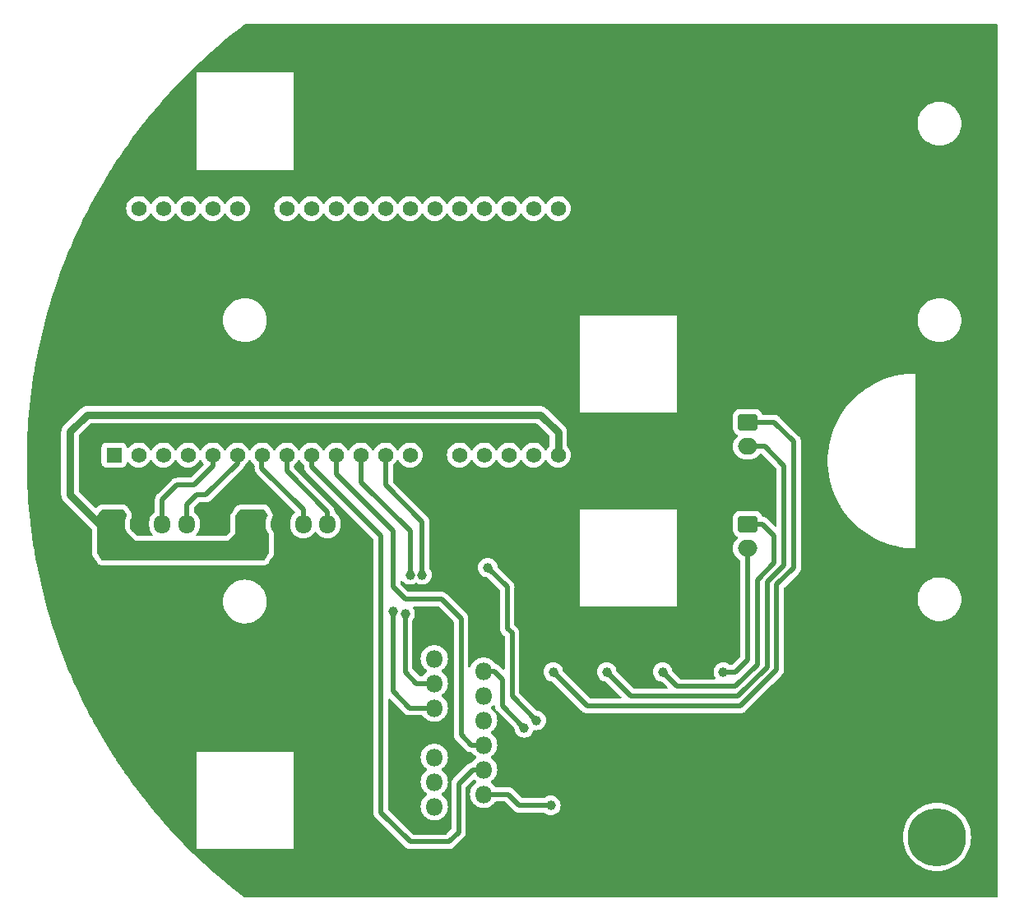
<source format=gbr>
%TF.GenerationSoftware,KiCad,Pcbnew,7.0.8*%
%TF.CreationDate,2024-03-30T19:43:29+07:00*%
%TF.ProjectId,2wd_control_pcbway,3277645f-636f-46e7-9472-6f6c5f706362,rev?*%
%TF.SameCoordinates,Original*%
%TF.FileFunction,Copper,L2,Bot*%
%TF.FilePolarity,Positive*%
%FSLAX46Y46*%
G04 Gerber Fmt 4.6, Leading zero omitted, Abs format (unit mm)*
G04 Created by KiCad (PCBNEW 7.0.8) date 2024-03-30 19:43:29*
%MOMM*%
%LPD*%
G01*
G04 APERTURE LIST*
G04 Aperture macros list*
%AMRoundRect*
0 Rectangle with rounded corners*
0 $1 Rounding radius*
0 $2 $3 $4 $5 $6 $7 $8 $9 X,Y pos of 4 corners*
0 Add a 4 corners polygon primitive as box body*
4,1,4,$2,$3,$4,$5,$6,$7,$8,$9,$2,$3,0*
0 Add four circle primitives for the rounded corners*
1,1,$1+$1,$2,$3*
1,1,$1+$1,$4,$5*
1,1,$1+$1,$6,$7*
1,1,$1+$1,$8,$9*
0 Add four rect primitives between the rounded corners*
20,1,$1+$1,$2,$3,$4,$5,0*
20,1,$1+$1,$4,$5,$6,$7,0*
20,1,$1+$1,$6,$7,$8,$9,0*
20,1,$1+$1,$8,$9,$2,$3,0*%
G04 Aperture macros list end*
%TA.AperFunction,ComponentPad*%
%ADD10C,6.000000*%
%TD*%
%TA.AperFunction,ComponentPad*%
%ADD11R,1.560000X1.560000*%
%TD*%
%TA.AperFunction,ComponentPad*%
%ADD12C,1.560000*%
%TD*%
%TA.AperFunction,ComponentPad*%
%ADD13R,1.800000X1.800000*%
%TD*%
%TA.AperFunction,ComponentPad*%
%ADD14O,1.800000X1.800000*%
%TD*%
%TA.AperFunction,ComponentPad*%
%ADD15RoundRect,0.250000X-0.600000X-0.725000X0.600000X-0.725000X0.600000X0.725000X-0.600000X0.725000X0*%
%TD*%
%TA.AperFunction,ComponentPad*%
%ADD16O,1.700000X1.950000*%
%TD*%
%TA.AperFunction,ComponentPad*%
%ADD17RoundRect,0.250000X-0.750000X0.600000X-0.750000X-0.600000X0.750000X-0.600000X0.750000X0.600000X0*%
%TD*%
%TA.AperFunction,ComponentPad*%
%ADD18O,2.000000X1.700000*%
%TD*%
%TA.AperFunction,ViaPad*%
%ADD19C,1.000000*%
%TD*%
%TA.AperFunction,Conductor*%
%ADD20C,0.500000*%
%TD*%
%TA.AperFunction,Conductor*%
%ADD21C,0.800000*%
%TD*%
G04 APERTURE END LIST*
D10*
%TO.P,12V1,1,Pin_1*%
%TO.N,Net-(12V1-Pin_1)*%
X208000000Y-114250000D03*
%TD*%
D11*
%TO.P,U1,J2-1,3V3*%
%TO.N,unconnected-(U1-3V3-PadJ2-1)*%
X123280000Y-74900000D03*
D12*
%TO.P,U1,J2-2,EN*%
%TO.N,unconnected-(U1-EN-PadJ2-2)*%
X125820000Y-74900000D03*
%TO.P,U1,J2-3,SENSOR_VP*%
%TO.N,unconnected-(U1-SENSOR_VP-PadJ2-3)*%
X128360000Y-74900000D03*
%TO.P,U1,J2-4,SENSOR_VN*%
%TO.N,unconnected-(U1-SENSOR_VN-PadJ2-4)*%
X130900000Y-74900000D03*
%TO.P,U1,J2-5,IO34*%
%TO.N,ENCOD_0_A*%
X133440000Y-74900000D03*
%TO.P,U1,J2-6,IO35*%
%TO.N,ENCOD_0_B*%
X135980000Y-74900000D03*
%TO.P,U1,J2-7,IO32*%
%TO.N,ENCOD_1_A*%
X138520000Y-74900000D03*
%TO.P,U1,J2-8,IO33*%
%TO.N,ENCOD_1_B*%
X141060000Y-74900000D03*
%TO.P,U1,J2-9,IO25*%
%TO.N,IN 1*%
X143600000Y-74900000D03*
%TO.P,U1,J2-10,IO26*%
%TO.N,IN 2*%
X146140000Y-74900000D03*
%TO.P,U1,J2-11,IO27*%
%TO.N,IN 3*%
X148680000Y-74900000D03*
%TO.P,U1,J2-12,IO14*%
%TO.N,IN 4*%
X151220000Y-74900000D03*
%TO.P,U1,J2-13,IO12*%
%TO.N,unconnected-(U1-IO12-PadJ2-13)*%
X153760000Y-74900000D03*
%TO.P,U1,J2-14,GND1*%
%TO.N,GND*%
X156300000Y-74900000D03*
%TO.P,U1,J2-15,IO13*%
%TO.N,unconnected-(U1-IO13-PadJ2-15)*%
X158840000Y-74900000D03*
%TO.P,U1,J2-16,SD2*%
%TO.N,unconnected-(U1-SD2-PadJ2-16)*%
X161380000Y-74900000D03*
%TO.P,U1,J2-17,SD3*%
%TO.N,unconnected-(U1-SD3-PadJ2-17)*%
X163920000Y-74900000D03*
%TO.P,U1,J2-18,CMD*%
%TO.N,unconnected-(U1-CMD-PadJ2-18)*%
X166460000Y-74900000D03*
%TO.P,U1,J2-19,EXT_5V*%
%TO.N,EN*%
X169000000Y-74900000D03*
%TO.P,U1,J3-1,GND3*%
%TO.N,GND*%
X123280000Y-49500000D03*
%TO.P,U1,J3-2,IO23*%
%TO.N,unconnected-(U1-IO23-PadJ3-2)*%
X125820000Y-49500000D03*
%TO.P,U1,J3-3,IO22*%
%TO.N,unconnected-(U1-IO22-PadJ3-3)*%
X128360000Y-49500000D03*
%TO.P,U1,J3-4,TXD0*%
%TO.N,unconnected-(U1-TXD0-PadJ3-4)*%
X130900000Y-49500000D03*
%TO.P,U1,J3-5,RXD0*%
%TO.N,unconnected-(U1-RXD0-PadJ3-5)*%
X133440000Y-49500000D03*
%TO.P,U1,J3-6,IO21*%
%TO.N,unconnected-(U1-IO21-PadJ3-6)*%
X135980000Y-49500000D03*
%TO.P,U1,J3-7,GND2*%
%TO.N,GND*%
X138520000Y-49500000D03*
%TO.P,U1,J3-8,IO19*%
%TO.N,unconnected-(U1-IO19-PadJ3-8)*%
X141060000Y-49500000D03*
%TO.P,U1,J3-9,IO18*%
%TO.N,unconnected-(U1-IO18-PadJ3-9)*%
X143600000Y-49500000D03*
%TO.P,U1,J3-10,IO5*%
%TO.N,unconnected-(U1-IO5-PadJ3-10)*%
X146140000Y-49500000D03*
%TO.P,U1,J3-11,IO17*%
%TO.N,unconnected-(U1-IO17-PadJ3-11)*%
X148680000Y-49500000D03*
%TO.P,U1,J3-12,IO16*%
%TO.N,unconnected-(U1-IO16-PadJ3-12)*%
X151220000Y-49500000D03*
%TO.P,U1,J3-13,IO4*%
%TO.N,unconnected-(U1-IO4-PadJ3-13)*%
X153760000Y-49500000D03*
%TO.P,U1,J3-14,IO0*%
%TO.N,unconnected-(U1-IO0-PadJ3-14)*%
X156300000Y-49500000D03*
%TO.P,U1,J3-15,IO2*%
%TO.N,unconnected-(U1-IO2-PadJ3-15)*%
X158840000Y-49500000D03*
%TO.P,U1,J3-16,IO15*%
%TO.N,unconnected-(U1-IO15-PadJ3-16)*%
X161380000Y-49500000D03*
%TO.P,U1,J3-17,SD1*%
%TO.N,unconnected-(U1-SD1-PadJ3-17)*%
X163920000Y-49500000D03*
%TO.P,U1,J3-18,SD0*%
%TO.N,unconnected-(U1-SD0-PadJ3-18)*%
X166460000Y-49500000D03*
%TO.P,U1,J3-19,CLK*%
%TO.N,unconnected-(U1-CLK-PadJ3-19)*%
X169000000Y-49500000D03*
%TD*%
D13*
%TO.P,U2,1,SENSE_A*%
%TO.N,GND*%
X161325000Y-112395000D03*
D14*
%TO.P,U2,2,OUT1*%
%TO.N,Net-(D2-A)*%
X156245000Y-111125000D03*
%TO.P,U2,3,OUT2*%
%TO.N,Net-(D3-A)*%
X161325000Y-109855000D03*
%TO.P,U2,4,Vs*%
%TO.N,+12V*%
X156245000Y-108585000D03*
%TO.P,U2,5,IN1*%
%TO.N,IN 1*%
X161325000Y-107315000D03*
%TO.P,U2,6,EnA*%
%TO.N,EN*%
X156245000Y-106045000D03*
%TO.P,U2,7,IN2*%
%TO.N,IN 2*%
X161325000Y-104775000D03*
%TO.P,U2,8,GND*%
%TO.N,GND*%
X156245000Y-103505000D03*
%TO.P,U2,9,Vss*%
%TO.N,EN*%
X161325000Y-102235000D03*
%TO.P,U2,10,IN3*%
%TO.N,IN 3*%
X156245000Y-100965000D03*
%TO.P,U2,11,EnB*%
%TO.N,EN*%
X161325000Y-99695000D03*
%TO.P,U2,12,IN4*%
%TO.N,IN 4*%
X156245000Y-98425000D03*
%TO.P,U2,13,OUT3*%
%TO.N,Net-(D4-A)*%
X161325000Y-97155000D03*
%TO.P,U2,14,OUT4*%
%TO.N,Net-(D5-A)*%
X156245000Y-95885000D03*
%TO.P,U2,15,SENSE_B*%
%TO.N,GND*%
X161325000Y-94615000D03*
%TD*%
D15*
%TO.P,Encoder0,1,Pin_1*%
%TO.N,EN*%
X123250000Y-82000000D03*
D16*
%TO.P,Encoder0,2,Pin_2*%
%TO.N,GND*%
X125750000Y-82000000D03*
%TO.P,Encoder0,3,Pin_3*%
%TO.N,ENCOD_0_A*%
X128250000Y-82000000D03*
%TO.P,Encoder0,4,Pin_4*%
%TO.N,ENCOD_0_B*%
X130750000Y-82000000D03*
%TD*%
D10*
%TO.P,GND1,1,Pin_1*%
%TO.N,GND*%
X208000000Y-105750000D03*
%TD*%
D15*
%TO.P,Encoder1,1,Pin_1*%
%TO.N,EN*%
X137750000Y-82000000D03*
D16*
%TO.P,Encoder1,2,Pin_2*%
%TO.N,GND*%
X140250000Y-82000000D03*
%TO.P,Encoder1,3,Pin_3*%
%TO.N,ENCOD_1_A*%
X142750000Y-82000000D03*
%TO.P,Encoder1,4,Pin_4*%
%TO.N,ENCOD_1_B*%
X145250000Y-82000000D03*
%TD*%
D17*
%TO.P,MotorA1,1,Pin_1*%
%TO.N,Net-(D2-A)*%
X188500000Y-71500000D03*
D18*
%TO.P,MotorA1,2,Pin_2*%
%TO.N,Net-(D3-A)*%
X188500000Y-74000000D03*
%TD*%
D17*
%TO.P,MotorB1,1,Pin_1*%
%TO.N,Net-(D4-A)*%
X188500000Y-82000000D03*
D18*
%TO.P,MotorB1,2,Pin_2*%
%TO.N,Net-(D5-A)*%
X188500000Y-84500000D03*
%TD*%
D19*
%TO.N,GND*%
X152750000Y-105500000D03*
X152750000Y-102500000D03*
X169250000Y-107000000D03*
X171250000Y-107000000D03*
X168000000Y-90000000D03*
X169250000Y-105000000D03*
X173250000Y-105000000D03*
X152750000Y-104000000D03*
X169750000Y-88500000D03*
X148750000Y-107000000D03*
X173250000Y-107000000D03*
X171250000Y-105000000D03*
X169250000Y-103000000D03*
X148750000Y-102500000D03*
X148750000Y-104000000D03*
X166250000Y-88500000D03*
X168000000Y-88500000D03*
X182250000Y-102750000D03*
X169750000Y-90000000D03*
X152750000Y-106750000D03*
X171250000Y-103000000D03*
X173250000Y-103000000D03*
X148750000Y-105500000D03*
X166250000Y-90000000D03*
%TO.N,Net-(D2-A)*%
X168500000Y-97250000D03*
%TO.N,Net-(D3-A)*%
X168250000Y-111000000D03*
X174000000Y-97250000D03*
%TO.N,Net-(D4-A)*%
X179750000Y-97250000D03*
X165500000Y-103000000D03*
X179750000Y-97250000D03*
%TO.N,Net-(D5-A)*%
X166750000Y-102250000D03*
X186000000Y-97250000D03*
X161750000Y-86500000D03*
%TO.N,IN 3*%
X153750000Y-87250000D03*
X152000000Y-91000000D03*
%TO.N,IN 4*%
X155000000Y-87250000D03*
X153250000Y-91250000D03*
%TD*%
D20*
%TO.N,GND*%
X182250000Y-102750000D02*
X182750000Y-102750000D01*
D21*
%TO.N,EN*%
X118750000Y-79000000D02*
X118750000Y-72500000D01*
X120500000Y-70750000D02*
X167180000Y-70750000D01*
X121750000Y-82000000D02*
X118750000Y-79000000D01*
X118750000Y-72500000D02*
X120500000Y-70750000D01*
X169000000Y-72570000D02*
X169000000Y-75150000D01*
X167180000Y-70750000D02*
X169000000Y-72570000D01*
X123250000Y-82000000D02*
X121750000Y-82000000D01*
D20*
%TO.N,Net-(D2-A)*%
X191250000Y-71500000D02*
X188500000Y-71500000D01*
X187750000Y-100750000D02*
X191500000Y-97000000D01*
X193250000Y-86500000D02*
X193250000Y-73500000D01*
X191500000Y-97000000D02*
X191500000Y-88250000D01*
X193250000Y-73500000D02*
X191250000Y-71500000D01*
X191500000Y-88250000D02*
X193250000Y-86500000D01*
X172000000Y-100750000D02*
X187750000Y-100750000D01*
X168500000Y-97250000D02*
X172000000Y-100750000D01*
%TO.N,Net-(D3-A)*%
X174000000Y-97250000D02*
X176500000Y-99750000D01*
X163855000Y-109855000D02*
X161325000Y-109855000D01*
X168250000Y-111000000D02*
X165000000Y-111000000D01*
X190250000Y-74000000D02*
X188500000Y-74000000D01*
X190500000Y-88000000D02*
X192250000Y-86250000D01*
X187500000Y-99750000D02*
X190500000Y-96750000D01*
X176500000Y-99750000D02*
X187500000Y-99750000D01*
X192250000Y-86250000D02*
X192250000Y-76000000D01*
X192250000Y-76000000D02*
X190250000Y-74000000D01*
X165000000Y-111000000D02*
X163855000Y-109855000D01*
X190500000Y-96750000D02*
X190500000Y-88000000D01*
%TO.N,Net-(D4-A)*%
X163250000Y-98000000D02*
X162405000Y-97155000D01*
X165500000Y-103000000D02*
X163250000Y-100750000D01*
X187250000Y-98750000D02*
X189500000Y-96500000D01*
X189500000Y-96500000D02*
X189500000Y-87750000D01*
X191250000Y-83250000D02*
X190000000Y-82000000D01*
X190000000Y-82000000D02*
X188500000Y-82000000D01*
X162405000Y-97155000D02*
X161325000Y-97155000D01*
X181250000Y-98750000D02*
X187250000Y-98750000D01*
X189500000Y-87750000D02*
X191250000Y-86000000D01*
X163250000Y-100750000D02*
X163250000Y-98000000D01*
X179750000Y-97250000D02*
X181250000Y-98750000D01*
X191250000Y-86000000D02*
X191250000Y-83250000D01*
%TO.N,Net-(D5-A)*%
X186000000Y-97250000D02*
X187250000Y-97250000D01*
X164250000Y-99750000D02*
X166750000Y-102250000D01*
X163750000Y-88500000D02*
X163750000Y-92750000D01*
X164250000Y-93250000D02*
X164250000Y-99750000D01*
X161750000Y-86500000D02*
X163750000Y-88500000D01*
X187250000Y-97250000D02*
X188500000Y-96000000D01*
X163750000Y-92750000D02*
X164250000Y-93250000D01*
X188500000Y-96000000D02*
X188500000Y-84500000D01*
%TO.N,ENCOD_0_A*%
X128250000Y-82000000D02*
X128250000Y-79500000D01*
X128250000Y-79500000D02*
X129750000Y-78000000D01*
X131500000Y-78000000D02*
X133440000Y-76060000D01*
X133440000Y-76060000D02*
X133440000Y-74900000D01*
X129750000Y-78000000D02*
X131500000Y-78000000D01*
%TO.N,ENCOD_0_B*%
X131750000Y-79000000D02*
X132750000Y-79000000D01*
X130750000Y-82000000D02*
X130750000Y-80000000D01*
X132750000Y-79000000D02*
X136000000Y-75750000D01*
X130750000Y-80000000D02*
X131750000Y-79000000D01*
X136000000Y-75750000D02*
X136000000Y-74920000D01*
X136000000Y-74920000D02*
X135980000Y-74900000D01*
%TO.N,ENCOD_1_A*%
X138500000Y-76250000D02*
X138500000Y-74920000D01*
X142750000Y-82000000D02*
X142750000Y-80500000D01*
X138500000Y-74920000D02*
X138520000Y-74900000D01*
X142750000Y-80500000D02*
X138500000Y-76250000D01*
%TO.N,ENCOD_1_B*%
X145250000Y-80750000D02*
X145250000Y-82000000D01*
X141060000Y-74900000D02*
X141060000Y-76560000D01*
X141060000Y-76560000D02*
X145250000Y-80750000D01*
%TO.N,IN 1*%
X150750000Y-111750000D02*
X153750000Y-114750000D01*
X158750000Y-113750000D02*
X158750000Y-108750000D01*
X158750000Y-108750000D02*
X160185000Y-107315000D01*
X157750000Y-114750000D02*
X158750000Y-113750000D01*
X153750000Y-114750000D02*
X157750000Y-114750000D01*
X160185000Y-107315000D02*
X161325000Y-107315000D01*
X150750000Y-83250000D02*
X150750000Y-111750000D01*
X143600000Y-76100000D02*
X150750000Y-83250000D01*
X143600000Y-74900000D02*
X143600000Y-76100000D01*
%TO.N,IN 2*%
X146140000Y-76890000D02*
X152000000Y-82750000D01*
X152000000Y-88500000D02*
X153250000Y-89750000D01*
X152000000Y-82750000D02*
X152000000Y-88500000D01*
X159000000Y-91750000D02*
X159000000Y-103750000D01*
X146140000Y-74900000D02*
X146140000Y-76890000D01*
X159000000Y-103750000D02*
X160025000Y-104775000D01*
X160025000Y-104775000D02*
X161325000Y-104775000D01*
X157000000Y-89750000D02*
X159000000Y-91750000D01*
X153250000Y-89750000D02*
X157000000Y-89750000D01*
%TO.N,IN 3*%
X148680000Y-77680000D02*
X153750000Y-82750000D01*
X153750000Y-82750000D02*
X153750000Y-87250000D01*
X152000000Y-91000000D02*
X152000000Y-99250000D01*
X152000000Y-99250000D02*
X153715000Y-100965000D01*
X148680000Y-74900000D02*
X148680000Y-77680000D01*
X153715000Y-100965000D02*
X156245000Y-100965000D01*
%TO.N,IN 4*%
X151250000Y-78000000D02*
X155000000Y-81750000D01*
X153250000Y-91250000D02*
X153250000Y-97250000D01*
X151250000Y-74930000D02*
X151250000Y-78000000D01*
X155000000Y-81750000D02*
X155000000Y-87250000D01*
X154425000Y-98425000D02*
X156245000Y-98425000D01*
X151220000Y-74900000D02*
X151250000Y-74930000D01*
X153250000Y-97250000D02*
X154425000Y-98425000D01*
%TD*%
%TA.AperFunction,Conductor*%
%TO.N,EN*%
G36*
X124250676Y-80519685D02*
G01*
X124286811Y-80555217D01*
X124600075Y-81025113D01*
X124620883Y-81091812D01*
X124602328Y-81159173D01*
X124598478Y-81165017D01*
X124575966Y-81197169D01*
X124476097Y-81411335D01*
X124476094Y-81411344D01*
X124414938Y-81639586D01*
X124414936Y-81639596D01*
X124399500Y-81816034D01*
X124399500Y-82183966D01*
X124414936Y-82360403D01*
X124414938Y-82360413D01*
X124476094Y-82588655D01*
X124476096Y-82588659D01*
X124476097Y-82588663D01*
X124500000Y-82639922D01*
X124575964Y-82802828D01*
X124575965Y-82802830D01*
X124711505Y-82996402D01*
X124878596Y-83163493D01*
X124878599Y-83163495D01*
X124986115Y-83238778D01*
X125002670Y-83252670D01*
X125500000Y-83750000D01*
X135000000Y-83750000D01*
X135750000Y-83000000D01*
X135750000Y-81287544D01*
X135769685Y-81220505D01*
X135770826Y-81218761D01*
X136213189Y-80555217D01*
X136266754Y-80510356D01*
X136316363Y-80500000D01*
X138683637Y-80500000D01*
X138750676Y-80519685D01*
X138786811Y-80555217D01*
X139100075Y-81025113D01*
X139120883Y-81091812D01*
X139102328Y-81159173D01*
X139098478Y-81165017D01*
X139075966Y-81197169D01*
X138976097Y-81411335D01*
X138976094Y-81411344D01*
X138914938Y-81639586D01*
X138914936Y-81639596D01*
X138899500Y-81816034D01*
X138899500Y-82183966D01*
X138914936Y-82360403D01*
X138914938Y-82360413D01*
X138976094Y-82588655D01*
X138976096Y-82588659D01*
X138976097Y-82588663D01*
X139000000Y-82639922D01*
X139075964Y-82802828D01*
X139075965Y-82802830D01*
X139161787Y-82925396D01*
X139211505Y-82996401D01*
X139213675Y-82998571D01*
X139214328Y-82999767D01*
X139214986Y-83000551D01*
X139214828Y-83000683D01*
X139247164Y-83059890D01*
X139250000Y-83086258D01*
X139250000Y-84962456D01*
X139230315Y-85029495D01*
X139229174Y-85031239D01*
X138786811Y-85694783D01*
X138733246Y-85739644D01*
X138683637Y-85750000D01*
X122066363Y-85750000D01*
X121999324Y-85730315D01*
X121963189Y-85694783D01*
X121520826Y-85031239D01*
X121500018Y-84964540D01*
X121500000Y-84962456D01*
X121500000Y-81287544D01*
X121519685Y-81220505D01*
X121520826Y-81218761D01*
X121963189Y-80555217D01*
X122016754Y-80510356D01*
X122066363Y-80500000D01*
X124183637Y-80500000D01*
X124250676Y-80519685D01*
G37*
%TD.AperFunction*%
%TD*%
%TA.AperFunction,Conductor*%
%TO.N,GND*%
G36*
X156704809Y-90520185D02*
G01*
X156725451Y-90536819D01*
X158213181Y-92024548D01*
X158246666Y-92085871D01*
X158249500Y-92112229D01*
X158249500Y-103686294D01*
X158248191Y-103704263D01*
X158244710Y-103728025D01*
X158249264Y-103780064D01*
X158249500Y-103785470D01*
X158249500Y-103793709D01*
X158253306Y-103826274D01*
X158260000Y-103902791D01*
X158261461Y-103909867D01*
X158261403Y-103909878D01*
X158263034Y-103917237D01*
X158263092Y-103917224D01*
X158264757Y-103924250D01*
X158291025Y-103996424D01*
X158315185Y-104069331D01*
X158318236Y-104075874D01*
X158318182Y-104075898D01*
X158321470Y-104082688D01*
X158321521Y-104082663D01*
X158324761Y-104089113D01*
X158324762Y-104089114D01*
X158324763Y-104089117D01*
X158366965Y-104153283D01*
X158407287Y-104218655D01*
X158411766Y-104224319D01*
X158411719Y-104224356D01*
X158416482Y-104230202D01*
X158416528Y-104230164D01*
X158421173Y-104235700D01*
X158477017Y-104288385D01*
X159449270Y-105260638D01*
X159461051Y-105274270D01*
X159475388Y-105293528D01*
X159515409Y-105327111D01*
X159519397Y-105330766D01*
X159525216Y-105336585D01*
X159525220Y-105336588D01*
X159525223Y-105336591D01*
X159550959Y-105356940D01*
X159609786Y-105406302D01*
X159609787Y-105406302D01*
X159609789Y-105406304D01*
X159615818Y-105410270D01*
X159615785Y-105410319D01*
X159622147Y-105414372D01*
X159622179Y-105414321D01*
X159628319Y-105418108D01*
X159628323Y-105418111D01*
X159663132Y-105434343D01*
X159697941Y-105450575D01*
X159766565Y-105485039D01*
X159766567Y-105485040D01*
X159766569Y-105485040D01*
X159773357Y-105487511D01*
X159773336Y-105487567D01*
X159780457Y-105490043D01*
X159780476Y-105489986D01*
X159787322Y-105492254D01*
X159787327Y-105492257D01*
X159787332Y-105492258D01*
X159787335Y-105492259D01*
X159862565Y-105507792D01*
X159937279Y-105525500D01*
X159937282Y-105525500D01*
X159937286Y-105525501D01*
X159944453Y-105526339D01*
X159944446Y-105526398D01*
X159951944Y-105527164D01*
X159951950Y-105527105D01*
X159959139Y-105527734D01*
X159959143Y-105527733D01*
X159959144Y-105527734D01*
X160035917Y-105525500D01*
X160075315Y-105525500D01*
X160142354Y-105545185D01*
X160179123Y-105581678D01*
X160216015Y-105638145D01*
X160216017Y-105638147D01*
X160216021Y-105638153D01*
X160373216Y-105808913D01*
X160373219Y-105808915D01*
X160373222Y-105808918D01*
X160550818Y-105947147D01*
X160591631Y-106003857D01*
X160595306Y-106073630D01*
X160560674Y-106134313D01*
X160550818Y-106142853D01*
X160373222Y-106281081D01*
X160373219Y-106281084D01*
X160373216Y-106281086D01*
X160373216Y-106281087D01*
X160217839Y-106449873D01*
X160216015Y-106451854D01*
X160174788Y-106514957D01*
X160121642Y-106560314D01*
X160081788Y-106570663D01*
X160032200Y-106575001D01*
X160025133Y-106576461D01*
X160025121Y-106576404D01*
X160017752Y-106578038D01*
X160017766Y-106578095D01*
X160010741Y-106579759D01*
X159938556Y-106606033D01*
X159865670Y-106630185D01*
X159865667Y-106630186D01*
X159865665Y-106630187D01*
X159865662Y-106630188D01*
X159859128Y-106633236D01*
X159859102Y-106633182D01*
X159852306Y-106636472D01*
X159852332Y-106636524D01*
X159845884Y-106639762D01*
X159781699Y-106681977D01*
X159716350Y-106722284D01*
X159710682Y-106726766D01*
X159710646Y-106726720D01*
X159704798Y-106731484D01*
X159704835Y-106731528D01*
X159699310Y-106736164D01*
X159646598Y-106792034D01*
X158264358Y-108174272D01*
X158250729Y-108186051D01*
X158231468Y-108200390D01*
X158197898Y-108240397D01*
X158194253Y-108244376D01*
X158188409Y-108250222D01*
X158168059Y-108275959D01*
X158118695Y-108334789D01*
X158114729Y-108340819D01*
X158114682Y-108340788D01*
X158110630Y-108347147D01*
X158110679Y-108347177D01*
X158106889Y-108353321D01*
X158074424Y-108422941D01*
X158039960Y-108491566D01*
X158037488Y-108498357D01*
X158037432Y-108498336D01*
X158034960Y-108505450D01*
X158035015Y-108505469D01*
X158032742Y-108512327D01*
X158024975Y-108549946D01*
X158017207Y-108587565D01*
X158011030Y-108613629D01*
X157999498Y-108662286D01*
X157998661Y-108669454D01*
X157998601Y-108669447D01*
X157997835Y-108676945D01*
X157997895Y-108676951D01*
X157997265Y-108684140D01*
X157999500Y-108760916D01*
X157999500Y-113387770D01*
X157979815Y-113454809D01*
X157963181Y-113475451D01*
X157475451Y-113963181D01*
X157414128Y-113996666D01*
X157387770Y-113999500D01*
X154112229Y-113999500D01*
X154045190Y-113979815D01*
X154024548Y-113963181D01*
X151536819Y-111475451D01*
X151503334Y-111414128D01*
X151500500Y-111387770D01*
X151500500Y-111125006D01*
X154839700Y-111125006D01*
X154858864Y-111356297D01*
X154858866Y-111356308D01*
X154915842Y-111581300D01*
X155009075Y-111793848D01*
X155136016Y-111988147D01*
X155136019Y-111988151D01*
X155136021Y-111988153D01*
X155293216Y-112158913D01*
X155293219Y-112158915D01*
X155293222Y-112158918D01*
X155476365Y-112301464D01*
X155476371Y-112301468D01*
X155476374Y-112301470D01*
X155680497Y-112411936D01*
X155794487Y-112451068D01*
X155900015Y-112487297D01*
X155900017Y-112487297D01*
X155900019Y-112487298D01*
X156128951Y-112525500D01*
X156128952Y-112525500D01*
X156361048Y-112525500D01*
X156361049Y-112525500D01*
X156589981Y-112487298D01*
X156809503Y-112411936D01*
X157013626Y-112301470D01*
X157030437Y-112288386D01*
X157098133Y-112235696D01*
X157196784Y-112158913D01*
X157353979Y-111988153D01*
X157480924Y-111793849D01*
X157574157Y-111581300D01*
X157631134Y-111356305D01*
X157640337Y-111245244D01*
X157650300Y-111125006D01*
X157650300Y-111124993D01*
X157631135Y-110893702D01*
X157631133Y-110893691D01*
X157574157Y-110668699D01*
X157480924Y-110456151D01*
X157353983Y-110261852D01*
X157353980Y-110261849D01*
X157353979Y-110261847D01*
X157196784Y-110091087D01*
X157019180Y-109952853D01*
X156978368Y-109896143D01*
X156974693Y-109826370D01*
X157009324Y-109765687D01*
X157019181Y-109757146D01*
X157196784Y-109618913D01*
X157353979Y-109448153D01*
X157480924Y-109253849D01*
X157574157Y-109041300D01*
X157631134Y-108816305D01*
X157631135Y-108816297D01*
X157650300Y-108585006D01*
X157650300Y-108584993D01*
X157631135Y-108353702D01*
X157631133Y-108353691D01*
X157574157Y-108128699D01*
X157480924Y-107916151D01*
X157353983Y-107721852D01*
X157353980Y-107721849D01*
X157353979Y-107721847D01*
X157196784Y-107551087D01*
X157019180Y-107412853D01*
X156978368Y-107356143D01*
X156974693Y-107286370D01*
X157009324Y-107225687D01*
X157019181Y-107217146D01*
X157196784Y-107078913D01*
X157353979Y-106908153D01*
X157480924Y-106713849D01*
X157574157Y-106501300D01*
X157631134Y-106276305D01*
X157642192Y-106142853D01*
X157650300Y-106045006D01*
X157650300Y-106044993D01*
X157631135Y-105813702D01*
X157631133Y-105813691D01*
X157574157Y-105588699D01*
X157480924Y-105376151D01*
X157353983Y-105181852D01*
X157353980Y-105181849D01*
X157353979Y-105181847D01*
X157196784Y-105011087D01*
X157196779Y-105011083D01*
X157196777Y-105011081D01*
X157013634Y-104868535D01*
X157013628Y-104868531D01*
X156809504Y-104758064D01*
X156809495Y-104758061D01*
X156589984Y-104682702D01*
X156418282Y-104654050D01*
X156361049Y-104644500D01*
X156128951Y-104644500D01*
X156083164Y-104652140D01*
X155900015Y-104682702D01*
X155680504Y-104758061D01*
X155680495Y-104758064D01*
X155476371Y-104868531D01*
X155476365Y-104868535D01*
X155293222Y-105011081D01*
X155293219Y-105011084D01*
X155136016Y-105181852D01*
X155009075Y-105376151D01*
X154915842Y-105588699D01*
X154858866Y-105813691D01*
X154858864Y-105813702D01*
X154839700Y-106044993D01*
X154839700Y-106045006D01*
X154858864Y-106276297D01*
X154858866Y-106276308D01*
X154915842Y-106501300D01*
X155009075Y-106713848D01*
X155136016Y-106908147D01*
X155136019Y-106908151D01*
X155136021Y-106908153D01*
X155293216Y-107078913D01*
X155293219Y-107078915D01*
X155293222Y-107078918D01*
X155470818Y-107217147D01*
X155511631Y-107273857D01*
X155515306Y-107343630D01*
X155480674Y-107404313D01*
X155470818Y-107412853D01*
X155293222Y-107551081D01*
X155293219Y-107551084D01*
X155136016Y-107721852D01*
X155009075Y-107916151D01*
X154915842Y-108128699D01*
X154858866Y-108353691D01*
X154858864Y-108353702D01*
X154839700Y-108584993D01*
X154839700Y-108585006D01*
X154858864Y-108816297D01*
X154858866Y-108816308D01*
X154915842Y-109041300D01*
X155009075Y-109253848D01*
X155136016Y-109448147D01*
X155136019Y-109448151D01*
X155136021Y-109448153D01*
X155293216Y-109618913D01*
X155293219Y-109618915D01*
X155293222Y-109618918D01*
X155470818Y-109757147D01*
X155511631Y-109813857D01*
X155515306Y-109883630D01*
X155480674Y-109944313D01*
X155470818Y-109952853D01*
X155293222Y-110091081D01*
X155293219Y-110091084D01*
X155136016Y-110261852D01*
X155009075Y-110456151D01*
X154915842Y-110668699D01*
X154858866Y-110893691D01*
X154858864Y-110893702D01*
X154839700Y-111124993D01*
X154839700Y-111125006D01*
X151500500Y-111125006D01*
X151500500Y-100111229D01*
X151520185Y-100044190D01*
X151572989Y-99998435D01*
X151642147Y-99988491D01*
X151705703Y-100017516D01*
X151712181Y-100023548D01*
X153139267Y-101450634D01*
X153151048Y-101464266D01*
X153153274Y-101467256D01*
X153165390Y-101483530D01*
X153205420Y-101517119D01*
X153209392Y-101520759D01*
X153215223Y-101526590D01*
X153215222Y-101526590D01*
X153231065Y-101539116D01*
X153240944Y-101546927D01*
X153299786Y-101596302D01*
X153299794Y-101596306D01*
X153305824Y-101600273D01*
X153305790Y-101600323D01*
X153312137Y-101604366D01*
X153312169Y-101604316D01*
X153318318Y-101608108D01*
X153318320Y-101608109D01*
X153318323Y-101608111D01*
X153387930Y-101640569D01*
X153456567Y-101675040D01*
X153456576Y-101675042D01*
X153463355Y-101677510D01*
X153463334Y-101677567D01*
X153470451Y-101680040D01*
X153470470Y-101679984D01*
X153477330Y-101682257D01*
X153552532Y-101697784D01*
X153627279Y-101715500D01*
X153627288Y-101715500D01*
X153634452Y-101716338D01*
X153634445Y-101716397D01*
X153641946Y-101717163D01*
X153641952Y-101717104D01*
X153649140Y-101717733D01*
X153649143Y-101717732D01*
X153649144Y-101717733D01*
X153725898Y-101715500D01*
X154995315Y-101715500D01*
X155062354Y-101735185D01*
X155099123Y-101771678D01*
X155136015Y-101828145D01*
X155136017Y-101828147D01*
X155136021Y-101828153D01*
X155293216Y-101998913D01*
X155293219Y-101998915D01*
X155293222Y-101998918D01*
X155476365Y-102141464D01*
X155476371Y-102141468D01*
X155476374Y-102141470D01*
X155643860Y-102232109D01*
X155676919Y-102250000D01*
X155680497Y-102251936D01*
X155794487Y-102291068D01*
X155900015Y-102327297D01*
X155900017Y-102327297D01*
X155900019Y-102327298D01*
X156128951Y-102365500D01*
X156128952Y-102365500D01*
X156361048Y-102365500D01*
X156361049Y-102365500D01*
X156589981Y-102327298D01*
X156809503Y-102251936D01*
X157013626Y-102141470D01*
X157196784Y-101998913D01*
X157353979Y-101828153D01*
X157480924Y-101633849D01*
X157574157Y-101421300D01*
X157631134Y-101196305D01*
X157631135Y-101196297D01*
X157650300Y-100965006D01*
X157650300Y-100964993D01*
X157631135Y-100733702D01*
X157631133Y-100733691D01*
X157574157Y-100508699D01*
X157480924Y-100296151D01*
X157353983Y-100101852D01*
X157353980Y-100101849D01*
X157353979Y-100101847D01*
X157196784Y-99931087D01*
X157019180Y-99792853D01*
X156978368Y-99736143D01*
X156974693Y-99666370D01*
X157009324Y-99605687D01*
X157019181Y-99597146D01*
X157196784Y-99458913D01*
X157353979Y-99288153D01*
X157480924Y-99093849D01*
X157574157Y-98881300D01*
X157631134Y-98656305D01*
X157642192Y-98522853D01*
X157650300Y-98425006D01*
X157650300Y-98424993D01*
X157631135Y-98193702D01*
X157631133Y-98193691D01*
X157574157Y-97968699D01*
X157480924Y-97756151D01*
X157353983Y-97561852D01*
X157353980Y-97561849D01*
X157353979Y-97561847D01*
X157196784Y-97391087D01*
X157019180Y-97252853D01*
X156978368Y-97196143D01*
X156974693Y-97126370D01*
X157009324Y-97065687D01*
X157019181Y-97057146D01*
X157023389Y-97053871D01*
X157196784Y-96918913D01*
X157353979Y-96748153D01*
X157480924Y-96553849D01*
X157574157Y-96341300D01*
X157631134Y-96116305D01*
X157642550Y-95978531D01*
X157650300Y-95885006D01*
X157650300Y-95884993D01*
X157631135Y-95653702D01*
X157631133Y-95653691D01*
X157574157Y-95428699D01*
X157480924Y-95216151D01*
X157353983Y-95021852D01*
X157353980Y-95021849D01*
X157353979Y-95021847D01*
X157196784Y-94851087D01*
X157196779Y-94851083D01*
X157196777Y-94851081D01*
X157013634Y-94708535D01*
X157013628Y-94708531D01*
X156809504Y-94598064D01*
X156809495Y-94598061D01*
X156589984Y-94522702D01*
X156418282Y-94494050D01*
X156361049Y-94484500D01*
X156128951Y-94484500D01*
X156083164Y-94492140D01*
X155900015Y-94522702D01*
X155680504Y-94598061D01*
X155680495Y-94598064D01*
X155476371Y-94708531D01*
X155476365Y-94708535D01*
X155293222Y-94851081D01*
X155293219Y-94851084D01*
X155136016Y-95021852D01*
X155009075Y-95216151D01*
X154915842Y-95428699D01*
X154858866Y-95653691D01*
X154858864Y-95653702D01*
X154839700Y-95884993D01*
X154839700Y-95885006D01*
X154858864Y-96116297D01*
X154858866Y-96116308D01*
X154915842Y-96341300D01*
X155009075Y-96553848D01*
X155136016Y-96748147D01*
X155136019Y-96748151D01*
X155136021Y-96748153D01*
X155293216Y-96918913D01*
X155293219Y-96918915D01*
X155293222Y-96918918D01*
X155470818Y-97057147D01*
X155511631Y-97113857D01*
X155515306Y-97183630D01*
X155480674Y-97244313D01*
X155470818Y-97252853D01*
X155293222Y-97391081D01*
X155293219Y-97391084D01*
X155293216Y-97391086D01*
X155293216Y-97391087D01*
X155152877Y-97543537D01*
X155136015Y-97561854D01*
X155099123Y-97618322D01*
X155045977Y-97663678D01*
X154995315Y-97674500D01*
X154787229Y-97674500D01*
X154720190Y-97654815D01*
X154699548Y-97638181D01*
X154036819Y-96975451D01*
X154003334Y-96914128D01*
X154000500Y-96887770D01*
X154000500Y-91956976D01*
X154020185Y-91889937D01*
X154028632Y-91878329D01*
X154085910Y-91808538D01*
X154091675Y-91797752D01*
X154178811Y-91634733D01*
X154178811Y-91634732D01*
X154178814Y-91634727D01*
X154236024Y-91446132D01*
X154255341Y-91250000D01*
X154236024Y-91053868D01*
X154178814Y-90865273D01*
X154178811Y-90865269D01*
X154178811Y-90865266D01*
X154083039Y-90686089D01*
X154084647Y-90685229D01*
X154066321Y-90626729D01*
X154084797Y-90559347D01*
X154136770Y-90512650D01*
X154190301Y-90500500D01*
X156637770Y-90500500D01*
X156704809Y-90520185D01*
G37*
%TD.AperFunction*%
%TA.AperFunction,Conductor*%
G36*
X214192539Y-30520185D02*
G01*
X214238294Y-30572989D01*
X214249500Y-30624500D01*
X214249500Y-120375500D01*
X214229815Y-120442539D01*
X214177011Y-120488294D01*
X214125500Y-120499500D01*
X136792542Y-120499500D01*
X136725503Y-120479815D01*
X136716663Y-120473573D01*
X135572339Y-119588208D01*
X134501696Y-118713634D01*
X134417088Y-118644439D01*
X133552171Y-117898932D01*
X133281144Y-117664871D01*
X132514798Y-116968173D01*
X132171721Y-116655436D01*
X131466490Y-115979390D01*
X131089578Y-115616827D01*
X130950131Y-115475889D01*
X131749416Y-115475889D01*
X131749459Y-115500001D01*
X131749500Y-115500099D01*
X131749616Y-115500382D01*
X131749618Y-115500384D01*
X131749808Y-115500462D01*
X131750000Y-115500541D01*
X131750002Y-115500539D01*
X131774616Y-115500524D01*
X131774616Y-115500528D01*
X131774760Y-115500500D01*
X141725240Y-115500500D01*
X141725383Y-115500528D01*
X141725384Y-115500524D01*
X141749997Y-115500539D01*
X141750000Y-115500541D01*
X141750383Y-115500383D01*
X141750500Y-115500099D01*
X141750541Y-115500000D01*
X141750540Y-115499997D01*
X141750583Y-115475889D01*
X141750500Y-115475467D01*
X141750500Y-105524759D01*
X141750528Y-105524616D01*
X141750524Y-105524616D01*
X141750539Y-105500002D01*
X141750541Y-105500000D01*
X141750462Y-105499808D01*
X141750384Y-105499618D01*
X141750382Y-105499616D01*
X141750099Y-105499500D01*
X141750000Y-105499459D01*
X141725446Y-105499459D01*
X141725240Y-105499500D01*
X131774760Y-105499500D01*
X131774554Y-105499459D01*
X131750000Y-105499459D01*
X131749901Y-105499500D01*
X131749617Y-105499616D01*
X131749615Y-105499618D01*
X131749459Y-105499999D01*
X131749476Y-105524616D01*
X131749471Y-105524616D01*
X131749500Y-105524759D01*
X131749500Y-115475467D01*
X131749416Y-115475889D01*
X130950131Y-115475889D01*
X130597333Y-115119320D01*
X130428890Y-114949076D01*
X130228939Y-114746134D01*
X130035452Y-114549752D01*
X129500615Y-113979815D01*
X129410322Y-113883596D01*
X129010127Y-113455002D01*
X128558218Y-112947169D01*
X128415234Y-112786491D01*
X128014359Y-112333391D01*
X127446665Y-111660427D01*
X127363841Y-111561594D01*
X127048750Y-111185595D01*
X126506214Y-110506821D01*
X126114096Y-110012559D01*
X125649504Y-109398700D01*
X125595115Y-109326836D01*
X125413471Y-109084815D01*
X125211038Y-108815096D01*
X124714676Y-108121907D01*
X124340136Y-107593947D01*
X124311125Y-107551081D01*
X123865762Y-106893028D01*
X123502076Y-106350069D01*
X123458001Y-106281084D01*
X123049278Y-105641356D01*
X122697453Y-105084353D01*
X122265868Y-104367761D01*
X122184035Y-104230164D01*
X121926813Y-103797658D01*
X121585870Y-103196132D01*
X121516216Y-103073241D01*
X121190726Y-102490941D01*
X121004679Y-102141468D01*
X120800968Y-101758816D01*
X120797787Y-101752749D01*
X120489690Y-101165088D01*
X120120779Y-100425625D01*
X119824189Y-99821009D01*
X119476025Y-99074338D01*
X119308345Y-98707974D01*
X119194758Y-98459797D01*
X118867273Y-97706059D01*
X118601763Y-97082243D01*
X118295113Y-96322070D01*
X118071326Y-95754500D01*
X118045662Y-95689409D01*
X118032340Y-95653691D01*
X117759829Y-94923030D01*
X117733668Y-94851081D01*
X117526879Y-94282371D01*
X117261865Y-93510032D01*
X117187941Y-93288385D01*
X117045729Y-92861992D01*
X116801631Y-92084195D01*
X116602553Y-91429263D01*
X116379451Y-90646499D01*
X116201735Y-90000007D01*
X134494671Y-90000007D01*
X134513964Y-90294363D01*
X134513965Y-90294373D01*
X134513966Y-90294380D01*
X134554973Y-90500541D01*
X134571518Y-90583716D01*
X134571521Y-90583730D01*
X134666349Y-90863080D01*
X134796825Y-91127660D01*
X134796829Y-91127667D01*
X134960725Y-91372955D01*
X135155241Y-91594758D01*
X135377044Y-91789274D01*
X135622332Y-91953170D01*
X135622339Y-91953174D01*
X135886920Y-92083651D01*
X135886928Y-92083654D01*
X135888705Y-92084257D01*
X135936273Y-92100404D01*
X135940415Y-92102000D01*
X135940428Y-92102006D01*
X135940441Y-92102010D01*
X135946973Y-92104037D01*
X136054199Y-92140435D01*
X136166278Y-92178481D01*
X136166280Y-92178481D01*
X136166282Y-92178482D01*
X136174090Y-92180034D01*
X136220773Y-92189320D01*
X136227030Y-92190910D01*
X136227821Y-92191156D01*
X136227828Y-92191157D01*
X136227831Y-92191158D01*
X136233246Y-92192071D01*
X136242147Y-92193572D01*
X136455620Y-92236034D01*
X136515060Y-92239930D01*
X136521286Y-92240657D01*
X136524533Y-92241205D01*
X136544898Y-92241885D01*
X136621734Y-92246921D01*
X136749993Y-92255329D01*
X136750000Y-92255329D01*
X136750004Y-92255329D01*
X136761781Y-92254556D01*
X136813489Y-92251167D01*
X136819589Y-92251070D01*
X136825268Y-92251260D01*
X136849923Y-92248779D01*
X137044380Y-92236034D01*
X137110815Y-92222819D01*
X137116673Y-92221944D01*
X137124660Y-92221141D01*
X137151935Y-92214640D01*
X137333722Y-92178481D01*
X137401804Y-92155369D01*
X137407316Y-92153780D01*
X137417366Y-92151386D01*
X137445775Y-92140443D01*
X137613077Y-92083652D01*
X137681359Y-92049978D01*
X137686443Y-92047752D01*
X137698163Y-92043239D01*
X137726327Y-92027803D01*
X137877665Y-91953172D01*
X137944527Y-91908495D01*
X137949137Y-91905701D01*
X137962040Y-91898630D01*
X137987698Y-91879724D01*
X137989912Y-91878170D01*
X138122957Y-91789273D01*
X138186689Y-91733380D01*
X138190735Y-91730125D01*
X138204288Y-91720140D01*
X138227587Y-91697606D01*
X138229689Y-91695670D01*
X138344758Y-91594758D01*
X138403556Y-91527711D01*
X138407028Y-91524066D01*
X138420585Y-91510955D01*
X138440723Y-91485453D01*
X138442727Y-91483045D01*
X138539273Y-91372957D01*
X138591316Y-91295068D01*
X138594206Y-91291096D01*
X138602137Y-91281050D01*
X138607069Y-91274806D01*
X138623507Y-91247052D01*
X138625265Y-91244260D01*
X138703172Y-91127665D01*
X138746661Y-91039476D01*
X138748877Y-91035387D01*
X138760415Y-91015908D01*
X138772811Y-90986672D01*
X138774266Y-90983499D01*
X138833652Y-90863077D01*
X138866763Y-90765535D01*
X138868370Y-90761317D01*
X138877884Y-90738882D01*
X138886072Y-90708990D01*
X138887138Y-90705511D01*
X138928481Y-90583722D01*
X138949515Y-90477974D01*
X138950525Y-90473697D01*
X138957381Y-90448670D01*
X138961378Y-90418949D01*
X138962009Y-90415159D01*
X138986034Y-90294380D01*
X138988306Y-90259715D01*
X138993409Y-90181865D01*
X138993829Y-90177655D01*
X138997488Y-90150452D01*
X138998154Y-90110530D01*
X138998274Y-90107628D01*
X139004413Y-90013975D01*
X139005329Y-90000005D01*
X139005329Y-89999994D01*
X139003699Y-89975142D01*
X138998274Y-89892374D01*
X138998154Y-89889466D01*
X138997488Y-89849548D01*
X138993826Y-89822321D01*
X138993408Y-89818136D01*
X138986034Y-89705620D01*
X138962011Y-89584850D01*
X138961375Y-89581031D01*
X138960205Y-89572328D01*
X138957381Y-89551330D01*
X138950526Y-89526307D01*
X138949515Y-89522023D01*
X138928483Y-89416286D01*
X138928481Y-89416280D01*
X138928481Y-89416278D01*
X138887142Y-89294500D01*
X138886058Y-89290959D01*
X138877885Y-89261123D01*
X138877884Y-89261118D01*
X138868377Y-89238699D01*
X138866761Y-89234458D01*
X138833652Y-89136923D01*
X138833644Y-89136906D01*
X138774272Y-89016511D01*
X138772797Y-89013293D01*
X138766948Y-88999500D01*
X138760415Y-88984092D01*
X138748888Y-88964632D01*
X138746645Y-88960490D01*
X138711466Y-88889154D01*
X138703172Y-88872335D01*
X138703170Y-88872332D01*
X138625284Y-88755768D01*
X138623491Y-88752919D01*
X138607071Y-88725197D01*
X138594205Y-88708904D01*
X138591312Y-88704925D01*
X138587279Y-88698890D01*
X138539273Y-88627043D01*
X138526281Y-88612229D01*
X138475804Y-88554671D01*
X138442743Y-88516973D01*
X138440720Y-88514542D01*
X138420585Y-88489045D01*
X138407050Y-88475955D01*
X138403544Y-88472274D01*
X138344758Y-88405242D01*
X138229736Y-88304370D01*
X138227526Y-88302334D01*
X138204289Y-88279861D01*
X138204284Y-88279857D01*
X138190766Y-88269897D01*
X138186663Y-88266596D01*
X138122958Y-88210727D01*
X137989963Y-88121863D01*
X137987661Y-88120248D01*
X137962040Y-88101370D01*
X137962037Y-88101368D01*
X137962034Y-88101366D01*
X137949146Y-88094303D01*
X137944497Y-88091483D01*
X137877658Y-88046823D01*
X137877656Y-88046822D01*
X137771056Y-87994254D01*
X137726347Y-87972206D01*
X137698163Y-87956761D01*
X137698158Y-87956759D01*
X137698154Y-87956757D01*
X137686460Y-87952253D01*
X137681320Y-87950001D01*
X137613082Y-87916350D01*
X137613078Y-87916348D01*
X137613077Y-87916348D01*
X137580737Y-87905370D01*
X137445790Y-87859560D01*
X137417366Y-87848614D01*
X137417362Y-87848612D01*
X137407339Y-87846224D01*
X137401782Y-87844622D01*
X137350310Y-87827150D01*
X137333722Y-87821519D01*
X137333717Y-87821518D01*
X137151957Y-87785363D01*
X137131990Y-87780606D01*
X137124660Y-87778859D01*
X137124656Y-87778858D01*
X137124654Y-87778858D01*
X137116679Y-87778055D01*
X137110795Y-87777175D01*
X137057429Y-87766561D01*
X137044380Y-87763966D01*
X137044377Y-87763965D01*
X137044373Y-87763965D01*
X136849924Y-87751220D01*
X136825278Y-87748740D01*
X136825259Y-87748740D01*
X136819593Y-87748928D01*
X136813478Y-87748830D01*
X136750002Y-87744671D01*
X136750000Y-87744671D01*
X136725962Y-87746246D01*
X136544903Y-87758113D01*
X136524524Y-87758795D01*
X136521283Y-87759342D01*
X136515036Y-87760071D01*
X136455629Y-87763964D01*
X136242162Y-87806425D01*
X136227815Y-87808845D01*
X136227801Y-87808848D01*
X136226994Y-87809099D01*
X136220739Y-87810685D01*
X136166280Y-87821518D01*
X136166265Y-87821522D01*
X135946970Y-87895964D01*
X135940425Y-87897994D01*
X135936250Y-87899602D01*
X135886933Y-87916343D01*
X135886921Y-87916348D01*
X135622334Y-88046828D01*
X135377041Y-88210728D01*
X135155241Y-88405241D01*
X134960728Y-88627041D01*
X134796828Y-88872334D01*
X134666349Y-89136919D01*
X134571521Y-89416269D01*
X134571518Y-89416283D01*
X134513968Y-89705609D01*
X134513964Y-89705636D01*
X134494671Y-89999992D01*
X134494671Y-90000007D01*
X116201735Y-90000007D01*
X116197695Y-89985311D01*
X116190570Y-89957549D01*
X115995617Y-89197893D01*
X115831431Y-88531129D01*
X115650450Y-87739550D01*
X115504014Y-87067735D01*
X115344153Y-86272278D01*
X115215678Y-85596179D01*
X115077024Y-84797459D01*
X115066950Y-84735413D01*
X114966623Y-84117507D01*
X114849210Y-83315898D01*
X114757020Y-82632724D01*
X114660899Y-81828774D01*
X114654780Y-81771973D01*
X114587021Y-81142956D01*
X114512216Y-80337009D01*
X114456741Y-79649199D01*
X114410623Y-78952612D01*
X117845781Y-78952612D01*
X117846282Y-78962181D01*
X117849415Y-79021956D01*
X117849500Y-79025201D01*
X117849500Y-79047189D01*
X117851797Y-79069059D01*
X117852051Y-79072290D01*
X117855686Y-79141643D01*
X117855688Y-79141653D01*
X117859315Y-79155189D01*
X117862860Y-79174314D01*
X117864325Y-79188249D01*
X117864326Y-79188256D01*
X117883853Y-79248357D01*
X117885784Y-79254298D01*
X117886705Y-79257409D01*
X117904679Y-79324486D01*
X117904684Y-79324498D01*
X117911043Y-79336978D01*
X117918488Y-79354949D01*
X117922820Y-79368282D01*
X117957537Y-79428414D01*
X117959085Y-79431266D01*
X117968830Y-79450390D01*
X117990617Y-79493149D01*
X117990619Y-79493151D01*
X117990620Y-79493153D01*
X117999438Y-79504043D01*
X118010454Y-79520070D01*
X118017465Y-79532213D01*
X118017470Y-79532220D01*
X118063939Y-79583831D01*
X118066043Y-79586295D01*
X118079882Y-79603382D01*
X118095423Y-79618922D01*
X118097657Y-79621277D01*
X118144128Y-79672887D01*
X118144129Y-79672888D01*
X118152564Y-79679016D01*
X118155468Y-79681126D01*
X118170265Y-79693764D01*
X120958181Y-82481680D01*
X120991666Y-82543003D01*
X120994500Y-82569361D01*
X120994500Y-84964637D01*
X120994537Y-84968907D01*
X120994588Y-84973030D01*
X120994589Y-84973035D01*
X121017454Y-85115080D01*
X121017454Y-85115081D01*
X121017455Y-85115084D01*
X121037029Y-85177829D01*
X121038264Y-85181785D01*
X121100223Y-85311638D01*
X121520110Y-85941467D01*
X121542588Y-85975184D01*
X121608767Y-86055220D01*
X121608776Y-86055229D01*
X121608778Y-86055231D01*
X121644895Y-86090746D01*
X121644899Y-86090749D01*
X121644902Y-86090752D01*
X121726027Y-86155567D01*
X121856904Y-86215338D01*
X121899676Y-86227897D01*
X121923938Y-86235022D01*
X121923943Y-86235023D01*
X121923947Y-86235024D01*
X122066363Y-86255500D01*
X122066366Y-86255500D01*
X138683638Y-86255500D01*
X138700853Y-86253722D01*
X138786935Y-86244833D01*
X138836544Y-86234477D01*
X138935483Y-86202926D01*
X139011971Y-86155567D01*
X139057809Y-86127186D01*
X139057815Y-86127181D01*
X139072034Y-86115273D01*
X139111378Y-86082322D01*
X139207412Y-85975184D01*
X139229894Y-85941462D01*
X139498539Y-85538494D01*
X139650988Y-85309821D01*
X139653326Y-85306247D01*
X139655567Y-85302792D01*
X139715338Y-85171915D01*
X139732026Y-85115084D01*
X139735022Y-85104881D01*
X139735023Y-85104875D01*
X139735024Y-85104872D01*
X139755500Y-84962456D01*
X139755500Y-83072715D01*
X139754050Y-83045667D01*
X139749765Y-83005833D01*
X139741103Y-82952396D01*
X139690810Y-82817592D01*
X139662154Y-82765123D01*
X139657459Y-82756523D01*
X139657422Y-82756457D01*
X139657352Y-82756329D01*
X139657342Y-82756311D01*
X139657336Y-82756304D01*
X139647534Y-82738354D01*
X139647312Y-82737335D01*
X139644513Y-82732824D01*
X139643969Y-82731829D01*
X139637911Y-82724060D01*
X139521634Y-82557999D01*
X139510827Y-82539280D01*
X139457512Y-82424945D01*
X139450119Y-82404635D01*
X139438270Y-82360413D01*
X139417464Y-82282766D01*
X139413713Y-82261486D01*
X139405236Y-82164594D01*
X139405000Y-82159188D01*
X139405000Y-81840814D01*
X139405236Y-81835408D01*
X139413712Y-81738511D01*
X139417465Y-81717229D01*
X139420395Y-81706297D01*
X139450116Y-81595368D01*
X139457509Y-81575059D01*
X139511398Y-81459493D01*
X139520234Y-81443679D01*
X139524460Y-81437265D01*
X139532112Y-81425286D01*
X139532112Y-81425284D01*
X139532115Y-81425281D01*
X139532635Y-81424091D01*
X139558547Y-81364729D01*
X139589677Y-81293416D01*
X139603368Y-81243714D01*
X139608232Y-81226057D01*
X139608232Y-81226055D01*
X139626312Y-81083322D01*
X139626312Y-81083319D01*
X139603446Y-80941268D01*
X139582638Y-80874569D01*
X139582637Y-80874567D01*
X139525159Y-80754107D01*
X139520677Y-80744713D01*
X139207414Y-80274819D01*
X139207410Y-80274814D01*
X139206351Y-80273533D01*
X139141233Y-80194780D01*
X139141221Y-80194768D01*
X139105104Y-80159253D01*
X139105098Y-80159248D01*
X139023973Y-80094433D01*
X139023971Y-80094432D01*
X138893099Y-80034663D01*
X138826062Y-80014978D01*
X138826056Y-80014976D01*
X138740603Y-80002690D01*
X138683637Y-79994500D01*
X136316363Y-79994500D01*
X136316362Y-79994500D01*
X136213069Y-80005166D01*
X136213053Y-80005169D01*
X136163456Y-80015522D01*
X136163444Y-80015526D01*
X136064520Y-80047073D01*
X136064517Y-80047074D01*
X136064516Y-80047074D01*
X136064510Y-80047077D01*
X135942190Y-80122813D01*
X135942184Y-80122818D01*
X135888632Y-80167668D01*
X135888626Y-80167674D01*
X135792584Y-80274819D01*
X135473060Y-80754107D01*
X135349012Y-80940179D01*
X135346674Y-80943753D01*
X135346673Y-80943755D01*
X135344432Y-80947208D01*
X135284663Y-81078081D01*
X135264978Y-81145119D01*
X135264976Y-81145124D01*
X135253340Y-81226057D01*
X135245191Y-81282742D01*
X135244500Y-81287545D01*
X135244500Y-82739254D01*
X135224815Y-82806293D01*
X135208181Y-82826935D01*
X134826935Y-83208181D01*
X134765612Y-83241666D01*
X134739254Y-83244500D01*
X131839759Y-83244500D01*
X131772720Y-83224815D01*
X131726965Y-83172011D01*
X131717021Y-83102853D01*
X131746046Y-83039297D01*
X131752078Y-83032819D01*
X131788494Y-82996402D01*
X131819308Y-82952396D01*
X131924035Y-82802829D01*
X132023903Y-82588663D01*
X132085063Y-82360408D01*
X132100500Y-82183966D01*
X132100500Y-81816034D01*
X132085063Y-81639592D01*
X132034498Y-81450879D01*
X132023905Y-81411344D01*
X132023904Y-81411343D01*
X132023903Y-81411337D01*
X131924035Y-81197171D01*
X131911936Y-81179891D01*
X131788494Y-81003597D01*
X131621404Y-80836507D01*
X131553375Y-80788872D01*
X131509751Y-80734294D01*
X131500500Y-80687298D01*
X131500500Y-80362229D01*
X131520185Y-80295190D01*
X131536819Y-80274548D01*
X132024548Y-79786819D01*
X132085871Y-79753334D01*
X132112229Y-79750500D01*
X132686295Y-79750500D01*
X132704265Y-79751809D01*
X132728023Y-79755289D01*
X132780068Y-79750735D01*
X132785470Y-79750500D01*
X132793704Y-79750500D01*
X132793709Y-79750500D01*
X132812041Y-79748357D01*
X132826276Y-79746693D01*
X132839028Y-79745577D01*
X132902797Y-79739999D01*
X132902805Y-79739996D01*
X132909866Y-79738539D01*
X132909878Y-79738598D01*
X132917243Y-79736965D01*
X132917229Y-79736906D01*
X132924246Y-79735241D01*
X132924255Y-79735241D01*
X132996423Y-79708974D01*
X133069334Y-79684814D01*
X133069343Y-79684807D01*
X133075882Y-79681760D01*
X133075908Y-79681816D01*
X133082690Y-79678532D01*
X133082663Y-79678478D01*
X133089106Y-79675240D01*
X133089117Y-79675237D01*
X133153283Y-79633034D01*
X133218656Y-79592712D01*
X133218662Y-79592705D01*
X133224325Y-79588229D01*
X133224363Y-79588277D01*
X133230200Y-79583522D01*
X133230161Y-79583475D01*
X133235696Y-79578830D01*
X133288385Y-79522983D01*
X135598186Y-77213181D01*
X136485642Y-76325724D01*
X136499271Y-76313947D01*
X136518530Y-76299610D01*
X136545694Y-76267237D01*
X136552101Y-76259601D01*
X136555761Y-76255606D01*
X136558571Y-76252797D01*
X136561591Y-76249777D01*
X136578791Y-76228023D01*
X136581941Y-76224039D01*
X136598535Y-76204263D01*
X136631302Y-76165214D01*
X136631306Y-76165205D01*
X136635274Y-76159175D01*
X136635325Y-76159208D01*
X136639372Y-76152856D01*
X136639320Y-76152824D01*
X136643112Y-76146675D01*
X136675575Y-76077058D01*
X136710036Y-76008440D01*
X136710040Y-76008433D01*
X136710042Y-76008421D01*
X136712509Y-76001646D01*
X136712567Y-76001667D01*
X136715042Y-75994548D01*
X136714985Y-75994529D01*
X136719531Y-75980812D01*
X136720886Y-75981261D01*
X136749950Y-75926663D01*
X136767438Y-75911831D01*
X136782730Y-75901124D01*
X136806233Y-75884667D01*
X136964667Y-75726233D01*
X137093181Y-75542696D01*
X137137618Y-75447399D01*
X137183790Y-75394960D01*
X137250983Y-75375808D01*
X137317865Y-75396023D01*
X137362382Y-75447400D01*
X137406817Y-75542692D01*
X137406821Y-75542700D01*
X137535329Y-75726228D01*
X137535333Y-75726233D01*
X137637508Y-75828408D01*
X137693769Y-75884669D01*
X137696621Y-75886666D01*
X137697584Y-75887870D01*
X137697912Y-75888146D01*
X137697856Y-75888211D01*
X137740247Y-75941242D01*
X137749500Y-75988242D01*
X137749500Y-76186294D01*
X137748191Y-76204263D01*
X137744710Y-76228025D01*
X137749264Y-76280064D01*
X137749500Y-76285470D01*
X137749500Y-76293709D01*
X137753242Y-76325731D01*
X137753306Y-76326274D01*
X137760000Y-76402791D01*
X137761461Y-76409867D01*
X137761403Y-76409878D01*
X137763034Y-76417237D01*
X137763092Y-76417224D01*
X137764757Y-76424250D01*
X137791025Y-76496424D01*
X137815185Y-76569331D01*
X137818236Y-76575874D01*
X137818182Y-76575898D01*
X137821470Y-76582688D01*
X137821521Y-76582663D01*
X137824761Y-76589113D01*
X137824762Y-76589114D01*
X137824763Y-76589117D01*
X137865798Y-76651508D01*
X137866965Y-76653283D01*
X137907287Y-76718655D01*
X137911766Y-76724319D01*
X137911719Y-76724356D01*
X137916482Y-76730202D01*
X137916528Y-76730164D01*
X137921173Y-76735700D01*
X137977018Y-76788386D01*
X141864186Y-80675554D01*
X141897671Y-80736877D01*
X141892687Y-80806569D01*
X141864187Y-80850916D01*
X141711503Y-81003600D01*
X141575965Y-81197169D01*
X141575964Y-81197171D01*
X141476098Y-81411335D01*
X141476094Y-81411344D01*
X141414938Y-81639586D01*
X141414936Y-81639596D01*
X141399500Y-81816034D01*
X141399500Y-82183966D01*
X141414936Y-82360403D01*
X141414938Y-82360413D01*
X141476094Y-82588655D01*
X141476096Y-82588659D01*
X141476097Y-82588663D01*
X141514133Y-82670231D01*
X141575964Y-82802828D01*
X141575965Y-82802830D01*
X141711505Y-82996402D01*
X141800976Y-83085872D01*
X141878599Y-83163495D01*
X141942417Y-83208181D01*
X142072165Y-83299032D01*
X142072167Y-83299033D01*
X142072170Y-83299035D01*
X142286337Y-83398903D01*
X142514592Y-83460063D01*
X142702918Y-83476539D01*
X142749999Y-83480659D01*
X142750000Y-83480659D01*
X142750001Y-83480659D01*
X142789234Y-83477226D01*
X142985408Y-83460063D01*
X143213663Y-83398903D01*
X143427829Y-83299035D01*
X143621401Y-83163495D01*
X143788495Y-82996401D01*
X143898426Y-82839401D01*
X143953001Y-82795778D01*
X144022500Y-82788584D01*
X144084855Y-82820106D01*
X144101571Y-82839398D01*
X144105114Y-82844458D01*
X144211506Y-82996403D01*
X144300976Y-83085872D01*
X144378599Y-83163495D01*
X144442417Y-83208181D01*
X144572165Y-83299032D01*
X144572167Y-83299033D01*
X144572170Y-83299035D01*
X144786337Y-83398903D01*
X145014592Y-83460063D01*
X145202918Y-83476539D01*
X145249999Y-83480659D01*
X145250000Y-83480659D01*
X145250001Y-83480659D01*
X145289234Y-83477226D01*
X145485408Y-83460063D01*
X145713663Y-83398903D01*
X145927829Y-83299035D01*
X146121401Y-83163495D01*
X146288495Y-82996401D01*
X146424035Y-82802829D01*
X146523903Y-82588663D01*
X146585063Y-82360408D01*
X146600500Y-82183966D01*
X146600500Y-81816034D01*
X146585063Y-81639592D01*
X146534498Y-81450879D01*
X146523905Y-81411344D01*
X146523904Y-81411343D01*
X146523903Y-81411337D01*
X146424035Y-81197171D01*
X146411936Y-81179891D01*
X146288494Y-81003597D01*
X146121401Y-80836505D01*
X146051877Y-80787823D01*
X146008252Y-80733246D01*
X145999840Y-80700650D01*
X145996693Y-80673724D01*
X145995493Y-80660001D01*
X145989999Y-80597201D01*
X145988539Y-80590129D01*
X145988597Y-80590116D01*
X145986965Y-80582757D01*
X145986906Y-80582772D01*
X145985242Y-80575753D01*
X145985241Y-80575745D01*
X145958974Y-80503576D01*
X145934814Y-80430666D01*
X145934809Y-80430659D01*
X145931760Y-80424118D01*
X145931815Y-80424091D01*
X145928533Y-80417313D01*
X145928480Y-80417340D01*
X145925235Y-80410880D01*
X145883028Y-80346708D01*
X145851461Y-80295529D01*
X145842712Y-80281345D01*
X145842711Y-80281344D01*
X145842710Y-80281342D01*
X145838234Y-80275682D01*
X145838281Y-80275644D01*
X145833519Y-80269799D01*
X145833474Y-80269838D01*
X145828834Y-80264308D01*
X145772964Y-80211596D01*
X141846819Y-76285451D01*
X141813334Y-76224128D01*
X141810500Y-76197770D01*
X141810500Y-76002245D01*
X141830185Y-75935206D01*
X141863378Y-75900669D01*
X141886233Y-75884667D01*
X142044667Y-75726233D01*
X142173181Y-75542696D01*
X142217618Y-75447399D01*
X142263790Y-75394960D01*
X142330983Y-75375808D01*
X142397865Y-75396023D01*
X142442382Y-75447400D01*
X142486817Y-75542692D01*
X142486821Y-75542700D01*
X142615329Y-75726228D01*
X142615333Y-75726233D01*
X142717508Y-75828408D01*
X142773768Y-75884668D01*
X142778828Y-75888211D01*
X142796621Y-75900669D01*
X142840247Y-75955243D01*
X142849500Y-76002245D01*
X142849500Y-76036294D01*
X142848191Y-76054263D01*
X142844710Y-76078025D01*
X142849264Y-76130064D01*
X142849500Y-76135470D01*
X142849500Y-76143709D01*
X142853306Y-76176275D01*
X142853676Y-76180499D01*
X142860000Y-76252791D01*
X142861461Y-76259867D01*
X142861403Y-76259878D01*
X142863034Y-76267237D01*
X142863092Y-76267224D01*
X142864757Y-76274250D01*
X142891025Y-76346424D01*
X142915185Y-76419331D01*
X142918236Y-76425874D01*
X142918182Y-76425898D01*
X142921470Y-76432688D01*
X142921521Y-76432663D01*
X142924761Y-76439113D01*
X142924762Y-76439114D01*
X142924763Y-76439117D01*
X142942011Y-76465341D01*
X142966965Y-76503283D01*
X143007287Y-76568655D01*
X143011766Y-76574319D01*
X143011719Y-76574356D01*
X143016482Y-76580202D01*
X143016528Y-76580164D01*
X143021173Y-76585700D01*
X143077017Y-76638385D01*
X149963181Y-83524549D01*
X149996666Y-83585872D01*
X149999500Y-83612230D01*
X149999500Y-111686294D01*
X149998191Y-111704263D01*
X149994710Y-111728025D01*
X149999264Y-111780064D01*
X149999500Y-111785470D01*
X149999500Y-111793709D01*
X150003306Y-111826274D01*
X150010000Y-111902791D01*
X150011461Y-111909867D01*
X150011403Y-111909878D01*
X150013034Y-111917237D01*
X150013092Y-111917224D01*
X150014757Y-111924250D01*
X150041025Y-111996424D01*
X150065185Y-112069331D01*
X150068236Y-112075874D01*
X150068182Y-112075898D01*
X150071470Y-112082688D01*
X150071521Y-112082663D01*
X150074761Y-112089113D01*
X150074762Y-112089114D01*
X150074763Y-112089117D01*
X150116965Y-112153283D01*
X150157287Y-112218655D01*
X150161766Y-112224319D01*
X150161719Y-112224356D01*
X150166482Y-112230202D01*
X150166528Y-112230164D01*
X150171173Y-112235700D01*
X150227018Y-112288386D01*
X153174267Y-115235634D01*
X153186048Y-115249266D01*
X153200390Y-115268530D01*
X153240420Y-115302119D01*
X153244392Y-115305759D01*
X153250224Y-115311591D01*
X153250227Y-115311594D01*
X153275947Y-115331931D01*
X153334788Y-115381304D01*
X153340818Y-115385270D01*
X153340785Y-115385319D01*
X153347147Y-115389372D01*
X153347179Y-115389321D01*
X153353319Y-115393108D01*
X153353323Y-115393111D01*
X153388132Y-115409343D01*
X153422941Y-115425575D01*
X153441336Y-115434813D01*
X153491567Y-115460040D01*
X153491569Y-115460040D01*
X153498357Y-115462511D01*
X153498336Y-115462567D01*
X153505455Y-115465042D01*
X153505474Y-115464986D01*
X153512329Y-115467258D01*
X153587562Y-115482791D01*
X153662279Y-115500500D01*
X153662289Y-115500500D01*
X153669452Y-115501338D01*
X153669444Y-115501397D01*
X153676945Y-115502164D01*
X153676951Y-115502105D01*
X153684140Y-115502734D01*
X153684144Y-115502733D01*
X153684145Y-115502734D01*
X153760918Y-115500500D01*
X157686295Y-115500500D01*
X157704265Y-115501809D01*
X157728023Y-115505289D01*
X157780068Y-115500735D01*
X157785470Y-115500500D01*
X157793704Y-115500500D01*
X157793709Y-115500500D01*
X157805327Y-115499141D01*
X157826276Y-115496693D01*
X157839028Y-115495577D01*
X157902797Y-115489999D01*
X157902805Y-115489996D01*
X157909866Y-115488539D01*
X157909878Y-115488598D01*
X157917243Y-115486965D01*
X157917229Y-115486906D01*
X157924246Y-115485241D01*
X157924255Y-115485241D01*
X157996423Y-115458974D01*
X158069334Y-115434814D01*
X158069343Y-115434807D01*
X158075882Y-115431760D01*
X158075908Y-115431816D01*
X158082690Y-115428532D01*
X158082663Y-115428478D01*
X158089106Y-115425240D01*
X158089117Y-115425237D01*
X158153283Y-115383034D01*
X158218656Y-115342712D01*
X158218662Y-115342705D01*
X158224325Y-115338229D01*
X158224363Y-115338277D01*
X158230195Y-115333526D01*
X158230156Y-115333479D01*
X158235694Y-115328831D01*
X158235693Y-115328831D01*
X158235696Y-115328830D01*
X158288386Y-115272980D01*
X159235642Y-114325724D01*
X159249257Y-114313958D01*
X159268530Y-114299610D01*
X159302123Y-114259574D01*
X159305757Y-114255608D01*
X159311367Y-114250000D01*
X204494696Y-114250000D01*
X204513898Y-114616404D01*
X204571295Y-114978794D01*
X204658908Y-115305770D01*
X204666260Y-115333206D01*
X204797746Y-115675739D01*
X204964320Y-116002656D01*
X205164147Y-116310364D01*
X205164149Y-116310366D01*
X205395051Y-116595506D01*
X205654494Y-116854949D01*
X205654498Y-116854952D01*
X205939635Y-117085852D01*
X206085658Y-117180680D01*
X206247348Y-117285682D01*
X206574264Y-117452255D01*
X206916801Y-117583742D01*
X207271206Y-117678705D01*
X207633596Y-117736102D01*
X207979734Y-117754241D01*
X207999999Y-117755304D01*
X208000000Y-117755304D01*
X208000001Y-117755304D01*
X208019203Y-117754297D01*
X208366404Y-117736102D01*
X208728794Y-117678705D01*
X209083199Y-117583742D01*
X209425736Y-117452255D01*
X209752652Y-117285682D01*
X210060366Y-117085851D01*
X210345506Y-116854949D01*
X210604949Y-116595506D01*
X210835851Y-116310366D01*
X211035682Y-116002652D01*
X211202255Y-115675736D01*
X211333742Y-115333199D01*
X211428705Y-114978794D01*
X211486102Y-114616404D01*
X211505304Y-114250000D01*
X211486102Y-113883596D01*
X211428705Y-113521206D01*
X211333742Y-113166801D01*
X211202255Y-112824264D01*
X211035682Y-112497348D01*
X211035679Y-112497343D01*
X210835852Y-112189635D01*
X210686613Y-112005341D01*
X210604949Y-111904494D01*
X210345506Y-111645051D01*
X210238673Y-111558539D01*
X210060364Y-111414147D01*
X209752656Y-111214320D01*
X209425739Y-111047746D01*
X209083206Y-110916260D01*
X208999019Y-110893702D01*
X208728794Y-110821295D01*
X208728790Y-110821294D01*
X208728789Y-110821294D01*
X208366405Y-110763898D01*
X208000001Y-110744696D01*
X207999999Y-110744696D01*
X207633594Y-110763898D01*
X207271211Y-110821294D01*
X207271209Y-110821294D01*
X206916793Y-110916260D01*
X206574260Y-111047746D01*
X206247343Y-111214320D01*
X205939635Y-111414147D01*
X205654498Y-111645047D01*
X205654490Y-111645054D01*
X205395054Y-111904490D01*
X205395047Y-111904498D01*
X205164147Y-112189635D01*
X204964320Y-112497343D01*
X204797746Y-112824260D01*
X204666260Y-113166793D01*
X204571294Y-113521209D01*
X204571294Y-113521211D01*
X204513898Y-113883594D01*
X204507972Y-113996666D01*
X204494696Y-114250000D01*
X159311367Y-114250000D01*
X159311591Y-114249776D01*
X159331930Y-114224052D01*
X159381302Y-114165214D01*
X159381306Y-114165205D01*
X159385274Y-114159175D01*
X159385325Y-114159208D01*
X159389369Y-114152860D01*
X159389317Y-114152828D01*
X159393104Y-114146685D01*
X159393111Y-114146677D01*
X159425572Y-114077063D01*
X159460040Y-114008433D01*
X159460041Y-114008427D01*
X159462508Y-114001650D01*
X159462566Y-114001671D01*
X159465043Y-113994544D01*
X159464986Y-113994526D01*
X159467255Y-113987679D01*
X159467256Y-113987674D01*
X159467257Y-113987672D01*
X159482790Y-113912441D01*
X159500500Y-113837721D01*
X159500500Y-113837719D01*
X159501339Y-113830548D01*
X159501398Y-113830554D01*
X159502164Y-113823054D01*
X159502105Y-113823049D01*
X159502734Y-113815859D01*
X159500500Y-113739082D01*
X159500500Y-109112228D01*
X159520185Y-109045189D01*
X159536815Y-109024551D01*
X160205385Y-108355980D01*
X160266708Y-108322496D01*
X160336400Y-108327480D01*
X160369228Y-108345809D01*
X160550818Y-108487146D01*
X160591631Y-108543856D01*
X160595306Y-108613629D01*
X160560674Y-108674312D01*
X160550819Y-108682852D01*
X160373218Y-108821085D01*
X160216016Y-108991852D01*
X160089075Y-109186151D01*
X159995842Y-109398699D01*
X159938866Y-109623691D01*
X159938864Y-109623702D01*
X159919700Y-109854993D01*
X159919700Y-109855006D01*
X159938864Y-110086297D01*
X159938866Y-110086308D01*
X159995842Y-110311300D01*
X160089075Y-110523848D01*
X160216016Y-110718147D01*
X160216019Y-110718151D01*
X160216021Y-110718153D01*
X160373216Y-110888913D01*
X160373219Y-110888915D01*
X160373222Y-110888918D01*
X160556365Y-111031464D01*
X160556371Y-111031468D01*
X160556374Y-111031470D01*
X160760497Y-111141936D01*
X160874487Y-111181068D01*
X160980015Y-111217297D01*
X160980017Y-111217297D01*
X160980019Y-111217298D01*
X161208951Y-111255500D01*
X161208952Y-111255500D01*
X161441048Y-111255500D01*
X161441049Y-111255500D01*
X161669981Y-111217298D01*
X161889503Y-111141936D01*
X162093626Y-111031470D01*
X162276784Y-110888913D01*
X162433979Y-110718153D01*
X162465242Y-110670302D01*
X162470877Y-110661678D01*
X162524023Y-110616322D01*
X162574685Y-110605500D01*
X163492770Y-110605500D01*
X163559809Y-110625185D01*
X163580451Y-110641819D01*
X164424267Y-111485634D01*
X164436048Y-111499266D01*
X164450390Y-111518530D01*
X164490420Y-111552119D01*
X164494392Y-111555759D01*
X164500224Y-111561591D01*
X164500227Y-111561594D01*
X164525947Y-111581931D01*
X164584788Y-111631304D01*
X164590818Y-111635270D01*
X164590785Y-111635319D01*
X164597143Y-111639369D01*
X164597175Y-111639319D01*
X164603320Y-111643109D01*
X164603323Y-111643111D01*
X164672936Y-111675572D01*
X164741567Y-111710040D01*
X164741572Y-111710041D01*
X164748361Y-111712513D01*
X164748340Y-111712570D01*
X164755455Y-111715043D01*
X164755475Y-111714986D01*
X164762330Y-111717258D01*
X164837558Y-111732790D01*
X164912279Y-111750500D01*
X164912289Y-111750500D01*
X164919452Y-111751338D01*
X164919444Y-111751397D01*
X164926945Y-111752164D01*
X164926951Y-111752105D01*
X164934140Y-111752734D01*
X164934144Y-111752733D01*
X164934145Y-111752734D01*
X165010918Y-111750500D01*
X167543022Y-111750500D01*
X167610061Y-111770185D01*
X167621687Y-111778647D01*
X167691460Y-111835909D01*
X167691467Y-111835913D01*
X167865266Y-111928811D01*
X167865269Y-111928811D01*
X167865273Y-111928814D01*
X168053868Y-111986024D01*
X168250000Y-112005341D01*
X168446132Y-111986024D01*
X168634727Y-111928814D01*
X168643257Y-111924255D01*
X168808532Y-111835913D01*
X168808538Y-111835910D01*
X168960883Y-111710883D01*
X169085910Y-111558538D01*
X169163099Y-111414128D01*
X169178811Y-111384733D01*
X169178811Y-111384732D01*
X169178814Y-111384727D01*
X169236024Y-111196132D01*
X169255341Y-111000000D01*
X169236024Y-110803868D01*
X169178814Y-110615273D01*
X169178811Y-110615269D01*
X169178811Y-110615266D01*
X169085913Y-110441467D01*
X169085909Y-110441460D01*
X168960883Y-110289116D01*
X168808539Y-110164090D01*
X168808532Y-110164086D01*
X168634733Y-110071188D01*
X168634727Y-110071186D01*
X168446132Y-110013976D01*
X168446129Y-110013975D01*
X168250000Y-109994659D01*
X168053870Y-110013975D01*
X167865266Y-110071188D01*
X167691467Y-110164086D01*
X167691460Y-110164090D01*
X167621687Y-110221353D01*
X167557377Y-110248666D01*
X167543022Y-110249500D01*
X165362229Y-110249500D01*
X165295190Y-110229815D01*
X165274548Y-110213181D01*
X164430729Y-109369361D01*
X164418949Y-109355730D01*
X164411482Y-109345701D01*
X164404612Y-109336472D01*
X164404610Y-109336470D01*
X164364587Y-109302886D01*
X164360612Y-109299244D01*
X164357690Y-109296322D01*
X164354780Y-109293411D01*
X164329040Y-109273059D01*
X164270209Y-109223694D01*
X164264180Y-109219729D01*
X164264212Y-109219680D01*
X164257853Y-109215628D01*
X164257822Y-109215679D01*
X164251680Y-109211891D01*
X164251678Y-109211890D01*
X164251677Y-109211889D01*
X164196483Y-109186151D01*
X164182058Y-109179424D01*
X164147894Y-109162267D01*
X164113433Y-109144960D01*
X164113431Y-109144959D01*
X164113430Y-109144959D01*
X164106645Y-109142489D01*
X164106665Y-109142433D01*
X164099549Y-109139959D01*
X164099531Y-109140015D01*
X164092671Y-109137742D01*
X164064841Y-109131996D01*
X164017434Y-109122207D01*
X163968472Y-109110603D01*
X163942719Y-109104499D01*
X163935547Y-109103661D01*
X163935553Y-109103601D01*
X163928055Y-109102835D01*
X163928050Y-109102895D01*
X163920860Y-109102265D01*
X163844083Y-109104500D01*
X162574685Y-109104500D01*
X162507646Y-109084815D01*
X162470877Y-109048322D01*
X162433984Y-108991854D01*
X162433982Y-108991852D01*
X162433979Y-108991847D01*
X162276784Y-108821087D01*
X162099180Y-108682853D01*
X162058368Y-108626143D01*
X162054693Y-108556370D01*
X162089324Y-108495687D01*
X162099181Y-108487146D01*
X162276784Y-108348913D01*
X162433979Y-108178153D01*
X162560924Y-107983849D01*
X162654157Y-107771300D01*
X162711134Y-107546305D01*
X162722192Y-107412853D01*
X162730300Y-107315006D01*
X162730300Y-107314993D01*
X162711135Y-107083702D01*
X162711133Y-107083691D01*
X162654157Y-106858699D01*
X162560924Y-106646151D01*
X162433983Y-106451852D01*
X162433980Y-106451849D01*
X162433979Y-106451847D01*
X162276784Y-106281087D01*
X162099180Y-106142853D01*
X162058368Y-106086143D01*
X162054693Y-106016370D01*
X162089324Y-105955687D01*
X162099181Y-105947146D01*
X162276784Y-105808913D01*
X162433979Y-105638153D01*
X162560924Y-105443849D01*
X162654157Y-105231300D01*
X162711134Y-105006305D01*
X162722550Y-104868531D01*
X162730300Y-104775006D01*
X162730300Y-104774993D01*
X162711135Y-104543702D01*
X162711133Y-104543691D01*
X162654157Y-104318699D01*
X162560924Y-104106151D01*
X162433983Y-103911852D01*
X162433980Y-103911849D01*
X162433979Y-103911847D01*
X162276784Y-103741087D01*
X162099180Y-103602853D01*
X162058368Y-103546143D01*
X162054693Y-103476370D01*
X162089324Y-103415687D01*
X162099181Y-103407146D01*
X162276784Y-103268913D01*
X162433979Y-103098153D01*
X162560924Y-102903849D01*
X162654157Y-102691300D01*
X162711134Y-102466305D01*
X162719487Y-102365500D01*
X162730300Y-102235006D01*
X162730300Y-102234993D01*
X162711135Y-102003702D01*
X162711133Y-102003691D01*
X162654157Y-101778699D01*
X162560924Y-101566151D01*
X162433983Y-101371852D01*
X162433980Y-101371849D01*
X162433979Y-101371847D01*
X162276784Y-101201087D01*
X162099180Y-101062853D01*
X162058368Y-101006143D01*
X162054693Y-100936370D01*
X162089324Y-100875687D01*
X162099181Y-100867146D01*
X162276784Y-100728913D01*
X162284677Y-100720338D01*
X162344559Y-100684348D01*
X162414397Y-100686445D01*
X162472015Y-100725966D01*
X162499020Y-100790131D01*
X162499081Y-100790124D01*
X162499105Y-100790332D01*
X162499119Y-100790365D01*
X162499147Y-100790689D01*
X162503306Y-100826274D01*
X162510000Y-100902791D01*
X162511461Y-100909867D01*
X162511403Y-100909878D01*
X162513034Y-100917237D01*
X162513092Y-100917224D01*
X162514757Y-100924250D01*
X162541025Y-100996424D01*
X162565185Y-101069331D01*
X162568236Y-101075874D01*
X162568182Y-101075898D01*
X162571470Y-101082688D01*
X162571521Y-101082663D01*
X162574761Y-101089113D01*
X162574762Y-101089114D01*
X162574763Y-101089117D01*
X162616965Y-101153283D01*
X162657287Y-101218655D01*
X162661766Y-101224319D01*
X162661719Y-101224356D01*
X162666482Y-101230202D01*
X162666528Y-101230164D01*
X162671173Y-101235700D01*
X162727018Y-101288386D01*
X164469405Y-103030773D01*
X164502890Y-103092096D01*
X164505127Y-103106298D01*
X164513975Y-103196129D01*
X164571188Y-103384733D01*
X164664086Y-103558532D01*
X164664090Y-103558539D01*
X164789116Y-103710883D01*
X164941460Y-103835909D01*
X164941467Y-103835913D01*
X165115266Y-103928811D01*
X165115269Y-103928811D01*
X165115273Y-103928814D01*
X165303868Y-103986024D01*
X165500000Y-104005341D01*
X165696132Y-103986024D01*
X165884727Y-103928814D01*
X165893257Y-103924255D01*
X165971632Y-103882362D01*
X166058538Y-103835910D01*
X166210883Y-103710883D01*
X166335910Y-103558538D01*
X166428814Y-103384727D01*
X166446701Y-103325759D01*
X166484997Y-103267323D01*
X166548809Y-103238866D01*
X166577515Y-103238353D01*
X166750000Y-103255341D01*
X166946132Y-103236024D01*
X167134727Y-103178814D01*
X167308538Y-103085910D01*
X167460883Y-102960883D01*
X167585910Y-102808538D01*
X167632362Y-102721632D01*
X167678811Y-102634733D01*
X167678811Y-102634732D01*
X167678814Y-102634727D01*
X167736024Y-102446132D01*
X167755341Y-102250000D01*
X167736024Y-102053868D01*
X167678814Y-101865273D01*
X167678811Y-101865269D01*
X167678811Y-101865266D01*
X167585913Y-101691467D01*
X167585909Y-101691460D01*
X167460883Y-101539116D01*
X167308539Y-101414090D01*
X167308532Y-101414086D01*
X167134733Y-101321188D01*
X167134727Y-101321186D01*
X166975821Y-101272982D01*
X166946129Y-101263975D01*
X166856298Y-101255127D01*
X166791511Y-101228965D01*
X166780773Y-101219405D01*
X165036819Y-99475451D01*
X165003334Y-99414128D01*
X165000500Y-99387770D01*
X165000500Y-97250000D01*
X167494659Y-97250000D01*
X167513975Y-97446129D01*
X167522442Y-97474040D01*
X167564079Y-97611300D01*
X167571188Y-97634733D01*
X167664086Y-97808532D01*
X167664090Y-97808539D01*
X167789116Y-97960883D01*
X167941460Y-98085909D01*
X167941467Y-98085913D01*
X168115266Y-98178811D01*
X168115269Y-98178811D01*
X168115273Y-98178814D01*
X168303868Y-98236024D01*
X168393697Y-98244871D01*
X168458485Y-98271031D01*
X168469225Y-98280593D01*
X171424267Y-101235634D01*
X171436048Y-101249266D01*
X171440412Y-101255127D01*
X171450390Y-101268530D01*
X171490420Y-101302119D01*
X171494392Y-101305759D01*
X171500223Y-101311590D01*
X171525939Y-101331923D01*
X171584786Y-101381302D01*
X171584788Y-101381303D01*
X171590823Y-101385272D01*
X171590789Y-101385322D01*
X171597144Y-101389370D01*
X171597177Y-101389318D01*
X171603319Y-101393107D01*
X171603323Y-101393110D01*
X171648306Y-101414086D01*
X171672914Y-101425561D01*
X171741558Y-101460036D01*
X171741561Y-101460037D01*
X171741567Y-101460040D01*
X171741572Y-101460041D01*
X171748355Y-101462510D01*
X171748334Y-101462567D01*
X171755451Y-101465040D01*
X171755470Y-101464984D01*
X171762330Y-101467257D01*
X171837532Y-101482784D01*
X171912279Y-101500500D01*
X171912288Y-101500500D01*
X171919452Y-101501338D01*
X171919445Y-101501397D01*
X171926946Y-101502163D01*
X171926952Y-101502104D01*
X171934140Y-101502733D01*
X171934143Y-101502732D01*
X171934144Y-101502733D01*
X172010898Y-101500500D01*
X187686295Y-101500500D01*
X187704265Y-101501809D01*
X187728023Y-101505289D01*
X187780068Y-101500735D01*
X187785470Y-101500500D01*
X187793704Y-101500500D01*
X187793709Y-101500500D01*
X187805327Y-101499141D01*
X187826276Y-101496693D01*
X187839028Y-101495577D01*
X187902797Y-101489999D01*
X187902805Y-101489996D01*
X187909866Y-101488539D01*
X187909878Y-101488598D01*
X187917243Y-101486965D01*
X187917229Y-101486906D01*
X187924246Y-101485241D01*
X187924255Y-101485241D01*
X187996423Y-101458974D01*
X188069334Y-101434814D01*
X188069343Y-101434807D01*
X188075882Y-101431760D01*
X188075908Y-101431816D01*
X188082690Y-101428532D01*
X188082663Y-101428478D01*
X188089106Y-101425240D01*
X188089117Y-101425237D01*
X188153283Y-101383034D01*
X188218656Y-101342712D01*
X188218662Y-101342705D01*
X188224325Y-101338229D01*
X188224363Y-101338277D01*
X188230200Y-101333522D01*
X188230161Y-101333475D01*
X188235696Y-101328830D01*
X188288385Y-101272983D01*
X191047054Y-98514313D01*
X191985642Y-97575724D01*
X191999271Y-97563947D01*
X192018530Y-97549610D01*
X192052101Y-97509601D01*
X192055761Y-97505606D01*
X192061590Y-97499778D01*
X192081941Y-97474039D01*
X192105358Y-97446132D01*
X192131302Y-97415214D01*
X192131306Y-97415205D01*
X192135274Y-97409175D01*
X192135325Y-97409208D01*
X192139372Y-97402856D01*
X192139320Y-97402824D01*
X192143112Y-97396675D01*
X192175575Y-97327058D01*
X192210036Y-97258440D01*
X192210040Y-97258433D01*
X192210042Y-97258421D01*
X192212509Y-97251646D01*
X192212567Y-97251667D01*
X192215043Y-97244546D01*
X192214986Y-97244528D01*
X192217257Y-97237673D01*
X192232792Y-97162434D01*
X192237233Y-97143697D01*
X192250500Y-97087721D01*
X192250500Y-97087710D01*
X192251338Y-97080548D01*
X192251398Y-97080555D01*
X192252164Y-97073055D01*
X192252105Y-97073050D01*
X192252734Y-97065860D01*
X192252480Y-97057147D01*
X192250500Y-96989082D01*
X192250500Y-89750007D01*
X205994671Y-89750007D01*
X206013964Y-90044363D01*
X206013965Y-90044373D01*
X206013966Y-90044380D01*
X206065576Y-90303846D01*
X206071518Y-90333716D01*
X206071521Y-90333730D01*
X206166349Y-90613080D01*
X206296825Y-90877660D01*
X206296829Y-90877667D01*
X206460725Y-91122955D01*
X206655241Y-91344758D01*
X206877044Y-91539274D01*
X207122332Y-91703170D01*
X207122339Y-91703174D01*
X207386920Y-91833651D01*
X207386928Y-91833654D01*
X207395923Y-91836707D01*
X207436273Y-91850404D01*
X207440415Y-91852000D01*
X207440428Y-91852006D01*
X207440441Y-91852010D01*
X207446973Y-91854037D01*
X207554199Y-91890435D01*
X207666278Y-91928481D01*
X207666280Y-91928481D01*
X207666282Y-91928482D01*
X207674090Y-91930034D01*
X207720773Y-91939320D01*
X207727030Y-91940910D01*
X207727821Y-91941156D01*
X207727828Y-91941157D01*
X207727831Y-91941158D01*
X207733246Y-91942071D01*
X207742147Y-91943572D01*
X207955620Y-91986034D01*
X208015060Y-91989930D01*
X208021286Y-91990657D01*
X208024533Y-91991205D01*
X208044898Y-91991885D01*
X208121734Y-91996921D01*
X208249993Y-92005329D01*
X208250000Y-92005329D01*
X208250004Y-92005329D01*
X208261781Y-92004556D01*
X208313489Y-92001167D01*
X208319589Y-92001070D01*
X208325268Y-92001260D01*
X208349923Y-91998779D01*
X208544380Y-91986034D01*
X208610815Y-91972819D01*
X208616673Y-91971944D01*
X208624660Y-91971141D01*
X208651935Y-91964640D01*
X208833722Y-91928481D01*
X208901804Y-91905369D01*
X208907316Y-91903780D01*
X208917366Y-91901386D01*
X208945775Y-91890443D01*
X209113077Y-91833652D01*
X209181359Y-91799978D01*
X209186443Y-91797752D01*
X209198163Y-91793239D01*
X209226327Y-91777803D01*
X209377665Y-91703172D01*
X209444527Y-91658495D01*
X209449137Y-91655701D01*
X209462040Y-91648630D01*
X209487698Y-91629724D01*
X209489912Y-91628170D01*
X209622957Y-91539273D01*
X209686689Y-91483380D01*
X209690735Y-91480125D01*
X209704288Y-91470140D01*
X209727587Y-91447606D01*
X209729689Y-91445670D01*
X209844758Y-91344758D01*
X209903556Y-91277711D01*
X209907028Y-91274066D01*
X209920585Y-91260955D01*
X209940723Y-91235453D01*
X209942727Y-91233045D01*
X210039273Y-91122957D01*
X210091316Y-91045068D01*
X210094206Y-91041096D01*
X210102137Y-91031050D01*
X210107069Y-91024806D01*
X210123507Y-90997052D01*
X210125265Y-90994260D01*
X210203172Y-90877665D01*
X210246661Y-90789476D01*
X210248877Y-90785387D01*
X210260415Y-90765908D01*
X210272811Y-90736672D01*
X210274266Y-90733499D01*
X210333652Y-90613077D01*
X210366763Y-90515535D01*
X210368370Y-90511317D01*
X210377884Y-90488882D01*
X210386072Y-90458990D01*
X210387138Y-90455511D01*
X210428481Y-90333722D01*
X210449515Y-90227974D01*
X210450525Y-90223697D01*
X210457381Y-90198670D01*
X210461378Y-90168949D01*
X210462009Y-90165159D01*
X210486034Y-90044380D01*
X210493409Y-89931865D01*
X210493829Y-89927655D01*
X210497488Y-89900452D01*
X210498154Y-89860530D01*
X210498274Y-89857628D01*
X210505329Y-89750000D01*
X210505328Y-89749992D01*
X210502419Y-89705609D01*
X210498274Y-89642374D01*
X210498154Y-89639466D01*
X210497488Y-89599548D01*
X210493826Y-89572321D01*
X210493408Y-89568136D01*
X210486034Y-89455620D01*
X210462011Y-89334850D01*
X210461375Y-89331031D01*
X210457380Y-89301326D01*
X210457379Y-89301324D01*
X210450527Y-89276309D01*
X210449515Y-89272023D01*
X210428483Y-89166286D01*
X210428481Y-89166280D01*
X210428481Y-89166278D01*
X210387142Y-89044500D01*
X210386058Y-89040959D01*
X210385784Y-89039959D01*
X210377884Y-89011118D01*
X210368377Y-88988699D01*
X210366761Y-88984458D01*
X210333652Y-88886923D01*
X210327896Y-88875250D01*
X210274272Y-88766511D01*
X210272797Y-88763293D01*
X210260417Y-88734097D01*
X210260415Y-88734092D01*
X210248888Y-88714632D01*
X210246645Y-88710490D01*
X210207243Y-88630591D01*
X210203172Y-88622335D01*
X210203170Y-88622332D01*
X210125284Y-88505768D01*
X210123491Y-88502919D01*
X210107071Y-88475197D01*
X210104757Y-88472267D01*
X210094205Y-88458904D01*
X210091312Y-88454925D01*
X210060868Y-88409363D01*
X210039273Y-88377043D01*
X209942743Y-88266973D01*
X209940720Y-88264542D01*
X209920585Y-88239045D01*
X209907050Y-88225955D01*
X209903544Y-88222274D01*
X209844758Y-88155242D01*
X209729736Y-88054370D01*
X209727526Y-88052334D01*
X209704289Y-88029861D01*
X209704284Y-88029857D01*
X209690766Y-88019897D01*
X209686663Y-88016596D01*
X209622958Y-87960727D01*
X209489963Y-87871863D01*
X209487661Y-87870248D01*
X209462040Y-87851370D01*
X209462037Y-87851368D01*
X209462034Y-87851366D01*
X209449146Y-87844303D01*
X209444497Y-87841483D01*
X209377658Y-87796823D01*
X209377656Y-87796822D01*
X209271056Y-87744254D01*
X209226347Y-87722206D01*
X209198163Y-87706761D01*
X209198158Y-87706759D01*
X209198154Y-87706757D01*
X209186460Y-87702253D01*
X209181320Y-87700001D01*
X209113082Y-87666350D01*
X209113078Y-87666348D01*
X209113077Y-87666348D01*
X209080737Y-87655370D01*
X208945790Y-87609560D01*
X208917366Y-87598614D01*
X208917362Y-87598612D01*
X208907339Y-87596224D01*
X208901782Y-87594622D01*
X208850310Y-87577150D01*
X208833722Y-87571519D01*
X208833717Y-87571518D01*
X208651957Y-87535363D01*
X208631936Y-87530593D01*
X208624660Y-87528859D01*
X208624656Y-87528858D01*
X208624654Y-87528858D01*
X208616679Y-87528055D01*
X208610795Y-87527175D01*
X208557429Y-87516561D01*
X208544380Y-87513966D01*
X208544377Y-87513965D01*
X208544373Y-87513965D01*
X208349924Y-87501220D01*
X208325278Y-87498740D01*
X208325259Y-87498740D01*
X208319593Y-87498928D01*
X208313478Y-87498830D01*
X208250002Y-87494671D01*
X208250000Y-87494671D01*
X208225962Y-87496246D01*
X208044903Y-87508113D01*
X208024524Y-87508795D01*
X208021283Y-87509342D01*
X208015036Y-87510071D01*
X207955629Y-87513964D01*
X207742162Y-87556425D01*
X207727815Y-87558845D01*
X207727801Y-87558848D01*
X207726994Y-87559099D01*
X207720739Y-87560685D01*
X207666280Y-87571518D01*
X207666265Y-87571522D01*
X207446970Y-87645964D01*
X207440425Y-87647994D01*
X207436250Y-87649602D01*
X207386933Y-87666343D01*
X207386921Y-87666348D01*
X207122334Y-87796828D01*
X206877041Y-87960728D01*
X206655241Y-88155241D01*
X206460728Y-88377041D01*
X206296828Y-88622334D01*
X206166349Y-88886919D01*
X206071521Y-89166269D01*
X206071518Y-89166283D01*
X206013968Y-89455609D01*
X206013964Y-89455636D01*
X205994671Y-89749992D01*
X205994671Y-89750007D01*
X192250500Y-89750007D01*
X192250500Y-88612229D01*
X192270185Y-88545190D01*
X192286814Y-88524553D01*
X193735642Y-87075724D01*
X193749271Y-87063947D01*
X193768530Y-87049610D01*
X193802101Y-87009601D01*
X193805761Y-87005606D01*
X193811590Y-86999778D01*
X193831941Y-86974039D01*
X193837948Y-86966879D01*
X193881302Y-86915214D01*
X193881306Y-86915205D01*
X193885274Y-86909175D01*
X193885325Y-86909208D01*
X193889372Y-86902856D01*
X193889320Y-86902824D01*
X193893112Y-86896675D01*
X193925575Y-86827058D01*
X193960036Y-86758440D01*
X193960040Y-86758433D01*
X193960042Y-86758421D01*
X193962509Y-86751646D01*
X193962567Y-86751667D01*
X193965043Y-86744546D01*
X193964986Y-86744527D01*
X193967255Y-86737680D01*
X193967256Y-86737675D01*
X193967257Y-86737673D01*
X193982791Y-86662437D01*
X194000500Y-86587721D01*
X194000500Y-86587719D01*
X194001339Y-86580548D01*
X194001398Y-86580554D01*
X194002164Y-86573054D01*
X194002105Y-86573049D01*
X194002734Y-86565859D01*
X194002069Y-86543021D01*
X194000500Y-86489082D01*
X194000500Y-75794646D01*
X196749501Y-75794646D01*
X196788042Y-76382672D01*
X196788041Y-76382671D01*
X196864960Y-76966927D01*
X196979924Y-77544891D01*
X197132444Y-78114106D01*
X197132444Y-78114105D01*
X197321869Y-78672131D01*
X197547379Y-79216560D01*
X197808016Y-79745080D01*
X197808016Y-79745079D01*
X198048080Y-80160883D01*
X198102665Y-80255426D01*
X198102665Y-80255427D01*
X198430055Y-80745399D01*
X198430055Y-80745400D01*
X198788789Y-81212910D01*
X198788793Y-81212915D01*
X199177340Y-81655968D01*
X199594032Y-82072660D01*
X199995741Y-82424949D01*
X200037090Y-82461211D01*
X200504600Y-82819945D01*
X200504601Y-82819945D01*
X200994573Y-83147335D01*
X200994574Y-83147335D01*
X200994577Y-83147337D01*
X200994579Y-83147338D01*
X201504921Y-83441984D01*
X201504920Y-83441984D01*
X202033440Y-83702621D01*
X202577869Y-83928131D01*
X203135895Y-84117556D01*
X203135894Y-84117556D01*
X203705109Y-84270076D01*
X204283073Y-84385040D01*
X204867329Y-84461959D01*
X204867328Y-84461958D01*
X205455354Y-84500499D01*
X205725240Y-84500499D01*
X205725446Y-84500540D01*
X205750000Y-84500540D01*
X205750459Y-84500540D01*
X205750500Y-84500499D01*
X205750500Y-66499501D01*
X205750459Y-66499460D01*
X205725446Y-66499460D01*
X205725240Y-66499501D01*
X205455354Y-66499501D01*
X204867328Y-66538041D01*
X204867329Y-66538041D01*
X204283073Y-66614960D01*
X203705109Y-66729924D01*
X203135894Y-66882444D01*
X203135895Y-66882444D01*
X202577869Y-67071869D01*
X202033440Y-67297379D01*
X201504920Y-67558016D01*
X201504921Y-67558016D01*
X200994574Y-67852665D01*
X200994573Y-67852665D01*
X200504601Y-68180055D01*
X200504600Y-68180055D01*
X200260611Y-68367275D01*
X200037085Y-68538793D01*
X199594032Y-68927340D01*
X199177340Y-69344032D01*
X198788793Y-69787085D01*
X198788789Y-69787090D01*
X198430055Y-70254600D01*
X198430055Y-70254601D01*
X198102665Y-70744573D01*
X198102665Y-70744574D01*
X198102662Y-70744579D01*
X197808016Y-71254921D01*
X197808016Y-71254920D01*
X197547379Y-71783440D01*
X197321869Y-72327869D01*
X197132444Y-72885895D01*
X197132444Y-72885894D01*
X197024176Y-73289959D01*
X196981858Y-73447893D01*
X196979924Y-73455109D01*
X196864960Y-74033073D01*
X196788041Y-74617329D01*
X196788042Y-74617328D01*
X196749501Y-75205354D01*
X196749501Y-75794646D01*
X194000500Y-75794646D01*
X194000500Y-73563705D01*
X194001809Y-73545735D01*
X194002223Y-73542905D01*
X194005289Y-73521977D01*
X194000735Y-73469933D01*
X194000500Y-73464532D01*
X194000500Y-73456296D01*
X194000500Y-73456291D01*
X193996691Y-73423705D01*
X193989998Y-73347203D01*
X193989995Y-73347194D01*
X193988538Y-73340135D01*
X193988598Y-73340122D01*
X193986966Y-73332764D01*
X193986908Y-73332778D01*
X193985241Y-73325747D01*
X193985241Y-73325745D01*
X193958969Y-73253563D01*
X193951100Y-73229815D01*
X193934815Y-73180668D01*
X193931762Y-73174121D01*
X193931815Y-73174095D01*
X193928531Y-73167311D01*
X193928479Y-73167338D01*
X193925236Y-73160882D01*
X193904003Y-73128599D01*
X193883034Y-73096716D01*
X193842712Y-73031344D01*
X193842710Y-73031342D01*
X193838234Y-73025681D01*
X193838280Y-73025643D01*
X193833519Y-73019799D01*
X193833474Y-73019838D01*
X193828834Y-73014308D01*
X193772982Y-72961613D01*
X191825729Y-71014361D01*
X191813949Y-71000730D01*
X191806482Y-70990701D01*
X191799612Y-70981472D01*
X191799610Y-70981470D01*
X191759587Y-70947886D01*
X191755612Y-70944244D01*
X191752690Y-70941322D01*
X191749780Y-70938411D01*
X191724040Y-70918059D01*
X191665209Y-70868694D01*
X191659180Y-70864729D01*
X191659212Y-70864680D01*
X191652853Y-70860628D01*
X191652822Y-70860679D01*
X191646680Y-70856891D01*
X191646678Y-70856890D01*
X191646677Y-70856889D01*
X191607474Y-70838608D01*
X191577058Y-70824424D01*
X191542894Y-70807267D01*
X191508433Y-70789960D01*
X191508431Y-70789959D01*
X191508430Y-70789959D01*
X191501645Y-70787489D01*
X191501665Y-70787433D01*
X191494549Y-70784959D01*
X191494531Y-70785015D01*
X191487671Y-70782742D01*
X191459841Y-70776996D01*
X191412434Y-70767207D01*
X191363472Y-70755603D01*
X191337719Y-70749499D01*
X191330547Y-70748661D01*
X191330553Y-70748601D01*
X191323055Y-70747835D01*
X191323050Y-70747895D01*
X191315860Y-70747265D01*
X191239083Y-70749500D01*
X190080301Y-70749500D01*
X190013262Y-70729815D01*
X189967507Y-70677011D01*
X189962595Y-70664504D01*
X189962052Y-70662864D01*
X189934814Y-70580666D01*
X189842712Y-70431344D01*
X189718656Y-70307288D01*
X189569334Y-70215186D01*
X189402797Y-70160001D01*
X189402795Y-70160000D01*
X189300010Y-70149500D01*
X187699998Y-70149500D01*
X187699981Y-70149501D01*
X187597203Y-70160000D01*
X187597200Y-70160001D01*
X187430668Y-70215185D01*
X187430663Y-70215187D01*
X187281342Y-70307289D01*
X187157289Y-70431342D01*
X187065187Y-70580663D01*
X187065186Y-70580666D01*
X187010001Y-70747203D01*
X187010001Y-70747204D01*
X187010000Y-70747204D01*
X186999500Y-70849983D01*
X186999500Y-72150001D01*
X186999501Y-72150018D01*
X187010000Y-72252796D01*
X187010001Y-72252799D01*
X187044979Y-72358354D01*
X187065186Y-72419334D01*
X187144573Y-72548042D01*
X187157289Y-72568657D01*
X187281344Y-72692712D01*
X187436120Y-72788178D01*
X187482845Y-72840126D01*
X187494068Y-72909088D01*
X187466224Y-72973171D01*
X187458706Y-72981398D01*
X187311501Y-73128603D01*
X187311501Y-73128604D01*
X187175967Y-73322165D01*
X187175965Y-73322169D01*
X187076098Y-73536335D01*
X187076094Y-73536344D01*
X187014938Y-73764586D01*
X187014936Y-73764596D01*
X186994341Y-73999999D01*
X186994341Y-74000000D01*
X187014936Y-74235403D01*
X187014938Y-74235413D01*
X187076094Y-74463655D01*
X187076096Y-74463659D01*
X187076097Y-74463663D01*
X187126031Y-74570746D01*
X187175964Y-74677828D01*
X187175965Y-74677830D01*
X187311505Y-74871402D01*
X187478597Y-75038494D01*
X187672169Y-75174034D01*
X187672171Y-75174035D01*
X187886337Y-75273903D01*
X188114592Y-75335063D01*
X188291034Y-75350500D01*
X188708966Y-75350500D01*
X188885408Y-75335063D01*
X189113663Y-75273903D01*
X189327829Y-75174035D01*
X189521401Y-75038495D01*
X189688495Y-74871401D01*
X189736127Y-74803376D01*
X189790704Y-74759751D01*
X189837701Y-74750500D01*
X189887770Y-74750500D01*
X189954809Y-74770185D01*
X189975451Y-74786819D01*
X191463181Y-76274548D01*
X191496666Y-76335871D01*
X191499500Y-76362229D01*
X191499500Y-82138770D01*
X191479815Y-82205809D01*
X191427011Y-82251564D01*
X191357853Y-82261508D01*
X191294297Y-82232483D01*
X191287819Y-82226451D01*
X190575729Y-81514361D01*
X190563949Y-81500730D01*
X190556482Y-81490701D01*
X190549612Y-81481472D01*
X190549610Y-81481470D01*
X190509587Y-81447886D01*
X190505612Y-81444244D01*
X190502690Y-81441322D01*
X190499780Y-81438411D01*
X190474040Y-81418059D01*
X190415209Y-81368694D01*
X190409180Y-81364729D01*
X190409212Y-81364680D01*
X190402853Y-81360628D01*
X190402822Y-81360679D01*
X190396680Y-81356891D01*
X190396678Y-81356890D01*
X190396677Y-81356889D01*
X190357474Y-81338608D01*
X190327058Y-81324424D01*
X190292894Y-81307267D01*
X190258433Y-81289960D01*
X190258431Y-81289959D01*
X190258430Y-81289959D01*
X190251645Y-81287489D01*
X190251665Y-81287433D01*
X190244549Y-81284959D01*
X190244531Y-81285015D01*
X190237671Y-81282742D01*
X190203293Y-81275644D01*
X190162434Y-81267207D01*
X190113472Y-81255603D01*
X190087719Y-81249499D01*
X190080547Y-81248661D01*
X190080553Y-81248601D01*
X190073042Y-81247833D01*
X190073037Y-81247894D01*
X190068985Y-81247539D01*
X190068571Y-81247377D01*
X190064265Y-81246937D01*
X190058779Y-81245804D01*
X190059210Y-81243714D01*
X190003919Y-81222078D01*
X189962947Y-81165483D01*
X189962125Y-81163085D01*
X189934814Y-81080666D01*
X189842712Y-80931344D01*
X189718656Y-80807288D01*
X189569334Y-80715186D01*
X189402797Y-80660001D01*
X189402795Y-80660000D01*
X189300010Y-80649500D01*
X187699998Y-80649500D01*
X187699981Y-80649501D01*
X187597203Y-80660000D01*
X187597200Y-80660001D01*
X187430668Y-80715185D01*
X187430663Y-80715187D01*
X187281342Y-80807289D01*
X187157289Y-80931342D01*
X187065187Y-81080663D01*
X187065185Y-81080668D01*
X187064307Y-81083319D01*
X187010001Y-81247203D01*
X187010001Y-81247204D01*
X187010000Y-81247204D01*
X186999500Y-81349983D01*
X186999500Y-82650001D01*
X186999501Y-82650018D01*
X187010000Y-82752796D01*
X187010001Y-82752799D01*
X187040375Y-82844459D01*
X187065186Y-82919334D01*
X187152484Y-83060868D01*
X187157289Y-83068657D01*
X187281344Y-83192712D01*
X187436120Y-83288178D01*
X187482845Y-83340126D01*
X187494068Y-83409088D01*
X187466224Y-83473171D01*
X187458706Y-83481398D01*
X187311501Y-83628603D01*
X187311501Y-83628604D01*
X187175967Y-83822165D01*
X187175965Y-83822169D01*
X187076098Y-84036335D01*
X187076094Y-84036344D01*
X187014938Y-84264586D01*
X187014936Y-84264596D01*
X186994341Y-84499999D01*
X186994341Y-84500000D01*
X187014936Y-84735403D01*
X187014938Y-84735413D01*
X187076094Y-84963655D01*
X187076096Y-84963659D01*
X187076097Y-84963663D01*
X187126031Y-85070746D01*
X187175964Y-85177828D01*
X187175965Y-85177830D01*
X187311505Y-85371402D01*
X187478596Y-85538493D01*
X187478599Y-85538495D01*
X187672171Y-85674035D01*
X187677901Y-85676706D01*
X187730341Y-85722876D01*
X187749500Y-85789090D01*
X187749500Y-95637770D01*
X187729815Y-95704809D01*
X187713181Y-95725451D01*
X186975451Y-96463181D01*
X186914128Y-96496666D01*
X186887770Y-96499500D01*
X186706978Y-96499500D01*
X186639939Y-96479815D01*
X186628313Y-96471353D01*
X186558539Y-96414090D01*
X186558532Y-96414086D01*
X186384733Y-96321188D01*
X186384727Y-96321186D01*
X186196132Y-96263976D01*
X186196129Y-96263975D01*
X186000000Y-96244659D01*
X185803870Y-96263975D01*
X185615266Y-96321188D01*
X185441467Y-96414086D01*
X185441460Y-96414090D01*
X185289116Y-96539116D01*
X185164090Y-96691460D01*
X185164086Y-96691467D01*
X185071188Y-96865266D01*
X185013975Y-97053870D01*
X184994659Y-97250000D01*
X185013975Y-97446129D01*
X185022442Y-97474040D01*
X185064079Y-97611300D01*
X185071188Y-97634733D01*
X185166961Y-97813911D01*
X185165352Y-97814770D01*
X185183679Y-97873271D01*
X185165203Y-97940653D01*
X185113230Y-97987350D01*
X185059699Y-97999500D01*
X181612230Y-97999500D01*
X181545191Y-97979815D01*
X181524549Y-97963181D01*
X180780593Y-97219225D01*
X180747108Y-97157902D01*
X180744871Y-97143697D01*
X180736024Y-97053868D01*
X180678814Y-96865273D01*
X180678811Y-96865269D01*
X180678811Y-96865266D01*
X180585913Y-96691467D01*
X180585909Y-96691460D01*
X180460883Y-96539116D01*
X180308539Y-96414090D01*
X180308532Y-96414086D01*
X180134733Y-96321188D01*
X180134727Y-96321186D01*
X179946132Y-96263976D01*
X179946129Y-96263975D01*
X179750000Y-96244659D01*
X179553870Y-96263975D01*
X179365266Y-96321188D01*
X179191467Y-96414086D01*
X179191460Y-96414090D01*
X179039116Y-96539116D01*
X178914090Y-96691460D01*
X178914086Y-96691467D01*
X178821188Y-96865266D01*
X178763975Y-97053870D01*
X178744659Y-97250000D01*
X178763975Y-97446129D01*
X178772442Y-97474040D01*
X178814079Y-97611300D01*
X178821188Y-97634733D01*
X178914086Y-97808532D01*
X178914090Y-97808539D01*
X179039116Y-97960883D01*
X179191460Y-98085909D01*
X179191467Y-98085913D01*
X179365266Y-98178811D01*
X179365269Y-98178811D01*
X179365273Y-98178814D01*
X179553868Y-98236024D01*
X179643697Y-98244871D01*
X179708485Y-98271031D01*
X179719225Y-98280593D01*
X180023868Y-98585236D01*
X180226452Y-98787819D01*
X180259937Y-98849142D01*
X180254953Y-98918833D01*
X180213082Y-98974767D01*
X180147617Y-98999184D01*
X180138771Y-98999500D01*
X176862229Y-98999500D01*
X176795190Y-98979815D01*
X176774548Y-98963181D01*
X175030593Y-97219225D01*
X174997108Y-97157902D01*
X174994871Y-97143697D01*
X174986024Y-97053868D01*
X174928814Y-96865273D01*
X174928811Y-96865269D01*
X174928811Y-96865266D01*
X174835913Y-96691467D01*
X174835909Y-96691460D01*
X174710883Y-96539116D01*
X174558539Y-96414090D01*
X174558532Y-96414086D01*
X174384733Y-96321188D01*
X174384727Y-96321186D01*
X174196132Y-96263976D01*
X174196129Y-96263975D01*
X174000000Y-96244659D01*
X173803870Y-96263975D01*
X173615266Y-96321188D01*
X173441467Y-96414086D01*
X173441460Y-96414090D01*
X173289116Y-96539116D01*
X173164090Y-96691460D01*
X173164086Y-96691467D01*
X173071188Y-96865266D01*
X173013975Y-97053870D01*
X172994659Y-97250000D01*
X173013975Y-97446129D01*
X173022442Y-97474040D01*
X173064079Y-97611300D01*
X173071188Y-97634733D01*
X173164086Y-97808532D01*
X173164090Y-97808539D01*
X173289116Y-97960883D01*
X173441460Y-98085909D01*
X173441467Y-98085913D01*
X173615266Y-98178811D01*
X173615269Y-98178811D01*
X173615273Y-98178814D01*
X173803868Y-98236024D01*
X173893697Y-98244871D01*
X173958485Y-98271031D01*
X173969225Y-98280593D01*
X175476451Y-99787819D01*
X175509936Y-99849142D01*
X175504952Y-99918834D01*
X175463080Y-99974767D01*
X175397616Y-99999184D01*
X175388770Y-99999500D01*
X172362229Y-99999500D01*
X172295190Y-99979815D01*
X172274548Y-99963181D01*
X169530593Y-97219225D01*
X169497108Y-97157902D01*
X169494871Y-97143697D01*
X169486024Y-97053868D01*
X169428814Y-96865273D01*
X169428811Y-96865269D01*
X169428811Y-96865266D01*
X169335913Y-96691467D01*
X169335909Y-96691460D01*
X169210883Y-96539116D01*
X169058539Y-96414090D01*
X169058532Y-96414086D01*
X168884733Y-96321188D01*
X168884727Y-96321186D01*
X168696132Y-96263976D01*
X168696129Y-96263975D01*
X168500000Y-96244659D01*
X168303870Y-96263975D01*
X168115266Y-96321188D01*
X167941467Y-96414086D01*
X167941460Y-96414090D01*
X167789116Y-96539116D01*
X167664090Y-96691460D01*
X167664086Y-96691467D01*
X167571188Y-96865266D01*
X167513975Y-97053870D01*
X167494659Y-97250000D01*
X165000500Y-97250000D01*
X165000500Y-93313705D01*
X165001809Y-93295735D01*
X165002129Y-93293547D01*
X165005289Y-93271977D01*
X165000735Y-93219931D01*
X165000500Y-93214528D01*
X165000500Y-93206297D01*
X165000500Y-93206291D01*
X164996693Y-93173724D01*
X164989999Y-93097203D01*
X164989999Y-93097201D01*
X164988539Y-93090129D01*
X164988597Y-93090116D01*
X164986965Y-93082757D01*
X164986906Y-93082772D01*
X164985242Y-93075753D01*
X164985241Y-93075745D01*
X164958974Y-93003576D01*
X164934814Y-92930666D01*
X164934809Y-92930659D01*
X164931760Y-92924118D01*
X164931815Y-92924091D01*
X164928533Y-92917313D01*
X164928480Y-92917340D01*
X164925235Y-92910880D01*
X164883028Y-92846708D01*
X164842710Y-92781342D01*
X164838234Y-92775682D01*
X164838281Y-92775644D01*
X164833519Y-92769799D01*
X164833474Y-92769838D01*
X164828834Y-92764309D01*
X164828832Y-92764307D01*
X164828830Y-92764304D01*
X164790377Y-92728025D01*
X164772966Y-92711598D01*
X164536819Y-92475451D01*
X164503334Y-92414128D01*
X164500500Y-92387770D01*
X164500500Y-90475889D01*
X171249416Y-90475889D01*
X171249459Y-90500001D01*
X171249500Y-90500099D01*
X171249616Y-90500382D01*
X171249618Y-90500384D01*
X171249808Y-90500462D01*
X171250000Y-90500541D01*
X171250002Y-90500539D01*
X171274616Y-90500524D01*
X171274616Y-90500528D01*
X171274760Y-90500500D01*
X181225240Y-90500500D01*
X181225383Y-90500528D01*
X181225384Y-90500524D01*
X181249997Y-90500539D01*
X181250000Y-90500541D01*
X181250383Y-90500383D01*
X181250500Y-90500099D01*
X181250541Y-90500000D01*
X181250540Y-90499997D01*
X181250583Y-90475889D01*
X181250500Y-90475467D01*
X181250500Y-80524759D01*
X181250528Y-80524616D01*
X181250524Y-80524616D01*
X181250539Y-80500002D01*
X181250541Y-80500000D01*
X181250462Y-80499808D01*
X181250384Y-80499618D01*
X181250382Y-80499616D01*
X181250099Y-80499500D01*
X181250000Y-80499459D01*
X181225446Y-80499459D01*
X181225240Y-80499500D01*
X171274760Y-80499500D01*
X171274554Y-80499459D01*
X171250000Y-80499459D01*
X171249901Y-80499500D01*
X171249617Y-80499616D01*
X171249615Y-80499618D01*
X171249459Y-80499999D01*
X171249476Y-80524616D01*
X171249471Y-80524616D01*
X171249500Y-80524759D01*
X171249500Y-90475467D01*
X171249416Y-90475889D01*
X164500500Y-90475889D01*
X164500500Y-88563705D01*
X164501809Y-88545735D01*
X164505289Y-88521974D01*
X164502408Y-88489045D01*
X164500735Y-88469933D01*
X164500500Y-88464532D01*
X164500500Y-88456296D01*
X164500500Y-88456291D01*
X164496691Y-88423705D01*
X164489998Y-88347203D01*
X164489995Y-88347194D01*
X164488538Y-88340135D01*
X164488598Y-88340122D01*
X164486966Y-88332764D01*
X164486908Y-88332778D01*
X164485241Y-88325747D01*
X164485241Y-88325745D01*
X164458969Y-88253563D01*
X164448599Y-88222267D01*
X164434815Y-88180668D01*
X164431762Y-88174121D01*
X164431815Y-88174095D01*
X164428531Y-88167311D01*
X164428479Y-88167338D01*
X164425236Y-88160882D01*
X164421521Y-88155234D01*
X164383034Y-88096716D01*
X164375833Y-88085042D01*
X164342714Y-88031347D01*
X164338234Y-88025681D01*
X164338280Y-88025643D01*
X164333519Y-88019799D01*
X164333474Y-88019838D01*
X164328834Y-88014308D01*
X164272982Y-87961613D01*
X162780593Y-86469225D01*
X162747108Y-86407902D01*
X162744871Y-86393697D01*
X162736024Y-86303871D01*
X162736024Y-86303870D01*
X162736024Y-86303868D01*
X162678814Y-86115273D01*
X162678811Y-86115269D01*
X162678811Y-86115266D01*
X162585913Y-85941467D01*
X162585909Y-85941460D01*
X162460883Y-85789116D01*
X162308539Y-85664090D01*
X162308532Y-85664086D01*
X162134733Y-85571188D01*
X162134727Y-85571186D01*
X161946132Y-85513976D01*
X161946129Y-85513975D01*
X161750000Y-85494659D01*
X161553870Y-85513975D01*
X161365266Y-85571188D01*
X161191467Y-85664086D01*
X161191460Y-85664090D01*
X161039116Y-85789116D01*
X160914090Y-85941460D01*
X160914086Y-85941467D01*
X160821188Y-86115266D01*
X160763975Y-86303870D01*
X160744659Y-86500000D01*
X160763975Y-86696129D01*
X160821188Y-86884733D01*
X160914086Y-87058532D01*
X160914090Y-87058539D01*
X161039116Y-87210883D01*
X161191460Y-87335909D01*
X161191467Y-87335913D01*
X161365266Y-87428811D01*
X161365269Y-87428811D01*
X161365273Y-87428814D01*
X161553868Y-87486024D01*
X161643697Y-87494871D01*
X161708485Y-87521031D01*
X161719225Y-87530593D01*
X162963181Y-88774548D01*
X162996666Y-88835871D01*
X162999500Y-88862229D01*
X162999500Y-92686294D01*
X162998191Y-92704263D01*
X162994710Y-92728025D01*
X162997885Y-92764304D01*
X162998880Y-92775682D01*
X162999264Y-92780064D01*
X162999500Y-92785470D01*
X162999500Y-92793709D01*
X163003306Y-92826274D01*
X163010000Y-92902791D01*
X163011461Y-92909867D01*
X163011403Y-92909878D01*
X163013034Y-92917237D01*
X163013092Y-92917224D01*
X163014757Y-92924250D01*
X163041025Y-92996424D01*
X163065185Y-93069331D01*
X163068236Y-93075874D01*
X163068182Y-93075898D01*
X163071470Y-93082688D01*
X163071521Y-93082663D01*
X163074761Y-93089113D01*
X163074762Y-93089114D01*
X163074763Y-93089117D01*
X163116965Y-93153283D01*
X163157287Y-93218655D01*
X163161766Y-93224319D01*
X163161719Y-93224356D01*
X163166482Y-93230202D01*
X163166528Y-93230164D01*
X163171173Y-93235700D01*
X163227017Y-93288385D01*
X163463181Y-93524549D01*
X163496666Y-93585872D01*
X163499500Y-93612230D01*
X163499500Y-96888770D01*
X163479815Y-96955809D01*
X163427011Y-97001564D01*
X163357853Y-97011508D01*
X163294297Y-96982483D01*
X163287819Y-96976451D01*
X162980729Y-96669361D01*
X162968949Y-96655730D01*
X162961482Y-96645701D01*
X162954612Y-96636472D01*
X162954610Y-96636470D01*
X162914587Y-96602886D01*
X162910612Y-96599244D01*
X162907690Y-96596322D01*
X162904780Y-96593411D01*
X162879040Y-96573059D01*
X162856145Y-96553848D01*
X162820214Y-96523698D01*
X162820213Y-96523697D01*
X162820209Y-96523694D01*
X162814180Y-96519729D01*
X162814212Y-96519680D01*
X162807853Y-96515628D01*
X162807822Y-96515679D01*
X162801680Y-96511891D01*
X162801678Y-96511890D01*
X162801677Y-96511889D01*
X162746483Y-96486151D01*
X162732058Y-96479424D01*
X162697894Y-96462267D01*
X162663433Y-96444960D01*
X162663431Y-96444959D01*
X162663430Y-96444959D01*
X162656645Y-96442489D01*
X162656665Y-96442433D01*
X162649549Y-96439959D01*
X162649531Y-96440015D01*
X162642672Y-96437742D01*
X162582969Y-96425414D01*
X162567434Y-96422207D01*
X162558443Y-96420076D01*
X162497753Y-96385461D01*
X162483236Y-96367241D01*
X162466288Y-96341300D01*
X162433979Y-96291847D01*
X162276784Y-96121087D01*
X162276779Y-96121083D01*
X162276777Y-96121081D01*
X162093634Y-95978535D01*
X162093628Y-95978531D01*
X161889504Y-95868064D01*
X161889495Y-95868061D01*
X161669984Y-95792702D01*
X161498282Y-95764050D01*
X161441049Y-95754500D01*
X161208951Y-95754500D01*
X161163164Y-95762140D01*
X160980015Y-95792702D01*
X160760504Y-95868061D01*
X160760495Y-95868064D01*
X160556371Y-95978531D01*
X160556365Y-95978535D01*
X160373222Y-96121081D01*
X160373219Y-96121084D01*
X160216016Y-96291852D01*
X160089075Y-96486151D01*
X159995841Y-96698702D01*
X159994705Y-96703191D01*
X159959165Y-96763346D01*
X159896744Y-96794738D01*
X159827261Y-96787398D01*
X159772776Y-96743659D01*
X159750587Y-96677406D01*
X159750500Y-96672749D01*
X159750500Y-91813705D01*
X159751809Y-91795735D01*
X159755289Y-91771974D01*
X159750736Y-91719939D01*
X159750500Y-91714532D01*
X159750500Y-91706296D01*
X159750500Y-91706291D01*
X159746691Y-91673705D01*
X159739998Y-91597203D01*
X159739995Y-91597194D01*
X159738538Y-91590135D01*
X159738598Y-91590122D01*
X159736966Y-91582764D01*
X159736908Y-91582778D01*
X159735241Y-91575747D01*
X159735241Y-91575745D01*
X159708969Y-91503563D01*
X159684814Y-91430666D01*
X159681762Y-91424121D01*
X159681815Y-91424095D01*
X159678531Y-91417311D01*
X159678479Y-91417338D01*
X159675236Y-91410882D01*
X159650291Y-91372955D01*
X159633034Y-91346716D01*
X159592712Y-91281344D01*
X159592710Y-91281342D01*
X159588234Y-91275681D01*
X159588280Y-91275643D01*
X159583519Y-91269799D01*
X159583474Y-91269838D01*
X159578834Y-91264308D01*
X159522982Y-91211613D01*
X157575729Y-89264361D01*
X157563949Y-89250730D01*
X157551815Y-89234432D01*
X157549612Y-89231472D01*
X157549610Y-89231470D01*
X157509587Y-89197886D01*
X157505612Y-89194244D01*
X157502690Y-89191322D01*
X157499780Y-89188411D01*
X157474040Y-89168059D01*
X157415209Y-89118694D01*
X157409180Y-89114729D01*
X157409212Y-89114680D01*
X157402853Y-89110628D01*
X157402822Y-89110679D01*
X157396680Y-89106891D01*
X157396678Y-89106890D01*
X157396677Y-89106889D01*
X157357474Y-89088608D01*
X157327058Y-89074424D01*
X157292894Y-89057267D01*
X157258433Y-89039960D01*
X157258431Y-89039959D01*
X157258430Y-89039959D01*
X157251645Y-89037489D01*
X157251665Y-89037433D01*
X157244549Y-89034959D01*
X157244531Y-89035015D01*
X157237671Y-89032742D01*
X157209841Y-89026996D01*
X157162434Y-89017207D01*
X157113472Y-89005603D01*
X157087719Y-88999499D01*
X157080547Y-88998661D01*
X157080553Y-88998601D01*
X157073055Y-88997835D01*
X157073050Y-88997895D01*
X157065860Y-88997265D01*
X156989083Y-88999500D01*
X153612229Y-88999500D01*
X153545190Y-88979815D01*
X153524548Y-88963181D01*
X152786819Y-88225451D01*
X152753334Y-88164128D01*
X152750500Y-88137770D01*
X152750500Y-87955759D01*
X152770185Y-87888720D01*
X152822989Y-87842965D01*
X152892147Y-87833021D01*
X152955703Y-87862046D01*
X152970354Y-87877095D01*
X153039117Y-87960883D01*
X153191460Y-88085909D01*
X153191467Y-88085913D01*
X153365266Y-88178811D01*
X153365269Y-88178811D01*
X153365273Y-88178814D01*
X153553868Y-88236024D01*
X153750000Y-88255341D01*
X153946132Y-88236024D01*
X154134727Y-88178814D01*
X154308538Y-88085910D01*
X154308540Y-88085908D01*
X154313910Y-88083038D01*
X154314851Y-88084799D01*
X154372765Y-88066654D01*
X154435634Y-88083889D01*
X154436090Y-88083038D01*
X154439840Y-88085042D01*
X154440148Y-88085127D01*
X154440888Y-88085602D01*
X154441457Y-88085906D01*
X154441462Y-88085910D01*
X154615273Y-88178814D01*
X154803868Y-88236024D01*
X155000000Y-88255341D01*
X155196132Y-88236024D01*
X155384727Y-88178814D01*
X155418276Y-88160882D01*
X155538321Y-88096716D01*
X155558538Y-88085910D01*
X155710883Y-87960883D01*
X155835910Y-87808538D01*
X155928814Y-87634727D01*
X155986024Y-87446132D01*
X156005341Y-87250000D01*
X155986024Y-87053868D01*
X155928814Y-86865273D01*
X155928811Y-86865269D01*
X155928811Y-86865266D01*
X155835913Y-86691467D01*
X155835911Y-86691465D01*
X155835910Y-86691462D01*
X155812090Y-86662437D01*
X155778647Y-86621686D01*
X155751334Y-86557376D01*
X155750500Y-86543021D01*
X155750500Y-81813705D01*
X155751809Y-81795735D01*
X155752129Y-81793547D01*
X155755289Y-81771977D01*
X155750735Y-81719931D01*
X155750500Y-81714528D01*
X155750500Y-81706297D01*
X155750500Y-81706291D01*
X155746693Y-81673724D01*
X155739999Y-81597203D01*
X155739999Y-81597201D01*
X155738539Y-81590129D01*
X155738597Y-81590116D01*
X155736965Y-81582757D01*
X155736906Y-81582772D01*
X155735242Y-81575753D01*
X155735241Y-81575745D01*
X155708974Y-81503576D01*
X155684814Y-81430666D01*
X155684809Y-81430659D01*
X155681760Y-81424118D01*
X155681815Y-81424091D01*
X155678533Y-81417313D01*
X155678480Y-81417340D01*
X155675235Y-81410880D01*
X155633028Y-81346708D01*
X155596536Y-81287545D01*
X155592712Y-81281345D01*
X155592711Y-81281344D01*
X155592710Y-81281342D01*
X155588234Y-81275682D01*
X155588281Y-81275644D01*
X155583519Y-81269799D01*
X155583474Y-81269838D01*
X155578834Y-81264308D01*
X155522964Y-81211596D01*
X152036819Y-77725451D01*
X152003334Y-77664128D01*
X152000500Y-77637770D01*
X152000500Y-75980863D01*
X152020185Y-75913824D01*
X152042448Y-75888540D01*
X152042404Y-75888496D01*
X152043103Y-75887796D01*
X152044806Y-75885863D01*
X152046218Y-75884676D01*
X152046233Y-75884667D01*
X152204667Y-75726233D01*
X152333181Y-75542696D01*
X152377618Y-75447399D01*
X152423790Y-75394960D01*
X152490983Y-75375808D01*
X152557865Y-75396023D01*
X152602382Y-75447400D01*
X152646817Y-75542692D01*
X152646821Y-75542700D01*
X152775329Y-75726228D01*
X152775333Y-75726233D01*
X152933767Y-75884667D01*
X152933769Y-75884668D01*
X152933771Y-75884670D01*
X153117299Y-76013178D01*
X153117301Y-76013179D01*
X153117304Y-76013181D01*
X153320370Y-76107872D01*
X153536794Y-76165863D01*
X153696226Y-76179811D01*
X153759998Y-76185391D01*
X153760000Y-76185391D01*
X153760002Y-76185391D01*
X153815927Y-76180498D01*
X153983206Y-76165863D01*
X154199630Y-76107872D01*
X154402696Y-76013181D01*
X154586233Y-75884667D01*
X154744667Y-75726233D01*
X154873181Y-75542696D01*
X154967872Y-75339630D01*
X155025863Y-75123206D01*
X155045391Y-74900000D01*
X155025863Y-74676794D01*
X154967872Y-74460370D01*
X154873181Y-74257305D01*
X154744667Y-74073767D01*
X154586233Y-73915333D01*
X154586229Y-73915330D01*
X154586228Y-73915329D01*
X154402700Y-73786821D01*
X154402696Y-73786819D01*
X154376381Y-73774548D01*
X154199630Y-73692128D01*
X154199627Y-73692127D01*
X154199625Y-73692126D01*
X153983208Y-73634137D01*
X153983200Y-73634136D01*
X153760002Y-73614609D01*
X153759998Y-73614609D01*
X153536799Y-73634136D01*
X153536791Y-73634137D01*
X153320374Y-73692126D01*
X153320368Y-73692129D01*
X153117306Y-73786818D01*
X153117304Y-73786819D01*
X152933764Y-73915334D01*
X152775334Y-74073764D01*
X152646819Y-74257304D01*
X152646818Y-74257306D01*
X152602382Y-74352600D01*
X152556209Y-74405039D01*
X152489016Y-74424191D01*
X152422135Y-74403975D01*
X152377618Y-74352600D01*
X152333181Y-74257306D01*
X152333180Y-74257304D01*
X152317848Y-74235408D01*
X152204667Y-74073767D01*
X152046233Y-73915333D01*
X152046229Y-73915330D01*
X152046228Y-73915329D01*
X151862700Y-73786821D01*
X151862696Y-73786819D01*
X151836381Y-73774548D01*
X151659630Y-73692128D01*
X151659627Y-73692127D01*
X151659625Y-73692126D01*
X151443208Y-73634137D01*
X151443200Y-73634136D01*
X151220002Y-73614609D01*
X151219998Y-73614609D01*
X150996799Y-73634136D01*
X150996791Y-73634137D01*
X150780374Y-73692126D01*
X150780368Y-73692129D01*
X150577306Y-73786818D01*
X150577304Y-73786819D01*
X150393764Y-73915334D01*
X150235334Y-74073764D01*
X150106819Y-74257304D01*
X150106818Y-74257306D01*
X150062382Y-74352600D01*
X150016209Y-74405039D01*
X149949016Y-74424191D01*
X149882135Y-74403975D01*
X149837618Y-74352600D01*
X149793181Y-74257306D01*
X149793180Y-74257304D01*
X149777848Y-74235408D01*
X149664667Y-74073767D01*
X149506233Y-73915333D01*
X149506229Y-73915330D01*
X149506228Y-73915329D01*
X149322700Y-73786821D01*
X149322696Y-73786819D01*
X149296381Y-73774548D01*
X149119630Y-73692128D01*
X149119627Y-73692127D01*
X149119625Y-73692126D01*
X148903208Y-73634137D01*
X148903200Y-73634136D01*
X148680002Y-73614609D01*
X148679998Y-73614609D01*
X148456799Y-73634136D01*
X148456791Y-73634137D01*
X148240374Y-73692126D01*
X148240368Y-73692129D01*
X148037306Y-73786818D01*
X148037304Y-73786819D01*
X147853764Y-73915334D01*
X147695334Y-74073764D01*
X147566819Y-74257304D01*
X147566818Y-74257306D01*
X147522382Y-74352600D01*
X147476209Y-74405039D01*
X147409016Y-74424191D01*
X147342135Y-74403975D01*
X147297618Y-74352600D01*
X147253181Y-74257306D01*
X147253180Y-74257304D01*
X147237848Y-74235408D01*
X147124667Y-74073767D01*
X146966233Y-73915333D01*
X146966229Y-73915330D01*
X146966228Y-73915329D01*
X146782700Y-73786821D01*
X146782696Y-73786819D01*
X146756381Y-73774548D01*
X146579630Y-73692128D01*
X146579627Y-73692127D01*
X146579625Y-73692126D01*
X146363208Y-73634137D01*
X146363200Y-73634136D01*
X146140002Y-73614609D01*
X146139998Y-73614609D01*
X145916799Y-73634136D01*
X145916791Y-73634137D01*
X145700374Y-73692126D01*
X145700368Y-73692129D01*
X145497306Y-73786818D01*
X145497304Y-73786819D01*
X145313764Y-73915334D01*
X145155334Y-74073764D01*
X145026819Y-74257304D01*
X145026818Y-74257306D01*
X144982382Y-74352600D01*
X144936209Y-74405039D01*
X144869016Y-74424191D01*
X144802135Y-74403975D01*
X144757618Y-74352600D01*
X144713181Y-74257306D01*
X144713180Y-74257304D01*
X144697848Y-74235408D01*
X144584667Y-74073767D01*
X144426233Y-73915333D01*
X144426229Y-73915330D01*
X144426228Y-73915329D01*
X144242700Y-73786821D01*
X144242696Y-73786819D01*
X144216381Y-73774548D01*
X144039630Y-73692128D01*
X144039627Y-73692127D01*
X144039625Y-73692126D01*
X143823208Y-73634137D01*
X143823200Y-73634136D01*
X143600002Y-73614609D01*
X143599998Y-73614609D01*
X143376799Y-73634136D01*
X143376791Y-73634137D01*
X143160374Y-73692126D01*
X143160368Y-73692129D01*
X142957306Y-73786818D01*
X142957304Y-73786819D01*
X142773764Y-73915334D01*
X142615334Y-74073764D01*
X142486819Y-74257304D01*
X142486818Y-74257306D01*
X142442382Y-74352600D01*
X142396209Y-74405039D01*
X142329016Y-74424191D01*
X142262135Y-74403975D01*
X142217618Y-74352600D01*
X142173181Y-74257306D01*
X142173180Y-74257304D01*
X142157848Y-74235408D01*
X142044667Y-74073767D01*
X141886233Y-73915333D01*
X141886229Y-73915330D01*
X141886228Y-73915329D01*
X141702700Y-73786821D01*
X141702696Y-73786819D01*
X141676381Y-73774548D01*
X141499630Y-73692128D01*
X141499627Y-73692127D01*
X141499625Y-73692126D01*
X141283208Y-73634137D01*
X141283200Y-73634136D01*
X141060002Y-73614609D01*
X141059998Y-73614609D01*
X140836799Y-73634136D01*
X140836791Y-73634137D01*
X140620374Y-73692126D01*
X140620368Y-73692129D01*
X140417306Y-73786818D01*
X140417304Y-73786819D01*
X140233764Y-73915334D01*
X140075334Y-74073764D01*
X139946819Y-74257304D01*
X139946818Y-74257306D01*
X139902382Y-74352600D01*
X139856209Y-74405039D01*
X139789016Y-74424191D01*
X139722135Y-74403975D01*
X139677618Y-74352600D01*
X139633181Y-74257306D01*
X139633180Y-74257304D01*
X139617848Y-74235408D01*
X139504667Y-74073767D01*
X139346233Y-73915333D01*
X139346229Y-73915330D01*
X139346228Y-73915329D01*
X139162700Y-73786821D01*
X139162696Y-73786819D01*
X139136381Y-73774548D01*
X138959630Y-73692128D01*
X138959627Y-73692127D01*
X138959625Y-73692126D01*
X138743208Y-73634137D01*
X138743200Y-73634136D01*
X138520002Y-73614609D01*
X138519998Y-73614609D01*
X138296799Y-73634136D01*
X138296791Y-73634137D01*
X138080374Y-73692126D01*
X138080368Y-73692129D01*
X137877306Y-73786818D01*
X137877304Y-73786819D01*
X137693764Y-73915334D01*
X137535334Y-74073764D01*
X137406819Y-74257304D01*
X137406818Y-74257306D01*
X137362382Y-74352600D01*
X137316209Y-74405039D01*
X137249016Y-74424191D01*
X137182135Y-74403975D01*
X137137618Y-74352600D01*
X137093181Y-74257306D01*
X137093180Y-74257304D01*
X137077848Y-74235408D01*
X136964667Y-74073767D01*
X136806233Y-73915333D01*
X136806229Y-73915330D01*
X136806228Y-73915329D01*
X136622700Y-73786821D01*
X136622696Y-73786819D01*
X136596381Y-73774548D01*
X136419630Y-73692128D01*
X136419627Y-73692127D01*
X136419625Y-73692126D01*
X136203208Y-73634137D01*
X136203200Y-73634136D01*
X135980002Y-73614609D01*
X135979998Y-73614609D01*
X135756799Y-73634136D01*
X135756791Y-73634137D01*
X135540374Y-73692126D01*
X135540368Y-73692129D01*
X135337306Y-73786818D01*
X135337304Y-73786819D01*
X135153764Y-73915334D01*
X134995334Y-74073764D01*
X134866819Y-74257304D01*
X134866818Y-74257306D01*
X134822382Y-74352600D01*
X134776209Y-74405039D01*
X134709016Y-74424191D01*
X134642135Y-74403975D01*
X134597618Y-74352600D01*
X134553181Y-74257306D01*
X134553180Y-74257304D01*
X134537848Y-74235408D01*
X134424667Y-74073767D01*
X134266233Y-73915333D01*
X134266229Y-73915330D01*
X134266228Y-73915329D01*
X134082700Y-73786821D01*
X134082696Y-73786819D01*
X134056381Y-73774548D01*
X133879630Y-73692128D01*
X133879627Y-73692127D01*
X133879625Y-73692126D01*
X133663208Y-73634137D01*
X133663200Y-73634136D01*
X133440002Y-73614609D01*
X133439998Y-73614609D01*
X133216799Y-73634136D01*
X133216791Y-73634137D01*
X133000374Y-73692126D01*
X133000368Y-73692129D01*
X132797306Y-73786818D01*
X132797304Y-73786819D01*
X132613764Y-73915334D01*
X132455334Y-74073764D01*
X132326819Y-74257304D01*
X132326818Y-74257306D01*
X132282382Y-74352600D01*
X132236209Y-74405039D01*
X132169016Y-74424191D01*
X132102135Y-74403975D01*
X132057618Y-74352600D01*
X132013181Y-74257306D01*
X132013180Y-74257304D01*
X131997848Y-74235408D01*
X131884667Y-74073767D01*
X131726233Y-73915333D01*
X131726229Y-73915330D01*
X131726228Y-73915329D01*
X131542700Y-73786821D01*
X131542696Y-73786819D01*
X131516381Y-73774548D01*
X131339630Y-73692128D01*
X131339627Y-73692127D01*
X131339625Y-73692126D01*
X131123208Y-73634137D01*
X131123200Y-73634136D01*
X130900002Y-73614609D01*
X130899998Y-73614609D01*
X130676799Y-73634136D01*
X130676791Y-73634137D01*
X130460374Y-73692126D01*
X130460368Y-73692129D01*
X130257306Y-73786818D01*
X130257304Y-73786819D01*
X130073764Y-73915334D01*
X129915334Y-74073764D01*
X129786819Y-74257304D01*
X129786818Y-74257306D01*
X129742382Y-74352600D01*
X129696209Y-74405039D01*
X129629016Y-74424191D01*
X129562135Y-74403975D01*
X129517618Y-74352600D01*
X129473181Y-74257306D01*
X129473180Y-74257304D01*
X129457848Y-74235408D01*
X129344667Y-74073767D01*
X129186233Y-73915333D01*
X129186229Y-73915330D01*
X129186228Y-73915329D01*
X129002700Y-73786821D01*
X129002696Y-73786819D01*
X128976381Y-73774548D01*
X128799630Y-73692128D01*
X128799627Y-73692127D01*
X128799625Y-73692126D01*
X128583208Y-73634137D01*
X128583200Y-73634136D01*
X128360002Y-73614609D01*
X128359998Y-73614609D01*
X128136799Y-73634136D01*
X128136791Y-73634137D01*
X127920374Y-73692126D01*
X127920368Y-73692129D01*
X127717306Y-73786818D01*
X127717304Y-73786819D01*
X127533764Y-73915334D01*
X127375334Y-74073764D01*
X127246819Y-74257304D01*
X127246818Y-74257306D01*
X127202382Y-74352600D01*
X127156209Y-74405039D01*
X127089016Y-74424191D01*
X127022135Y-74403975D01*
X126977618Y-74352600D01*
X126933181Y-74257306D01*
X126933180Y-74257304D01*
X126917848Y-74235408D01*
X126804667Y-74073767D01*
X126646233Y-73915333D01*
X126646229Y-73915330D01*
X126646228Y-73915329D01*
X126462700Y-73786821D01*
X126462696Y-73786819D01*
X126436381Y-73774548D01*
X126259630Y-73692128D01*
X126259627Y-73692127D01*
X126259625Y-73692126D01*
X126043208Y-73634137D01*
X126043200Y-73634136D01*
X125820002Y-73614609D01*
X125819998Y-73614609D01*
X125596799Y-73634136D01*
X125596791Y-73634137D01*
X125380374Y-73692126D01*
X125380368Y-73692129D01*
X125177306Y-73786818D01*
X125177304Y-73786819D01*
X124993764Y-73915334D01*
X124835333Y-74073765D01*
X124786074Y-74144116D01*
X124731497Y-74187741D01*
X124661999Y-74194935D01*
X124599644Y-74163412D01*
X124564230Y-74103183D01*
X124560800Y-74075429D01*
X124560676Y-74075436D01*
X124560580Y-74073652D01*
X124560499Y-74072993D01*
X124560499Y-74072129D01*
X124560498Y-74072123D01*
X124560497Y-74072116D01*
X124554091Y-74012517D01*
X124553435Y-74010759D01*
X124503797Y-73877671D01*
X124503793Y-73877664D01*
X124417547Y-73762455D01*
X124417544Y-73762452D01*
X124302335Y-73676206D01*
X124302328Y-73676202D01*
X124167482Y-73625908D01*
X124167483Y-73625908D01*
X124107883Y-73619501D01*
X124107881Y-73619500D01*
X124107873Y-73619500D01*
X124107864Y-73619500D01*
X122452129Y-73619500D01*
X122452123Y-73619501D01*
X122392516Y-73625908D01*
X122257671Y-73676202D01*
X122257664Y-73676206D01*
X122142455Y-73762452D01*
X122142452Y-73762455D01*
X122056206Y-73877664D01*
X122056202Y-73877671D01*
X122005908Y-74012517D01*
X121999501Y-74072116D01*
X121999501Y-74072123D01*
X121999500Y-74072135D01*
X121999500Y-75727870D01*
X121999501Y-75727876D01*
X122005908Y-75787483D01*
X122056202Y-75922328D01*
X122056206Y-75922335D01*
X122142452Y-76037544D01*
X122142455Y-76037547D01*
X122257664Y-76123793D01*
X122257671Y-76123797D01*
X122392517Y-76174091D01*
X122392516Y-76174091D01*
X122399444Y-76174835D01*
X122452127Y-76180500D01*
X124107872Y-76180499D01*
X124167483Y-76174091D01*
X124302331Y-76123796D01*
X124417546Y-76037546D01*
X124503796Y-75922331D01*
X124554091Y-75787483D01*
X124560500Y-75727873D01*
X124560499Y-75727034D01*
X124560554Y-75726849D01*
X124560678Y-75724547D01*
X124561221Y-75724576D01*
X124580168Y-75659993D01*
X124632961Y-75614226D01*
X124702117Y-75604266D01*
X124765679Y-75633276D01*
X124786074Y-75655884D01*
X124835333Y-75726233D01*
X124993767Y-75884667D01*
X124993769Y-75884668D01*
X124993771Y-75884670D01*
X125177299Y-76013178D01*
X125177301Y-76013179D01*
X125177304Y-76013181D01*
X125380370Y-76107872D01*
X125596794Y-76165863D01*
X125756226Y-76179811D01*
X125819998Y-76185391D01*
X125820000Y-76185391D01*
X125820002Y-76185391D01*
X125875927Y-76180498D01*
X126043206Y-76165863D01*
X126259630Y-76107872D01*
X126462696Y-76013181D01*
X126646233Y-75884667D01*
X126804667Y-75726233D01*
X126933181Y-75542696D01*
X126977618Y-75447399D01*
X127023790Y-75394960D01*
X127090983Y-75375808D01*
X127157865Y-75396023D01*
X127202382Y-75447400D01*
X127246817Y-75542692D01*
X127246821Y-75542700D01*
X127375329Y-75726228D01*
X127375333Y-75726233D01*
X127533767Y-75884667D01*
X127533769Y-75884668D01*
X127533771Y-75884670D01*
X127717299Y-76013178D01*
X127717301Y-76013179D01*
X127717304Y-76013181D01*
X127920370Y-76107872D01*
X128136794Y-76165863D01*
X128296226Y-76179811D01*
X128359998Y-76185391D01*
X128360000Y-76185391D01*
X128360002Y-76185391D01*
X128415927Y-76180498D01*
X128583206Y-76165863D01*
X128799630Y-76107872D01*
X129002696Y-76013181D01*
X129186233Y-75884667D01*
X129344667Y-75726233D01*
X129473181Y-75542696D01*
X129517618Y-75447399D01*
X129563790Y-75394960D01*
X129630983Y-75375808D01*
X129697865Y-75396023D01*
X129742382Y-75447400D01*
X129786817Y-75542692D01*
X129786821Y-75542700D01*
X129915329Y-75726228D01*
X129915333Y-75726233D01*
X130073767Y-75884667D01*
X130073769Y-75884668D01*
X130073771Y-75884670D01*
X130257299Y-76013178D01*
X130257301Y-76013179D01*
X130257304Y-76013181D01*
X130460370Y-76107872D01*
X130676794Y-76165863D01*
X130836226Y-76179811D01*
X130899998Y-76185391D01*
X130900000Y-76185391D01*
X130900002Y-76185391D01*
X130955927Y-76180498D01*
X131123206Y-76165863D01*
X131339630Y-76107872D01*
X131542696Y-76013181D01*
X131726233Y-75884667D01*
X131884667Y-75726233D01*
X132013181Y-75542696D01*
X132057618Y-75447399D01*
X132103790Y-75394960D01*
X132170983Y-75375808D01*
X132237865Y-75396023D01*
X132282382Y-75447400D01*
X132326817Y-75542692D01*
X132326821Y-75542700D01*
X132455329Y-75726228D01*
X132455334Y-75726234D01*
X132496185Y-75767085D01*
X132529670Y-75828408D01*
X132524686Y-75898100D01*
X132496185Y-75942447D01*
X131225451Y-77213181D01*
X131164128Y-77246666D01*
X131137770Y-77249500D01*
X129813705Y-77249500D01*
X129795735Y-77248191D01*
X129771972Y-77244710D01*
X129726890Y-77248655D01*
X129719933Y-77249264D01*
X129714532Y-77249500D01*
X129706288Y-77249500D01*
X129673707Y-77253308D01*
X129597199Y-77260001D01*
X129590133Y-77261461D01*
X129590121Y-77261404D01*
X129582754Y-77263038D01*
X129582768Y-77263094D01*
X129575751Y-77264756D01*
X129503573Y-77291026D01*
X129430662Y-77315187D01*
X129424119Y-77318238D01*
X129424094Y-77318186D01*
X129417310Y-77321470D01*
X129417336Y-77321521D01*
X129410885Y-77324761D01*
X129346723Y-77366961D01*
X129281346Y-77407285D01*
X129275682Y-77411765D01*
X129275646Y-77411719D01*
X129269798Y-77416484D01*
X129269835Y-77416528D01*
X129264310Y-77421164D01*
X129211614Y-77477017D01*
X127764358Y-78924272D01*
X127750729Y-78936051D01*
X127731468Y-78950390D01*
X127697898Y-78990397D01*
X127694253Y-78994376D01*
X127688409Y-79000222D01*
X127668059Y-79025959D01*
X127618695Y-79084789D01*
X127614729Y-79090819D01*
X127614682Y-79090788D01*
X127610630Y-79097147D01*
X127610679Y-79097177D01*
X127606889Y-79103321D01*
X127574424Y-79172941D01*
X127539960Y-79241566D01*
X127537488Y-79248357D01*
X127537432Y-79248336D01*
X127534960Y-79255450D01*
X127535015Y-79255469D01*
X127532742Y-79262327D01*
X127524975Y-79299946D01*
X127517207Y-79337565D01*
X127509927Y-79368284D01*
X127499498Y-79412286D01*
X127498661Y-79419454D01*
X127498601Y-79419447D01*
X127497835Y-79426945D01*
X127497895Y-79426951D01*
X127497265Y-79434140D01*
X127499500Y-79510916D01*
X127499500Y-80687298D01*
X127479815Y-80754337D01*
X127446625Y-80788872D01*
X127378595Y-80836507D01*
X127211505Y-81003597D01*
X127075965Y-81197169D01*
X127075964Y-81197171D01*
X126976098Y-81411335D01*
X126976094Y-81411344D01*
X126914938Y-81639586D01*
X126914936Y-81639596D01*
X126899500Y-81816034D01*
X126899500Y-82183966D01*
X126914936Y-82360403D01*
X126914938Y-82360413D01*
X126976094Y-82588655D01*
X126976096Y-82588659D01*
X126976097Y-82588663D01*
X127014133Y-82670231D01*
X127075964Y-82802828D01*
X127075965Y-82802830D01*
X127211505Y-82996402D01*
X127247922Y-83032819D01*
X127281407Y-83094142D01*
X127276423Y-83163834D01*
X127234551Y-83219767D01*
X127169087Y-83244184D01*
X127160241Y-83244500D01*
X125760746Y-83244500D01*
X125693707Y-83224815D01*
X125673069Y-83208185D01*
X125417279Y-82952394D01*
X125352316Y-82887430D01*
X125336056Y-82872531D01*
X125302603Y-82844459D01*
X125296014Y-82839403D01*
X125285095Y-82831024D01*
X125213650Y-82780998D01*
X125197098Y-82767109D01*
X125107890Y-82677902D01*
X125093996Y-82661343D01*
X125021631Y-82557995D01*
X125010824Y-82539277D01*
X125000902Y-82517999D01*
X124957508Y-82424938D01*
X124950121Y-82404644D01*
X124917465Y-82282768D01*
X124913713Y-82261486D01*
X124905236Y-82164594D01*
X124905000Y-82159188D01*
X124905000Y-81840814D01*
X124905236Y-81835408D01*
X124913712Y-81738511D01*
X124917465Y-81717229D01*
X124920395Y-81706297D01*
X124950116Y-81595368D01*
X124957509Y-81575059D01*
X125011398Y-81459493D01*
X125020234Y-81443679D01*
X125024460Y-81437265D01*
X125032112Y-81425286D01*
X125032112Y-81425284D01*
X125032115Y-81425281D01*
X125032635Y-81424091D01*
X125058547Y-81364729D01*
X125089677Y-81293416D01*
X125103368Y-81243714D01*
X125108232Y-81226057D01*
X125108232Y-81226055D01*
X125126312Y-81083322D01*
X125126312Y-81083319D01*
X125103446Y-80941268D01*
X125082638Y-80874569D01*
X125082637Y-80874567D01*
X125025159Y-80754107D01*
X125020677Y-80744713D01*
X124707414Y-80274819D01*
X124707410Y-80274814D01*
X124706351Y-80273533D01*
X124641233Y-80194780D01*
X124641221Y-80194768D01*
X124605104Y-80159253D01*
X124605098Y-80159248D01*
X124523973Y-80094433D01*
X124523971Y-80094432D01*
X124393099Y-80034663D01*
X124326062Y-80014978D01*
X124326056Y-80014976D01*
X124240603Y-80002690D01*
X124183637Y-79994500D01*
X122066363Y-79994500D01*
X122066362Y-79994500D01*
X121963069Y-80005166D01*
X121963053Y-80005169D01*
X121913456Y-80015522D01*
X121913444Y-80015526D01*
X121814520Y-80047073D01*
X121814517Y-80047074D01*
X121814516Y-80047074D01*
X121814510Y-80047077D01*
X121692190Y-80122813D01*
X121692184Y-80122818D01*
X121638632Y-80167668D01*
X121638626Y-80167674D01*
X121638623Y-80167676D01*
X121638622Y-80167678D01*
X121599256Y-80211596D01*
X121552011Y-80264304D01*
X121542588Y-80274816D01*
X121528778Y-80295530D01*
X121475214Y-80340389D01*
X121405898Y-80349169D01*
X121342839Y-80319079D01*
X121337925Y-80314426D01*
X120546482Y-79522983D01*
X119686819Y-78663319D01*
X119653334Y-78601996D01*
X119650500Y-78575638D01*
X119650500Y-72924361D01*
X119670185Y-72857322D01*
X119686819Y-72836680D01*
X120836681Y-71686819D01*
X120898004Y-71653334D01*
X120924362Y-71650500D01*
X166755639Y-71650500D01*
X166822678Y-71670185D01*
X166843320Y-71686819D01*
X168063181Y-72906680D01*
X168096666Y-72968003D01*
X168099500Y-72994361D01*
X168099500Y-73938237D01*
X168079815Y-74005276D01*
X168063181Y-74025918D01*
X168015334Y-74073764D01*
X167886819Y-74257304D01*
X167886818Y-74257306D01*
X167842382Y-74352600D01*
X167796209Y-74405039D01*
X167729016Y-74424191D01*
X167662135Y-74403975D01*
X167617618Y-74352600D01*
X167573181Y-74257306D01*
X167573180Y-74257304D01*
X167557848Y-74235408D01*
X167444667Y-74073767D01*
X167286233Y-73915333D01*
X167286229Y-73915330D01*
X167286228Y-73915329D01*
X167102700Y-73786821D01*
X167102696Y-73786819D01*
X167076381Y-73774548D01*
X166899630Y-73692128D01*
X166899627Y-73692127D01*
X166899625Y-73692126D01*
X166683208Y-73634137D01*
X166683200Y-73634136D01*
X166460002Y-73614609D01*
X166459998Y-73614609D01*
X166236799Y-73634136D01*
X166236791Y-73634137D01*
X166020374Y-73692126D01*
X166020368Y-73692129D01*
X165817306Y-73786818D01*
X165817304Y-73786819D01*
X165633764Y-73915334D01*
X165475334Y-74073764D01*
X165346819Y-74257304D01*
X165346818Y-74257306D01*
X165302382Y-74352600D01*
X165256209Y-74405039D01*
X165189016Y-74424191D01*
X165122135Y-74403975D01*
X165077618Y-74352600D01*
X165033181Y-74257306D01*
X165033180Y-74257304D01*
X165017848Y-74235408D01*
X164904667Y-74073767D01*
X164746233Y-73915333D01*
X164746229Y-73915330D01*
X164746228Y-73915329D01*
X164562700Y-73786821D01*
X164562696Y-73786819D01*
X164536381Y-73774548D01*
X164359630Y-73692128D01*
X164359627Y-73692127D01*
X164359625Y-73692126D01*
X164143208Y-73634137D01*
X164143200Y-73634136D01*
X163920002Y-73614609D01*
X163919998Y-73614609D01*
X163696799Y-73634136D01*
X163696791Y-73634137D01*
X163480374Y-73692126D01*
X163480368Y-73692129D01*
X163277306Y-73786818D01*
X163277304Y-73786819D01*
X163093764Y-73915334D01*
X162935334Y-74073764D01*
X162806819Y-74257304D01*
X162806818Y-74257306D01*
X162762382Y-74352600D01*
X162716209Y-74405039D01*
X162649016Y-74424191D01*
X162582135Y-74403975D01*
X162537618Y-74352600D01*
X162493181Y-74257306D01*
X162493180Y-74257304D01*
X162477848Y-74235408D01*
X162364667Y-74073767D01*
X162206233Y-73915333D01*
X162206229Y-73915330D01*
X162206228Y-73915329D01*
X162022700Y-73786821D01*
X162022696Y-73786819D01*
X161996381Y-73774548D01*
X161819630Y-73692128D01*
X161819627Y-73692127D01*
X161819625Y-73692126D01*
X161603208Y-73634137D01*
X161603200Y-73634136D01*
X161380002Y-73614609D01*
X161379998Y-73614609D01*
X161156799Y-73634136D01*
X161156791Y-73634137D01*
X160940374Y-73692126D01*
X160940368Y-73692129D01*
X160737306Y-73786818D01*
X160737304Y-73786819D01*
X160553764Y-73915334D01*
X160395334Y-74073764D01*
X160266819Y-74257304D01*
X160266818Y-74257306D01*
X160222382Y-74352600D01*
X160176209Y-74405039D01*
X160109016Y-74424191D01*
X160042135Y-74403975D01*
X159997618Y-74352600D01*
X159953181Y-74257306D01*
X159953180Y-74257304D01*
X159937848Y-74235408D01*
X159824667Y-74073767D01*
X159666233Y-73915333D01*
X159666229Y-73915330D01*
X159666228Y-73915329D01*
X159482700Y-73786821D01*
X159482696Y-73786819D01*
X159456381Y-73774548D01*
X159279630Y-73692128D01*
X159279627Y-73692127D01*
X159279625Y-73692126D01*
X159063208Y-73634137D01*
X159063200Y-73634136D01*
X158840002Y-73614609D01*
X158839998Y-73614609D01*
X158616799Y-73634136D01*
X158616791Y-73634137D01*
X158400374Y-73692126D01*
X158400368Y-73692129D01*
X158197306Y-73786818D01*
X158197304Y-73786819D01*
X158013764Y-73915334D01*
X157855334Y-74073764D01*
X157726819Y-74257304D01*
X157726818Y-74257306D01*
X157632129Y-74460368D01*
X157632126Y-74460374D01*
X157574137Y-74676791D01*
X157574136Y-74676799D01*
X157554609Y-74899998D01*
X157554609Y-74900001D01*
X157574136Y-75123200D01*
X157574137Y-75123208D01*
X157632126Y-75339625D01*
X157632127Y-75339627D01*
X157632128Y-75339630D01*
X157682382Y-75447400D01*
X157726819Y-75542696D01*
X157726821Y-75542700D01*
X157855329Y-75726228D01*
X157855333Y-75726233D01*
X158013767Y-75884667D01*
X158013769Y-75884668D01*
X158013771Y-75884670D01*
X158197299Y-76013178D01*
X158197301Y-76013179D01*
X158197304Y-76013181D01*
X158400370Y-76107872D01*
X158616794Y-76165863D01*
X158776226Y-76179811D01*
X158839998Y-76185391D01*
X158840000Y-76185391D01*
X158840002Y-76185391D01*
X158895927Y-76180498D01*
X159063206Y-76165863D01*
X159279630Y-76107872D01*
X159482696Y-76013181D01*
X159666233Y-75884667D01*
X159824667Y-75726233D01*
X159953181Y-75542696D01*
X159997618Y-75447399D01*
X160043790Y-75394960D01*
X160110983Y-75375808D01*
X160177865Y-75396023D01*
X160222382Y-75447400D01*
X160266817Y-75542692D01*
X160266821Y-75542700D01*
X160395329Y-75726228D01*
X160395333Y-75726233D01*
X160553767Y-75884667D01*
X160553769Y-75884668D01*
X160553771Y-75884670D01*
X160737299Y-76013178D01*
X160737301Y-76013179D01*
X160737304Y-76013181D01*
X160940370Y-76107872D01*
X161156794Y-76165863D01*
X161316226Y-76179811D01*
X161379998Y-76185391D01*
X161380000Y-76185391D01*
X161380002Y-76185391D01*
X161435927Y-76180498D01*
X161603206Y-76165863D01*
X161819630Y-76107872D01*
X162022696Y-76013181D01*
X162206233Y-75884667D01*
X162364667Y-75726233D01*
X162493181Y-75542696D01*
X162537618Y-75447399D01*
X162583790Y-75394960D01*
X162650983Y-75375808D01*
X162717865Y-75396023D01*
X162762382Y-75447400D01*
X162806817Y-75542692D01*
X162806821Y-75542700D01*
X162935329Y-75726228D01*
X162935333Y-75726233D01*
X163093767Y-75884667D01*
X163093769Y-75884668D01*
X163093771Y-75884670D01*
X163277299Y-76013178D01*
X163277301Y-76013179D01*
X163277304Y-76013181D01*
X163480370Y-76107872D01*
X163696794Y-76165863D01*
X163856226Y-76179811D01*
X163919998Y-76185391D01*
X163920000Y-76185391D01*
X163920002Y-76185391D01*
X163975927Y-76180498D01*
X164143206Y-76165863D01*
X164359630Y-76107872D01*
X164562696Y-76013181D01*
X164746233Y-75884667D01*
X164904667Y-75726233D01*
X165033181Y-75542696D01*
X165077618Y-75447399D01*
X165123790Y-75394960D01*
X165190983Y-75375808D01*
X165257865Y-75396023D01*
X165302382Y-75447400D01*
X165346817Y-75542692D01*
X165346821Y-75542700D01*
X165475329Y-75726228D01*
X165475333Y-75726233D01*
X165633767Y-75884667D01*
X165633769Y-75884668D01*
X165633771Y-75884670D01*
X165817299Y-76013178D01*
X165817301Y-76013179D01*
X165817304Y-76013181D01*
X166020370Y-76107872D01*
X166236794Y-76165863D01*
X166396226Y-76179811D01*
X166459998Y-76185391D01*
X166460000Y-76185391D01*
X166460002Y-76185391D01*
X166515927Y-76180498D01*
X166683206Y-76165863D01*
X166899630Y-76107872D01*
X167102696Y-76013181D01*
X167286233Y-75884667D01*
X167444667Y-75726233D01*
X167573181Y-75542696D01*
X167617618Y-75447399D01*
X167663790Y-75394960D01*
X167730983Y-75375808D01*
X167797865Y-75396023D01*
X167842382Y-75447400D01*
X167886817Y-75542692D01*
X167886821Y-75542700D01*
X168015329Y-75726228D01*
X168015333Y-75726233D01*
X168173767Y-75884667D01*
X168173769Y-75884668D01*
X168173771Y-75884670D01*
X168357299Y-76013178D01*
X168357301Y-76013179D01*
X168357304Y-76013181D01*
X168560370Y-76107872D01*
X168776794Y-76165863D01*
X168936226Y-76179811D01*
X168999998Y-76185391D01*
X169000000Y-76185391D01*
X169000002Y-76185391D01*
X169055927Y-76180498D01*
X169223206Y-76165863D01*
X169439630Y-76107872D01*
X169642696Y-76013181D01*
X169826233Y-75884667D01*
X169984667Y-75726233D01*
X170113181Y-75542696D01*
X170207872Y-75339630D01*
X170265863Y-75123206D01*
X170285391Y-74900000D01*
X170265863Y-74676794D01*
X170207872Y-74460370D01*
X170113181Y-74257305D01*
X169984667Y-74073767D01*
X169984665Y-74073764D01*
X169936819Y-74025918D01*
X169903334Y-73964595D01*
X169900500Y-73938237D01*
X169900500Y-72650626D01*
X169902027Y-72631225D01*
X169904219Y-72617388D01*
X169900584Y-72548040D01*
X169900500Y-72544797D01*
X169900500Y-72522809D01*
X169900499Y-72522800D01*
X169898201Y-72500936D01*
X169897947Y-72497720D01*
X169894313Y-72428355D01*
X169893264Y-72424441D01*
X169890685Y-72414814D01*
X169887139Y-72395688D01*
X169885674Y-72381744D01*
X169864209Y-72315682D01*
X169863296Y-72312601D01*
X169845320Y-72245512D01*
X169838956Y-72233022D01*
X169831511Y-72215050D01*
X169827179Y-72201716D01*
X169797321Y-72150001D01*
X169792453Y-72141569D01*
X169790903Y-72138714D01*
X169759383Y-72076851D01*
X169750557Y-72065952D01*
X169739540Y-72049920D01*
X169737065Y-72045633D01*
X169732533Y-72037784D01*
X169704668Y-72006837D01*
X169686058Y-71986168D01*
X169683964Y-71983716D01*
X169670120Y-71966620D01*
X169654568Y-71951068D01*
X169652348Y-71948730D01*
X169605871Y-71897112D01*
X169605869Y-71897110D01*
X169594529Y-71888871D01*
X169579736Y-71876236D01*
X168179388Y-70475889D01*
X171249416Y-70475889D01*
X171249459Y-70500001D01*
X171249500Y-70500099D01*
X171249616Y-70500382D01*
X171249618Y-70500384D01*
X171249808Y-70500462D01*
X171250000Y-70500541D01*
X171250002Y-70500539D01*
X171274616Y-70500524D01*
X171274616Y-70500528D01*
X171274760Y-70500500D01*
X181225240Y-70500500D01*
X181225383Y-70500528D01*
X181225384Y-70500524D01*
X181249997Y-70500539D01*
X181250000Y-70500541D01*
X181250383Y-70500383D01*
X181250500Y-70500099D01*
X181250541Y-70500000D01*
X181250540Y-70499997D01*
X181250583Y-70475889D01*
X181250500Y-70475467D01*
X181250500Y-61000007D01*
X205994671Y-61000007D01*
X206013964Y-61294363D01*
X206013965Y-61294373D01*
X206013966Y-61294380D01*
X206013968Y-61294390D01*
X206071518Y-61583716D01*
X206071521Y-61583730D01*
X206166349Y-61863080D01*
X206296825Y-62127660D01*
X206296829Y-62127667D01*
X206460725Y-62372955D01*
X206655241Y-62594758D01*
X206877044Y-62789274D01*
X207122332Y-62953170D01*
X207122339Y-62953174D01*
X207386920Y-63083651D01*
X207386928Y-63083654D01*
X207395923Y-63086707D01*
X207436273Y-63100404D01*
X207440415Y-63102000D01*
X207440428Y-63102006D01*
X207440441Y-63102010D01*
X207446973Y-63104037D01*
X207554199Y-63140435D01*
X207666278Y-63178481D01*
X207666280Y-63178481D01*
X207666282Y-63178482D01*
X207674090Y-63180034D01*
X207720773Y-63189320D01*
X207727030Y-63190910D01*
X207727821Y-63191156D01*
X207727828Y-63191157D01*
X207727831Y-63191158D01*
X207733246Y-63192071D01*
X207742147Y-63193572D01*
X207955620Y-63236034D01*
X208015060Y-63239930D01*
X208021286Y-63240657D01*
X208024533Y-63241205D01*
X208044898Y-63241885D01*
X208121734Y-63246921D01*
X208249993Y-63255329D01*
X208250000Y-63255329D01*
X208250004Y-63255329D01*
X208261781Y-63254556D01*
X208313489Y-63251167D01*
X208319589Y-63251070D01*
X208325268Y-63251260D01*
X208349923Y-63248779D01*
X208544380Y-63236034D01*
X208610815Y-63222819D01*
X208616673Y-63221944D01*
X208624660Y-63221141D01*
X208651935Y-63214640D01*
X208833722Y-63178481D01*
X208901804Y-63155369D01*
X208907316Y-63153780D01*
X208917366Y-63151386D01*
X208945775Y-63140443D01*
X209113077Y-63083652D01*
X209181359Y-63049978D01*
X209186443Y-63047752D01*
X209198163Y-63043239D01*
X209226327Y-63027803D01*
X209377665Y-62953172D01*
X209444527Y-62908495D01*
X209449137Y-62905701D01*
X209462040Y-62898630D01*
X209487698Y-62879724D01*
X209489912Y-62878170D01*
X209622957Y-62789273D01*
X209686689Y-62733380D01*
X209690735Y-62730125D01*
X209704288Y-62720140D01*
X209727587Y-62697606D01*
X209729689Y-62695670D01*
X209844758Y-62594758D01*
X209903556Y-62527711D01*
X209907028Y-62524066D01*
X209920585Y-62510955D01*
X209940723Y-62485453D01*
X209942727Y-62483045D01*
X210039273Y-62372957D01*
X210091316Y-62295068D01*
X210094206Y-62291096D01*
X210102137Y-62281050D01*
X210107069Y-62274806D01*
X210123507Y-62247052D01*
X210125265Y-62244260D01*
X210203172Y-62127665D01*
X210246661Y-62039476D01*
X210248877Y-62035387D01*
X210260415Y-62015908D01*
X210272811Y-61986672D01*
X210274266Y-61983499D01*
X210333652Y-61863077D01*
X210366763Y-61765535D01*
X210368370Y-61761317D01*
X210377884Y-61738882D01*
X210386072Y-61708990D01*
X210387138Y-61705511D01*
X210428481Y-61583722D01*
X210449515Y-61477974D01*
X210450525Y-61473697D01*
X210457381Y-61448670D01*
X210461378Y-61418949D01*
X210462009Y-61415159D01*
X210486034Y-61294380D01*
X210493409Y-61181865D01*
X210493829Y-61177655D01*
X210497488Y-61150452D01*
X210498154Y-61110530D01*
X210498274Y-61107628D01*
X210504021Y-61019946D01*
X210505329Y-61000005D01*
X210505329Y-60999994D01*
X210503699Y-60975142D01*
X210498274Y-60892374D01*
X210498154Y-60889466D01*
X210497488Y-60849548D01*
X210493826Y-60822321D01*
X210493408Y-60818136D01*
X210486034Y-60705620D01*
X210462011Y-60584850D01*
X210461375Y-60581031D01*
X210457380Y-60551326D01*
X210457379Y-60551324D01*
X210450527Y-60526309D01*
X210449515Y-60522023D01*
X210428483Y-60416286D01*
X210428481Y-60416280D01*
X210428481Y-60416278D01*
X210387142Y-60294500D01*
X210386058Y-60290959D01*
X210377885Y-60261123D01*
X210377884Y-60261118D01*
X210368377Y-60238699D01*
X210366761Y-60234458D01*
X210333652Y-60136923D01*
X210295566Y-60059692D01*
X210274272Y-60016511D01*
X210272797Y-60013293D01*
X210260417Y-59984097D01*
X210260415Y-59984092D01*
X210248888Y-59964632D01*
X210246645Y-59960490D01*
X210203172Y-59872336D01*
X210203172Y-59872335D01*
X210203170Y-59872332D01*
X210125284Y-59755768D01*
X210123491Y-59752919D01*
X210107071Y-59725197D01*
X210094205Y-59708904D01*
X210091312Y-59704925D01*
X210087279Y-59698890D01*
X210039273Y-59627043D01*
X209942743Y-59516973D01*
X209940720Y-59514542D01*
X209920585Y-59489045D01*
X209907050Y-59475955D01*
X209903544Y-59472274D01*
X209844758Y-59405242D01*
X209729736Y-59304370D01*
X209727526Y-59302334D01*
X209704289Y-59279861D01*
X209704284Y-59279857D01*
X209690766Y-59269897D01*
X209686663Y-59266596D01*
X209622958Y-59210727D01*
X209489963Y-59121863D01*
X209487661Y-59120248D01*
X209462040Y-59101370D01*
X209462037Y-59101368D01*
X209462034Y-59101366D01*
X209449146Y-59094303D01*
X209444497Y-59091483D01*
X209377658Y-59046823D01*
X209377656Y-59046822D01*
X209271056Y-58994254D01*
X209226347Y-58972206D01*
X209198163Y-58956761D01*
X209198158Y-58956759D01*
X209198154Y-58956757D01*
X209186460Y-58952253D01*
X209181320Y-58950001D01*
X209113082Y-58916350D01*
X209113078Y-58916348D01*
X209113077Y-58916348D01*
X209080737Y-58905370D01*
X208945790Y-58859560D01*
X208917366Y-58848614D01*
X208917362Y-58848612D01*
X208907339Y-58846224D01*
X208901782Y-58844622D01*
X208850310Y-58827150D01*
X208833722Y-58821519D01*
X208833717Y-58821518D01*
X208651957Y-58785363D01*
X208631990Y-58780606D01*
X208624660Y-58778859D01*
X208624656Y-58778858D01*
X208624654Y-58778858D01*
X208616679Y-58778055D01*
X208610795Y-58777175D01*
X208557429Y-58766561D01*
X208544380Y-58763966D01*
X208544377Y-58763965D01*
X208544373Y-58763965D01*
X208349924Y-58751220D01*
X208325278Y-58748740D01*
X208325259Y-58748740D01*
X208319593Y-58748928D01*
X208313478Y-58748830D01*
X208250002Y-58744671D01*
X208250000Y-58744671D01*
X208225962Y-58746246D01*
X208044903Y-58758113D01*
X208024524Y-58758795D01*
X208021283Y-58759342D01*
X208015036Y-58760071D01*
X207955629Y-58763964D01*
X207742162Y-58806425D01*
X207727815Y-58808845D01*
X207727801Y-58808848D01*
X207726994Y-58809099D01*
X207720739Y-58810685D01*
X207666280Y-58821518D01*
X207666265Y-58821522D01*
X207446970Y-58895964D01*
X207440425Y-58897994D01*
X207436250Y-58899602D01*
X207386933Y-58916343D01*
X207386921Y-58916348D01*
X207122334Y-59046828D01*
X206877041Y-59210728D01*
X206655241Y-59405241D01*
X206460728Y-59627041D01*
X206296828Y-59872334D01*
X206166349Y-60136919D01*
X206071521Y-60416269D01*
X206071518Y-60416283D01*
X206013968Y-60705609D01*
X206013964Y-60705636D01*
X205994671Y-60999992D01*
X205994671Y-61000007D01*
X181250500Y-61000007D01*
X181250500Y-60524759D01*
X181250528Y-60524616D01*
X181250524Y-60524616D01*
X181250539Y-60500002D01*
X181250541Y-60500000D01*
X181250462Y-60499808D01*
X181250384Y-60499618D01*
X181250382Y-60499616D01*
X181250099Y-60499500D01*
X181250000Y-60499459D01*
X181225446Y-60499459D01*
X181225240Y-60499500D01*
X171274760Y-60499500D01*
X171274554Y-60499459D01*
X171250000Y-60499459D01*
X171249901Y-60499500D01*
X171249617Y-60499616D01*
X171249615Y-60499618D01*
X171249459Y-60499999D01*
X171249476Y-60524616D01*
X171249471Y-60524616D01*
X171249500Y-60524759D01*
X171249500Y-70475467D01*
X171249416Y-70475889D01*
X168179388Y-70475889D01*
X167873764Y-70170265D01*
X167861126Y-70155468D01*
X167852887Y-70144128D01*
X167801277Y-70097657D01*
X167798922Y-70095423D01*
X167783382Y-70079882D01*
X167766295Y-70066043D01*
X167763831Y-70063939D01*
X167712220Y-70017470D01*
X167712213Y-70017465D01*
X167700070Y-70010454D01*
X167684043Y-69999438D01*
X167673153Y-69990620D01*
X167673151Y-69990619D01*
X167673149Y-69990617D01*
X167654259Y-69980992D01*
X167611266Y-69959085D01*
X167608414Y-69957537D01*
X167548282Y-69922820D01*
X167534949Y-69918488D01*
X167516978Y-69911043D01*
X167504498Y-69904684D01*
X167504486Y-69904679D01*
X167437409Y-69886705D01*
X167434309Y-69885787D01*
X167368256Y-69864326D01*
X167368251Y-69864325D01*
X167368249Y-69864325D01*
X167354314Y-69862860D01*
X167335189Y-69859315D01*
X167321653Y-69855688D01*
X167321643Y-69855686D01*
X167252290Y-69852051D01*
X167249059Y-69851797D01*
X167234537Y-69850271D01*
X167227192Y-69849500D01*
X167227189Y-69849500D01*
X167205203Y-69849500D01*
X167201959Y-69849415D01*
X167132612Y-69845781D01*
X167132611Y-69845781D01*
X167118772Y-69847973D01*
X167099373Y-69849500D01*
X120580627Y-69849500D01*
X120561228Y-69847973D01*
X120547388Y-69845781D01*
X120478041Y-69849415D01*
X120474798Y-69849500D01*
X120452808Y-69849500D01*
X120446559Y-69850156D01*
X120430941Y-69851797D01*
X120427710Y-69852051D01*
X120358358Y-69855686D01*
X120358353Y-69855687D01*
X120344803Y-69859317D01*
X120325691Y-69862859D01*
X120311749Y-69864325D01*
X120311737Y-69864327D01*
X120259469Y-69881310D01*
X120245687Y-69885788D01*
X120242607Y-69886701D01*
X120205695Y-69896591D01*
X120175514Y-69904679D01*
X120163020Y-69911045D01*
X120145053Y-69918487D01*
X120131714Y-69922821D01*
X120071591Y-69957533D01*
X120068740Y-69959081D01*
X120006850Y-69990617D01*
X119995951Y-69999442D01*
X119979931Y-70010452D01*
X119967787Y-70017464D01*
X119967783Y-70017467D01*
X119916190Y-70063921D01*
X119913726Y-70066026D01*
X119896620Y-70079879D01*
X119881056Y-70095443D01*
X119878723Y-70097657D01*
X119857206Y-70117030D01*
X119827113Y-70144127D01*
X119827105Y-70144136D01*
X119818872Y-70155468D01*
X119806238Y-70170260D01*
X118170263Y-71806236D01*
X118155474Y-71818869D01*
X118144126Y-71827114D01*
X118097666Y-71878713D01*
X118095435Y-71881065D01*
X118079890Y-71896610D01*
X118079875Y-71896627D01*
X118066039Y-71913710D01*
X118063936Y-71916172D01*
X118017469Y-71967781D01*
X118017466Y-71967785D01*
X118010458Y-71979923D01*
X117999444Y-71995948D01*
X117990626Y-72006837D01*
X117990616Y-72006853D01*
X117959082Y-72068740D01*
X117957533Y-72071592D01*
X117922821Y-72131713D01*
X117918487Y-72145053D01*
X117911045Y-72163020D01*
X117904680Y-72175512D01*
X117886706Y-72242584D01*
X117885785Y-72245692D01*
X117864326Y-72311742D01*
X117864325Y-72311745D01*
X117862860Y-72325686D01*
X117859315Y-72344812D01*
X117855686Y-72358352D01*
X117852051Y-72427710D01*
X117851797Y-72430941D01*
X117849500Y-72452810D01*
X117849500Y-72474797D01*
X117849415Y-72478040D01*
X117848215Y-72500936D01*
X117845781Y-72547387D01*
X117847973Y-72561225D01*
X117849500Y-72580626D01*
X117849500Y-78919373D01*
X117847972Y-78938772D01*
X117845781Y-78952612D01*
X114410623Y-78952612D01*
X114403291Y-78841866D01*
X114366268Y-78152467D01*
X114334194Y-77344292D01*
X114333414Y-77315187D01*
X114315670Y-76653970D01*
X114304979Y-75845329D01*
X114304979Y-75154670D01*
X114307608Y-74955809D01*
X114315670Y-74346032D01*
X114318640Y-74235413D01*
X114334193Y-73655747D01*
X114366270Y-72847468D01*
X114403290Y-72158162D01*
X114456738Y-71350847D01*
X114512219Y-70662961D01*
X114587018Y-69857079D01*
X114660895Y-69171258D01*
X114757020Y-68367271D01*
X114839455Y-67756387D01*
X114849198Y-67684178D01*
X114966620Y-66882511D01*
X115077016Y-66202582D01*
X115215681Y-65403803D01*
X115344160Y-64727685D01*
X115504021Y-63932228D01*
X115650433Y-63260524D01*
X115831431Y-62468868D01*
X115995610Y-61802134D01*
X116197700Y-61014667D01*
X116201731Y-61000007D01*
X134494671Y-61000007D01*
X134513964Y-61294363D01*
X134513965Y-61294373D01*
X134513966Y-61294380D01*
X134513968Y-61294390D01*
X134571518Y-61583716D01*
X134571521Y-61583730D01*
X134666349Y-61863080D01*
X134796825Y-62127660D01*
X134796829Y-62127667D01*
X134960725Y-62372955D01*
X135155241Y-62594758D01*
X135377044Y-62789274D01*
X135622332Y-62953170D01*
X135622339Y-62953174D01*
X135886920Y-63083651D01*
X135886928Y-63083654D01*
X135895923Y-63086707D01*
X135936273Y-63100404D01*
X135940415Y-63102000D01*
X135940428Y-63102006D01*
X135940441Y-63102010D01*
X135946973Y-63104037D01*
X136054199Y-63140435D01*
X136166278Y-63178481D01*
X136166280Y-63178481D01*
X136166282Y-63178482D01*
X136174090Y-63180034D01*
X136220773Y-63189320D01*
X136227030Y-63190910D01*
X136227821Y-63191156D01*
X136227828Y-63191157D01*
X136227831Y-63191158D01*
X136233246Y-63192071D01*
X136242147Y-63193572D01*
X136455620Y-63236034D01*
X136515060Y-63239930D01*
X136521286Y-63240657D01*
X136524533Y-63241205D01*
X136544898Y-63241885D01*
X136621734Y-63246921D01*
X136749993Y-63255329D01*
X136750000Y-63255329D01*
X136750004Y-63255329D01*
X136761781Y-63254556D01*
X136813489Y-63251167D01*
X136819589Y-63251070D01*
X136825268Y-63251260D01*
X136849923Y-63248779D01*
X137044380Y-63236034D01*
X137110815Y-63222819D01*
X137116673Y-63221944D01*
X137124660Y-63221141D01*
X137151935Y-63214640D01*
X137333722Y-63178481D01*
X137401804Y-63155369D01*
X137407316Y-63153780D01*
X137417366Y-63151386D01*
X137445775Y-63140443D01*
X137613077Y-63083652D01*
X137681359Y-63049978D01*
X137686443Y-63047752D01*
X137698163Y-63043239D01*
X137726327Y-63027803D01*
X137877665Y-62953172D01*
X137944527Y-62908495D01*
X137949137Y-62905701D01*
X137962040Y-62898630D01*
X137987698Y-62879724D01*
X137989912Y-62878170D01*
X138122957Y-62789273D01*
X138186689Y-62733380D01*
X138190735Y-62730125D01*
X138204288Y-62720140D01*
X138227587Y-62697606D01*
X138229689Y-62695670D01*
X138344758Y-62594758D01*
X138403556Y-62527711D01*
X138407028Y-62524066D01*
X138420585Y-62510955D01*
X138440723Y-62485453D01*
X138442727Y-62483045D01*
X138539273Y-62372957D01*
X138591316Y-62295068D01*
X138594206Y-62291096D01*
X138602137Y-62281050D01*
X138607069Y-62274806D01*
X138623507Y-62247052D01*
X138625265Y-62244260D01*
X138703172Y-62127665D01*
X138746661Y-62039476D01*
X138748877Y-62035387D01*
X138760415Y-62015908D01*
X138772811Y-61986672D01*
X138774266Y-61983499D01*
X138833652Y-61863077D01*
X138866763Y-61765535D01*
X138868370Y-61761317D01*
X138877884Y-61738882D01*
X138886072Y-61708990D01*
X138887138Y-61705511D01*
X138928481Y-61583722D01*
X138949515Y-61477974D01*
X138950525Y-61473697D01*
X138957381Y-61448670D01*
X138961378Y-61418949D01*
X138962009Y-61415159D01*
X138986034Y-61294380D01*
X138993409Y-61181865D01*
X138993829Y-61177655D01*
X138997488Y-61150452D01*
X138998154Y-61110530D01*
X138998274Y-61107628D01*
X139004021Y-61019946D01*
X139005329Y-61000005D01*
X139005329Y-60999994D01*
X139003699Y-60975142D01*
X138998274Y-60892374D01*
X138998154Y-60889466D01*
X138997488Y-60849548D01*
X138993826Y-60822321D01*
X138993408Y-60818136D01*
X138986034Y-60705620D01*
X138962011Y-60584850D01*
X138961375Y-60581031D01*
X138957380Y-60551326D01*
X138957379Y-60551324D01*
X138950527Y-60526309D01*
X138949515Y-60522023D01*
X138928483Y-60416286D01*
X138928481Y-60416280D01*
X138928481Y-60416278D01*
X138887142Y-60294500D01*
X138886058Y-60290959D01*
X138877885Y-60261123D01*
X138877884Y-60261118D01*
X138868377Y-60238699D01*
X138866761Y-60234458D01*
X138833652Y-60136923D01*
X138795566Y-60059692D01*
X138774272Y-60016511D01*
X138772797Y-60013293D01*
X138760417Y-59984097D01*
X138760415Y-59984092D01*
X138748888Y-59964632D01*
X138746645Y-59960490D01*
X138703172Y-59872336D01*
X138703172Y-59872335D01*
X138703170Y-59872332D01*
X138625284Y-59755768D01*
X138623491Y-59752919D01*
X138607071Y-59725197D01*
X138594205Y-59708904D01*
X138591312Y-59704925D01*
X138587279Y-59698890D01*
X138539273Y-59627043D01*
X138442743Y-59516973D01*
X138440720Y-59514542D01*
X138420585Y-59489045D01*
X138407050Y-59475955D01*
X138403544Y-59472274D01*
X138344758Y-59405242D01*
X138229736Y-59304370D01*
X138227526Y-59302334D01*
X138204289Y-59279861D01*
X138204284Y-59279857D01*
X138190766Y-59269897D01*
X138186663Y-59266596D01*
X138122958Y-59210727D01*
X137989963Y-59121863D01*
X137987661Y-59120248D01*
X137962040Y-59101370D01*
X137962037Y-59101368D01*
X137962034Y-59101366D01*
X137949146Y-59094303D01*
X137944497Y-59091483D01*
X137877658Y-59046823D01*
X137877656Y-59046822D01*
X137771056Y-58994254D01*
X137726347Y-58972206D01*
X137698163Y-58956761D01*
X137698158Y-58956759D01*
X137698154Y-58956757D01*
X137686460Y-58952253D01*
X137681320Y-58950001D01*
X137613082Y-58916350D01*
X137613078Y-58916348D01*
X137613077Y-58916348D01*
X137580737Y-58905370D01*
X137445790Y-58859560D01*
X137417366Y-58848614D01*
X137417362Y-58848612D01*
X137407339Y-58846224D01*
X137401782Y-58844622D01*
X137350310Y-58827150D01*
X137333722Y-58821519D01*
X137333717Y-58821518D01*
X137151957Y-58785363D01*
X137131990Y-58780606D01*
X137124660Y-58778859D01*
X137124656Y-58778858D01*
X137124654Y-58778858D01*
X137116679Y-58778055D01*
X137110795Y-58777175D01*
X137057429Y-58766561D01*
X137044380Y-58763966D01*
X137044377Y-58763965D01*
X137044373Y-58763965D01*
X136849924Y-58751220D01*
X136825278Y-58748740D01*
X136825259Y-58748740D01*
X136819593Y-58748928D01*
X136813478Y-58748830D01*
X136750002Y-58744671D01*
X136750000Y-58744671D01*
X136725962Y-58746246D01*
X136544903Y-58758113D01*
X136524524Y-58758795D01*
X136521283Y-58759342D01*
X136515036Y-58760071D01*
X136455629Y-58763964D01*
X136242162Y-58806425D01*
X136227815Y-58808845D01*
X136227801Y-58808848D01*
X136226994Y-58809099D01*
X136220739Y-58810685D01*
X136166280Y-58821518D01*
X136166265Y-58821522D01*
X135946970Y-58895964D01*
X135940425Y-58897994D01*
X135936250Y-58899602D01*
X135886933Y-58916343D01*
X135886921Y-58916348D01*
X135622334Y-59046828D01*
X135377041Y-59210728D01*
X135155241Y-59405241D01*
X134960728Y-59627041D01*
X134796828Y-59872334D01*
X134666349Y-60136919D01*
X134571521Y-60416269D01*
X134571518Y-60416283D01*
X134513968Y-60705609D01*
X134513964Y-60705636D01*
X134494671Y-60999992D01*
X134494671Y-61000007D01*
X116201731Y-61000007D01*
X116379423Y-60353596D01*
X116602567Y-59570686D01*
X116801598Y-58915908D01*
X117045729Y-58138007D01*
X117261841Y-57490037D01*
X117526882Y-56717619D01*
X117759802Y-56077041D01*
X118045678Y-55310546D01*
X118295055Y-54678072D01*
X118601776Y-53917724D01*
X118867259Y-53293972D01*
X119194772Y-52540169D01*
X119475997Y-51925721D01*
X119824194Y-51178979D01*
X120017266Y-50785391D01*
X120120752Y-50574428D01*
X120489701Y-49834889D01*
X120665275Y-49500001D01*
X124534609Y-49500001D01*
X124554136Y-49723200D01*
X124554137Y-49723208D01*
X124612126Y-49939625D01*
X124612127Y-49939627D01*
X124612128Y-49939630D01*
X124662382Y-50047400D01*
X124706819Y-50142696D01*
X124706821Y-50142700D01*
X124835329Y-50326228D01*
X124835334Y-50326234D01*
X124993765Y-50484665D01*
X124993771Y-50484670D01*
X125177299Y-50613178D01*
X125177301Y-50613179D01*
X125177304Y-50613181D01*
X125380370Y-50707872D01*
X125596794Y-50765863D01*
X125756226Y-50779811D01*
X125819998Y-50785391D01*
X125820000Y-50785391D01*
X125820002Y-50785391D01*
X125875801Y-50780509D01*
X126043206Y-50765863D01*
X126259630Y-50707872D01*
X126462696Y-50613181D01*
X126646233Y-50484667D01*
X126804667Y-50326233D01*
X126933181Y-50142696D01*
X126977618Y-50047399D01*
X127023790Y-49994960D01*
X127090983Y-49975808D01*
X127157865Y-49996023D01*
X127202382Y-50047400D01*
X127246817Y-50142692D01*
X127246821Y-50142700D01*
X127375329Y-50326228D01*
X127375334Y-50326234D01*
X127533765Y-50484665D01*
X127533771Y-50484670D01*
X127717299Y-50613178D01*
X127717301Y-50613179D01*
X127717304Y-50613181D01*
X127920370Y-50707872D01*
X128136794Y-50765863D01*
X128296226Y-50779811D01*
X128359998Y-50785391D01*
X128360000Y-50785391D01*
X128360002Y-50785391D01*
X128415801Y-50780509D01*
X128583206Y-50765863D01*
X128799630Y-50707872D01*
X129002696Y-50613181D01*
X129186233Y-50484667D01*
X129344667Y-50326233D01*
X129473181Y-50142696D01*
X129517618Y-50047399D01*
X129563790Y-49994960D01*
X129630983Y-49975808D01*
X129697865Y-49996023D01*
X129742382Y-50047400D01*
X129786817Y-50142692D01*
X129786821Y-50142700D01*
X129915329Y-50326228D01*
X129915334Y-50326234D01*
X130073765Y-50484665D01*
X130073771Y-50484670D01*
X130257299Y-50613178D01*
X130257301Y-50613179D01*
X130257304Y-50613181D01*
X130460370Y-50707872D01*
X130676794Y-50765863D01*
X130836226Y-50779811D01*
X130899998Y-50785391D01*
X130900000Y-50785391D01*
X130900002Y-50785391D01*
X130955801Y-50780509D01*
X131123206Y-50765863D01*
X131339630Y-50707872D01*
X131542696Y-50613181D01*
X131726233Y-50484667D01*
X131884667Y-50326233D01*
X132013181Y-50142696D01*
X132057618Y-50047399D01*
X132103790Y-49994960D01*
X132170983Y-49975808D01*
X132237865Y-49996023D01*
X132282382Y-50047400D01*
X132326817Y-50142692D01*
X132326821Y-50142700D01*
X132455329Y-50326228D01*
X132455334Y-50326234D01*
X132613765Y-50484665D01*
X132613771Y-50484670D01*
X132797299Y-50613178D01*
X132797301Y-50613179D01*
X132797304Y-50613181D01*
X133000370Y-50707872D01*
X133216794Y-50765863D01*
X133376226Y-50779811D01*
X133439998Y-50785391D01*
X133440000Y-50785391D01*
X133440002Y-50785391D01*
X133495801Y-50780509D01*
X133663206Y-50765863D01*
X133879630Y-50707872D01*
X134082696Y-50613181D01*
X134266233Y-50484667D01*
X134424667Y-50326233D01*
X134553181Y-50142696D01*
X134597618Y-50047399D01*
X134643790Y-49994960D01*
X134710983Y-49975808D01*
X134777865Y-49996023D01*
X134822382Y-50047400D01*
X134866817Y-50142692D01*
X134866821Y-50142700D01*
X134995329Y-50326228D01*
X134995334Y-50326234D01*
X135153765Y-50484665D01*
X135153771Y-50484670D01*
X135337299Y-50613178D01*
X135337301Y-50613179D01*
X135337304Y-50613181D01*
X135540370Y-50707872D01*
X135756794Y-50765863D01*
X135916226Y-50779811D01*
X135979998Y-50785391D01*
X135980000Y-50785391D01*
X135980002Y-50785391D01*
X136035801Y-50780509D01*
X136203206Y-50765863D01*
X136419630Y-50707872D01*
X136622696Y-50613181D01*
X136806233Y-50484667D01*
X136964667Y-50326233D01*
X137093181Y-50142696D01*
X137187872Y-49939630D01*
X137245863Y-49723206D01*
X137265391Y-49500001D01*
X139774609Y-49500001D01*
X139794136Y-49723200D01*
X139794137Y-49723208D01*
X139852126Y-49939625D01*
X139852127Y-49939627D01*
X139852128Y-49939630D01*
X139902382Y-50047400D01*
X139946819Y-50142696D01*
X139946821Y-50142700D01*
X140075329Y-50326228D01*
X140075334Y-50326234D01*
X140233765Y-50484665D01*
X140233771Y-50484670D01*
X140417299Y-50613178D01*
X140417301Y-50613179D01*
X140417304Y-50613181D01*
X140620370Y-50707872D01*
X140836794Y-50765863D01*
X140996226Y-50779811D01*
X141059998Y-50785391D01*
X141060000Y-50785391D01*
X141060002Y-50785391D01*
X141115801Y-50780509D01*
X141283206Y-50765863D01*
X141499630Y-50707872D01*
X141702696Y-50613181D01*
X141886233Y-50484667D01*
X142044667Y-50326233D01*
X142173181Y-50142696D01*
X142217618Y-50047399D01*
X142263790Y-49994960D01*
X142330983Y-49975808D01*
X142397865Y-49996023D01*
X142442382Y-50047400D01*
X142486817Y-50142692D01*
X142486821Y-50142700D01*
X142615329Y-50326228D01*
X142615334Y-50326234D01*
X142773765Y-50484665D01*
X142773771Y-50484670D01*
X142957299Y-50613178D01*
X142957301Y-50613179D01*
X142957304Y-50613181D01*
X143160370Y-50707872D01*
X143376794Y-50765863D01*
X143536226Y-50779811D01*
X143599998Y-50785391D01*
X143600000Y-50785391D01*
X143600002Y-50785391D01*
X143655801Y-50780509D01*
X143823206Y-50765863D01*
X144039630Y-50707872D01*
X144242696Y-50613181D01*
X144426233Y-50484667D01*
X144584667Y-50326233D01*
X144713181Y-50142696D01*
X144757618Y-50047399D01*
X144803790Y-49994960D01*
X144870983Y-49975808D01*
X144937865Y-49996023D01*
X144982382Y-50047400D01*
X145026817Y-50142692D01*
X145026821Y-50142700D01*
X145155329Y-50326228D01*
X145155334Y-50326234D01*
X145313765Y-50484665D01*
X145313771Y-50484670D01*
X145497299Y-50613178D01*
X145497301Y-50613179D01*
X145497304Y-50613181D01*
X145700370Y-50707872D01*
X145916794Y-50765863D01*
X146076226Y-50779811D01*
X146139998Y-50785391D01*
X146140000Y-50785391D01*
X146140002Y-50785391D01*
X146195801Y-50780509D01*
X146363206Y-50765863D01*
X146579630Y-50707872D01*
X146782696Y-50613181D01*
X146966233Y-50484667D01*
X147124667Y-50326233D01*
X147253181Y-50142696D01*
X147297618Y-50047399D01*
X147343790Y-49994960D01*
X147410983Y-49975808D01*
X147477865Y-49996023D01*
X147522382Y-50047400D01*
X147566817Y-50142692D01*
X147566821Y-50142700D01*
X147695329Y-50326228D01*
X147695334Y-50326234D01*
X147853765Y-50484665D01*
X147853771Y-50484670D01*
X148037299Y-50613178D01*
X148037301Y-50613179D01*
X148037304Y-50613181D01*
X148240370Y-50707872D01*
X148456794Y-50765863D01*
X148616226Y-50779811D01*
X148679998Y-50785391D01*
X148680000Y-50785391D01*
X148680002Y-50785391D01*
X148735801Y-50780509D01*
X148903206Y-50765863D01*
X149119630Y-50707872D01*
X149322696Y-50613181D01*
X149506233Y-50484667D01*
X149664667Y-50326233D01*
X149793181Y-50142696D01*
X149837618Y-50047399D01*
X149883790Y-49994960D01*
X149950983Y-49975808D01*
X150017865Y-49996023D01*
X150062382Y-50047400D01*
X150106817Y-50142692D01*
X150106821Y-50142700D01*
X150235329Y-50326228D01*
X150235334Y-50326234D01*
X150393765Y-50484665D01*
X150393771Y-50484670D01*
X150577299Y-50613178D01*
X150577301Y-50613179D01*
X150577304Y-50613181D01*
X150780370Y-50707872D01*
X150996794Y-50765863D01*
X151156226Y-50779811D01*
X151219998Y-50785391D01*
X151220000Y-50785391D01*
X151220002Y-50785391D01*
X151275801Y-50780509D01*
X151443206Y-50765863D01*
X151659630Y-50707872D01*
X151862696Y-50613181D01*
X152046233Y-50484667D01*
X152204667Y-50326233D01*
X152333181Y-50142696D01*
X152377618Y-50047399D01*
X152423790Y-49994960D01*
X152490983Y-49975808D01*
X152557865Y-49996023D01*
X152602382Y-50047400D01*
X152646817Y-50142692D01*
X152646821Y-50142700D01*
X152775329Y-50326228D01*
X152775334Y-50326234D01*
X152933765Y-50484665D01*
X152933771Y-50484670D01*
X153117299Y-50613178D01*
X153117301Y-50613179D01*
X153117304Y-50613181D01*
X153320370Y-50707872D01*
X153536794Y-50765863D01*
X153696226Y-50779811D01*
X153759998Y-50785391D01*
X153760000Y-50785391D01*
X153760002Y-50785391D01*
X153815801Y-50780509D01*
X153983206Y-50765863D01*
X154199630Y-50707872D01*
X154402696Y-50613181D01*
X154586233Y-50484667D01*
X154744667Y-50326233D01*
X154873181Y-50142696D01*
X154917618Y-50047399D01*
X154963790Y-49994960D01*
X155030983Y-49975808D01*
X155097865Y-49996023D01*
X155142382Y-50047400D01*
X155186817Y-50142692D01*
X155186821Y-50142700D01*
X155315329Y-50326228D01*
X155315334Y-50326234D01*
X155473765Y-50484665D01*
X155473771Y-50484670D01*
X155657299Y-50613178D01*
X155657301Y-50613179D01*
X155657304Y-50613181D01*
X155860370Y-50707872D01*
X156076794Y-50765863D01*
X156236226Y-50779811D01*
X156299998Y-50785391D01*
X156300000Y-50785391D01*
X156300002Y-50785391D01*
X156355801Y-50780509D01*
X156523206Y-50765863D01*
X156739630Y-50707872D01*
X156942696Y-50613181D01*
X157126233Y-50484667D01*
X157284667Y-50326233D01*
X157413181Y-50142696D01*
X157457618Y-50047399D01*
X157503790Y-49994960D01*
X157570983Y-49975808D01*
X157637865Y-49996023D01*
X157682382Y-50047400D01*
X157726817Y-50142692D01*
X157726821Y-50142700D01*
X157855329Y-50326228D01*
X157855334Y-50326234D01*
X158013765Y-50484665D01*
X158013771Y-50484670D01*
X158197299Y-50613178D01*
X158197301Y-50613179D01*
X158197304Y-50613181D01*
X158400370Y-50707872D01*
X158616794Y-50765863D01*
X158776226Y-50779811D01*
X158839998Y-50785391D01*
X158840000Y-50785391D01*
X158840002Y-50785391D01*
X158895801Y-50780509D01*
X159063206Y-50765863D01*
X159279630Y-50707872D01*
X159482696Y-50613181D01*
X159666233Y-50484667D01*
X159824667Y-50326233D01*
X159953181Y-50142696D01*
X159997618Y-50047399D01*
X160043790Y-49994960D01*
X160110983Y-49975808D01*
X160177865Y-49996023D01*
X160222382Y-50047400D01*
X160266817Y-50142692D01*
X160266821Y-50142700D01*
X160395329Y-50326228D01*
X160395334Y-50326234D01*
X160553765Y-50484665D01*
X160553771Y-50484670D01*
X160737299Y-50613178D01*
X160737301Y-50613179D01*
X160737304Y-50613181D01*
X160940370Y-50707872D01*
X161156794Y-50765863D01*
X161316226Y-50779811D01*
X161379998Y-50785391D01*
X161380000Y-50785391D01*
X161380002Y-50785391D01*
X161435801Y-50780509D01*
X161603206Y-50765863D01*
X161819630Y-50707872D01*
X162022696Y-50613181D01*
X162206233Y-50484667D01*
X162364667Y-50326233D01*
X162493181Y-50142696D01*
X162537618Y-50047399D01*
X162583790Y-49994960D01*
X162650983Y-49975808D01*
X162717865Y-49996023D01*
X162762382Y-50047400D01*
X162806817Y-50142692D01*
X162806821Y-50142700D01*
X162935329Y-50326228D01*
X162935334Y-50326234D01*
X163093765Y-50484665D01*
X163093771Y-50484670D01*
X163277299Y-50613178D01*
X163277301Y-50613179D01*
X163277304Y-50613181D01*
X163480370Y-50707872D01*
X163696794Y-50765863D01*
X163856226Y-50779811D01*
X163919998Y-50785391D01*
X163920000Y-50785391D01*
X163920002Y-50785391D01*
X163975801Y-50780509D01*
X164143206Y-50765863D01*
X164359630Y-50707872D01*
X164562696Y-50613181D01*
X164746233Y-50484667D01*
X164904667Y-50326233D01*
X165033181Y-50142696D01*
X165077618Y-50047399D01*
X165123790Y-49994960D01*
X165190983Y-49975808D01*
X165257865Y-49996023D01*
X165302382Y-50047400D01*
X165346817Y-50142692D01*
X165346821Y-50142700D01*
X165475329Y-50326228D01*
X165475334Y-50326234D01*
X165633765Y-50484665D01*
X165633771Y-50484670D01*
X165817299Y-50613178D01*
X165817301Y-50613179D01*
X165817304Y-50613181D01*
X166020370Y-50707872D01*
X166236794Y-50765863D01*
X166396226Y-50779811D01*
X166459998Y-50785391D01*
X166460000Y-50785391D01*
X166460002Y-50785391D01*
X166515801Y-50780509D01*
X166683206Y-50765863D01*
X166899630Y-50707872D01*
X167102696Y-50613181D01*
X167286233Y-50484667D01*
X167444667Y-50326233D01*
X167573181Y-50142696D01*
X167617618Y-50047399D01*
X167663790Y-49994960D01*
X167730983Y-49975808D01*
X167797865Y-49996023D01*
X167842382Y-50047400D01*
X167886817Y-50142692D01*
X167886821Y-50142700D01*
X168015329Y-50326228D01*
X168015334Y-50326234D01*
X168173765Y-50484665D01*
X168173771Y-50484670D01*
X168357299Y-50613178D01*
X168357301Y-50613179D01*
X168357304Y-50613181D01*
X168560370Y-50707872D01*
X168776794Y-50765863D01*
X168936226Y-50779811D01*
X168999998Y-50785391D01*
X169000000Y-50785391D01*
X169000002Y-50785391D01*
X169055801Y-50780509D01*
X169223206Y-50765863D01*
X169439630Y-50707872D01*
X169642696Y-50613181D01*
X169826233Y-50484667D01*
X169984667Y-50326233D01*
X170113181Y-50142696D01*
X170207872Y-49939630D01*
X170265863Y-49723206D01*
X170285391Y-49500000D01*
X170265863Y-49276794D01*
X170207872Y-49060370D01*
X170113181Y-48857305D01*
X169984667Y-48673767D01*
X169826233Y-48515333D01*
X169826229Y-48515330D01*
X169826228Y-48515329D01*
X169642700Y-48386821D01*
X169642696Y-48386819D01*
X169621137Y-48376766D01*
X169439630Y-48292128D01*
X169439627Y-48292127D01*
X169439625Y-48292126D01*
X169223208Y-48234137D01*
X169223200Y-48234136D01*
X169000002Y-48214609D01*
X168999998Y-48214609D01*
X168776799Y-48234136D01*
X168776791Y-48234137D01*
X168560374Y-48292126D01*
X168560368Y-48292129D01*
X168357306Y-48386818D01*
X168357304Y-48386819D01*
X168173764Y-48515334D01*
X168015334Y-48673764D01*
X167886819Y-48857304D01*
X167886818Y-48857306D01*
X167842382Y-48952600D01*
X167796209Y-49005039D01*
X167729016Y-49024191D01*
X167662135Y-49003975D01*
X167617618Y-48952600D01*
X167573181Y-48857306D01*
X167573180Y-48857304D01*
X167444668Y-48673768D01*
X167444664Y-48673764D01*
X167286233Y-48515333D01*
X167286229Y-48515330D01*
X167286228Y-48515329D01*
X167102700Y-48386821D01*
X167102696Y-48386819D01*
X167081137Y-48376766D01*
X166899630Y-48292128D01*
X166899627Y-48292127D01*
X166899625Y-48292126D01*
X166683208Y-48234137D01*
X166683200Y-48234136D01*
X166460002Y-48214609D01*
X166459998Y-48214609D01*
X166236799Y-48234136D01*
X166236791Y-48234137D01*
X166020374Y-48292126D01*
X166020368Y-48292129D01*
X165817306Y-48386818D01*
X165817304Y-48386819D01*
X165633764Y-48515334D01*
X165475334Y-48673764D01*
X165346819Y-48857304D01*
X165346818Y-48857306D01*
X165302382Y-48952600D01*
X165256209Y-49005039D01*
X165189016Y-49024191D01*
X165122135Y-49003975D01*
X165077618Y-48952600D01*
X165033181Y-48857306D01*
X165033180Y-48857304D01*
X164904668Y-48673768D01*
X164904664Y-48673764D01*
X164746233Y-48515333D01*
X164746229Y-48515330D01*
X164746228Y-48515329D01*
X164562700Y-48386821D01*
X164562696Y-48386819D01*
X164541137Y-48376766D01*
X164359630Y-48292128D01*
X164359627Y-48292127D01*
X164359625Y-48292126D01*
X164143208Y-48234137D01*
X164143200Y-48234136D01*
X163920002Y-48214609D01*
X163919998Y-48214609D01*
X163696799Y-48234136D01*
X163696791Y-48234137D01*
X163480374Y-48292126D01*
X163480368Y-48292129D01*
X163277306Y-48386818D01*
X163277304Y-48386819D01*
X163093764Y-48515334D01*
X162935334Y-48673764D01*
X162806819Y-48857304D01*
X162806818Y-48857306D01*
X162762382Y-48952600D01*
X162716209Y-49005039D01*
X162649016Y-49024191D01*
X162582135Y-49003975D01*
X162537618Y-48952600D01*
X162493181Y-48857306D01*
X162493180Y-48857304D01*
X162364668Y-48673768D01*
X162364664Y-48673764D01*
X162206233Y-48515333D01*
X162206229Y-48515330D01*
X162206228Y-48515329D01*
X162022700Y-48386821D01*
X162022696Y-48386819D01*
X162001137Y-48376766D01*
X161819630Y-48292128D01*
X161819627Y-48292127D01*
X161819625Y-48292126D01*
X161603208Y-48234137D01*
X161603200Y-48234136D01*
X161380002Y-48214609D01*
X161379998Y-48214609D01*
X161156799Y-48234136D01*
X161156791Y-48234137D01*
X160940374Y-48292126D01*
X160940368Y-48292129D01*
X160737306Y-48386818D01*
X160737304Y-48386819D01*
X160553764Y-48515334D01*
X160395334Y-48673764D01*
X160266819Y-48857304D01*
X160266818Y-48857306D01*
X160222382Y-48952600D01*
X160176209Y-49005039D01*
X160109016Y-49024191D01*
X160042135Y-49003975D01*
X159997618Y-48952600D01*
X159953181Y-48857306D01*
X159953180Y-48857304D01*
X159824668Y-48673768D01*
X159824664Y-48673764D01*
X159666233Y-48515333D01*
X159666229Y-48515330D01*
X159666228Y-48515329D01*
X159482700Y-48386821D01*
X159482696Y-48386819D01*
X159461137Y-48376766D01*
X159279630Y-48292128D01*
X159279627Y-48292127D01*
X159279625Y-48292126D01*
X159063208Y-48234137D01*
X159063200Y-48234136D01*
X158840002Y-48214609D01*
X158839998Y-48214609D01*
X158616799Y-48234136D01*
X158616791Y-48234137D01*
X158400374Y-48292126D01*
X158400368Y-48292129D01*
X158197306Y-48386818D01*
X158197304Y-48386819D01*
X158013764Y-48515334D01*
X157855334Y-48673764D01*
X157726819Y-48857304D01*
X157726818Y-48857306D01*
X157682382Y-48952600D01*
X157636209Y-49005039D01*
X157569016Y-49024191D01*
X157502135Y-49003975D01*
X157457618Y-48952600D01*
X157413181Y-48857306D01*
X157413180Y-48857304D01*
X157284668Y-48673768D01*
X157284664Y-48673764D01*
X157126233Y-48515333D01*
X157126229Y-48515330D01*
X157126228Y-48515329D01*
X156942700Y-48386821D01*
X156942696Y-48386819D01*
X156921137Y-48376766D01*
X156739630Y-48292128D01*
X156739627Y-48292127D01*
X156739625Y-48292126D01*
X156523208Y-48234137D01*
X156523200Y-48234136D01*
X156300002Y-48214609D01*
X156299998Y-48214609D01*
X156076799Y-48234136D01*
X156076791Y-48234137D01*
X155860374Y-48292126D01*
X155860368Y-48292129D01*
X155657306Y-48386818D01*
X155657304Y-48386819D01*
X155473764Y-48515334D01*
X155315334Y-48673764D01*
X155186819Y-48857304D01*
X155186818Y-48857306D01*
X155142382Y-48952600D01*
X155096209Y-49005039D01*
X155029016Y-49024191D01*
X154962135Y-49003975D01*
X154917618Y-48952600D01*
X154873181Y-48857306D01*
X154873180Y-48857304D01*
X154744668Y-48673768D01*
X154744664Y-48673764D01*
X154586233Y-48515333D01*
X154586229Y-48515330D01*
X154586228Y-48515329D01*
X154402700Y-48386821D01*
X154402696Y-48386819D01*
X154381137Y-48376766D01*
X154199630Y-48292128D01*
X154199627Y-48292127D01*
X154199625Y-48292126D01*
X153983208Y-48234137D01*
X153983200Y-48234136D01*
X153760002Y-48214609D01*
X153759998Y-48214609D01*
X153536799Y-48234136D01*
X153536791Y-48234137D01*
X153320374Y-48292126D01*
X153320368Y-48292129D01*
X153117306Y-48386818D01*
X153117304Y-48386819D01*
X152933764Y-48515334D01*
X152775334Y-48673764D01*
X152646819Y-48857304D01*
X152646818Y-48857306D01*
X152602382Y-48952600D01*
X152556209Y-49005039D01*
X152489016Y-49024191D01*
X152422135Y-49003975D01*
X152377618Y-48952600D01*
X152333181Y-48857306D01*
X152333180Y-48857304D01*
X152204668Y-48673768D01*
X152204664Y-48673764D01*
X152046233Y-48515333D01*
X152046229Y-48515330D01*
X152046228Y-48515329D01*
X151862700Y-48386821D01*
X151862696Y-48386819D01*
X151841137Y-48376766D01*
X151659630Y-48292128D01*
X151659627Y-48292127D01*
X151659625Y-48292126D01*
X151443208Y-48234137D01*
X151443200Y-48234136D01*
X151220002Y-48214609D01*
X151219998Y-48214609D01*
X150996799Y-48234136D01*
X150996791Y-48234137D01*
X150780374Y-48292126D01*
X150780368Y-48292129D01*
X150577306Y-48386818D01*
X150577304Y-48386819D01*
X150393764Y-48515334D01*
X150235334Y-48673764D01*
X150106819Y-48857304D01*
X150106818Y-48857306D01*
X150062382Y-48952600D01*
X150016209Y-49005039D01*
X149949016Y-49024191D01*
X149882135Y-49003975D01*
X149837618Y-48952600D01*
X149793181Y-48857306D01*
X149793180Y-48857304D01*
X149664668Y-48673768D01*
X149664664Y-48673764D01*
X149506233Y-48515333D01*
X149506229Y-48515330D01*
X149506228Y-48515329D01*
X149322700Y-48386821D01*
X149322696Y-48386819D01*
X149301137Y-48376766D01*
X149119630Y-48292128D01*
X149119627Y-48292127D01*
X149119625Y-48292126D01*
X148903208Y-48234137D01*
X148903200Y-48234136D01*
X148680002Y-48214609D01*
X148679998Y-48214609D01*
X148456799Y-48234136D01*
X148456791Y-48234137D01*
X148240374Y-48292126D01*
X148240368Y-48292129D01*
X148037306Y-48386818D01*
X148037304Y-48386819D01*
X147853764Y-48515334D01*
X147695334Y-48673764D01*
X147566819Y-48857304D01*
X147566818Y-48857306D01*
X147522382Y-48952600D01*
X147476209Y-49005039D01*
X147409016Y-49024191D01*
X147342135Y-49003975D01*
X147297618Y-48952600D01*
X147253181Y-48857306D01*
X147253180Y-48857304D01*
X147124668Y-48673768D01*
X147124664Y-48673764D01*
X146966233Y-48515333D01*
X146966229Y-48515330D01*
X146966228Y-48515329D01*
X146782700Y-48386821D01*
X146782696Y-48386819D01*
X146761137Y-48376766D01*
X146579630Y-48292128D01*
X146579627Y-48292127D01*
X146579625Y-48292126D01*
X146363208Y-48234137D01*
X146363200Y-48234136D01*
X146140002Y-48214609D01*
X146139998Y-48214609D01*
X145916799Y-48234136D01*
X145916791Y-48234137D01*
X145700374Y-48292126D01*
X145700368Y-48292129D01*
X145497306Y-48386818D01*
X145497304Y-48386819D01*
X145313764Y-48515334D01*
X145155334Y-48673764D01*
X145026819Y-48857304D01*
X145026818Y-48857306D01*
X144982382Y-48952600D01*
X144936209Y-49005039D01*
X144869016Y-49024191D01*
X144802135Y-49003975D01*
X144757618Y-48952600D01*
X144713181Y-48857306D01*
X144713180Y-48857304D01*
X144584668Y-48673768D01*
X144584664Y-48673764D01*
X144426233Y-48515333D01*
X144426229Y-48515330D01*
X144426228Y-48515329D01*
X144242700Y-48386821D01*
X144242696Y-48386819D01*
X144221137Y-48376766D01*
X144039630Y-48292128D01*
X144039627Y-48292127D01*
X144039625Y-48292126D01*
X143823208Y-48234137D01*
X143823200Y-48234136D01*
X143600002Y-48214609D01*
X143599998Y-48214609D01*
X143376799Y-48234136D01*
X143376791Y-48234137D01*
X143160374Y-48292126D01*
X143160368Y-48292129D01*
X142957306Y-48386818D01*
X142957304Y-48386819D01*
X142773764Y-48515334D01*
X142615334Y-48673764D01*
X142486819Y-48857304D01*
X142486818Y-48857306D01*
X142442382Y-48952600D01*
X142396209Y-49005039D01*
X142329016Y-49024191D01*
X142262135Y-49003975D01*
X142217618Y-48952600D01*
X142173181Y-48857306D01*
X142173180Y-48857304D01*
X142044668Y-48673768D01*
X142044664Y-48673764D01*
X141886233Y-48515333D01*
X141886229Y-48515330D01*
X141886228Y-48515329D01*
X141702700Y-48386821D01*
X141702696Y-48386819D01*
X141681137Y-48376766D01*
X141499630Y-48292128D01*
X141499627Y-48292127D01*
X141499625Y-48292126D01*
X141283208Y-48234137D01*
X141283200Y-48234136D01*
X141060002Y-48214609D01*
X141059998Y-48214609D01*
X140836799Y-48234136D01*
X140836791Y-48234137D01*
X140620374Y-48292126D01*
X140620368Y-48292129D01*
X140417306Y-48386818D01*
X140417304Y-48386819D01*
X140233764Y-48515334D01*
X140075334Y-48673764D01*
X139946819Y-48857304D01*
X139946818Y-48857306D01*
X139852129Y-49060368D01*
X139852126Y-49060374D01*
X139794137Y-49276791D01*
X139794136Y-49276799D01*
X139774609Y-49499998D01*
X139774609Y-49500001D01*
X137265391Y-49500001D01*
X137265391Y-49500000D01*
X137245863Y-49276794D01*
X137187872Y-49060370D01*
X137093181Y-48857305D01*
X136964667Y-48673767D01*
X136806233Y-48515333D01*
X136806229Y-48515330D01*
X136806228Y-48515329D01*
X136622700Y-48386821D01*
X136622696Y-48386819D01*
X136601137Y-48376766D01*
X136419630Y-48292128D01*
X136419627Y-48292127D01*
X136419625Y-48292126D01*
X136203208Y-48234137D01*
X136203200Y-48234136D01*
X135980002Y-48214609D01*
X135979998Y-48214609D01*
X135756799Y-48234136D01*
X135756791Y-48234137D01*
X135540374Y-48292126D01*
X135540368Y-48292129D01*
X135337306Y-48386818D01*
X135337304Y-48386819D01*
X135153764Y-48515334D01*
X134995334Y-48673764D01*
X134866819Y-48857304D01*
X134866818Y-48857306D01*
X134822382Y-48952600D01*
X134776209Y-49005039D01*
X134709016Y-49024191D01*
X134642135Y-49003975D01*
X134597618Y-48952600D01*
X134553181Y-48857306D01*
X134553180Y-48857304D01*
X134424668Y-48673768D01*
X134424664Y-48673764D01*
X134266233Y-48515333D01*
X134266229Y-48515330D01*
X134266228Y-48515329D01*
X134082700Y-48386821D01*
X134082696Y-48386819D01*
X134061137Y-48376766D01*
X133879630Y-48292128D01*
X133879627Y-48292127D01*
X133879625Y-48292126D01*
X133663208Y-48234137D01*
X133663200Y-48234136D01*
X133440002Y-48214609D01*
X133439998Y-48214609D01*
X133216799Y-48234136D01*
X133216791Y-48234137D01*
X133000374Y-48292126D01*
X133000368Y-48292129D01*
X132797306Y-48386818D01*
X132797304Y-48386819D01*
X132613764Y-48515334D01*
X132455334Y-48673764D01*
X132326819Y-48857304D01*
X132326818Y-48857306D01*
X132282382Y-48952600D01*
X132236209Y-49005039D01*
X132169016Y-49024191D01*
X132102135Y-49003975D01*
X132057618Y-48952600D01*
X132013181Y-48857306D01*
X132013180Y-48857304D01*
X131884668Y-48673768D01*
X131884664Y-48673764D01*
X131726233Y-48515333D01*
X131726229Y-48515330D01*
X131726228Y-48515329D01*
X131542700Y-48386821D01*
X131542696Y-48386819D01*
X131521137Y-48376766D01*
X131339630Y-48292128D01*
X131339627Y-48292127D01*
X131339625Y-48292126D01*
X131123208Y-48234137D01*
X131123200Y-48234136D01*
X130900002Y-48214609D01*
X130899998Y-48214609D01*
X130676799Y-48234136D01*
X130676791Y-48234137D01*
X130460374Y-48292126D01*
X130460368Y-48292129D01*
X130257306Y-48386818D01*
X130257304Y-48386819D01*
X130073764Y-48515334D01*
X129915334Y-48673764D01*
X129786819Y-48857304D01*
X129786818Y-48857306D01*
X129742382Y-48952600D01*
X129696209Y-49005039D01*
X129629016Y-49024191D01*
X129562135Y-49003975D01*
X129517618Y-48952600D01*
X129473181Y-48857306D01*
X129473180Y-48857304D01*
X129344668Y-48673768D01*
X129344664Y-48673764D01*
X129186233Y-48515333D01*
X129186229Y-48515330D01*
X129186228Y-48515329D01*
X129002700Y-48386821D01*
X129002696Y-48386819D01*
X128981137Y-48376766D01*
X128799630Y-48292128D01*
X128799627Y-48292127D01*
X128799625Y-48292126D01*
X128583208Y-48234137D01*
X128583200Y-48234136D01*
X128360002Y-48214609D01*
X128359998Y-48214609D01*
X128136799Y-48234136D01*
X128136791Y-48234137D01*
X127920374Y-48292126D01*
X127920368Y-48292129D01*
X127717306Y-48386818D01*
X127717304Y-48386819D01*
X127533764Y-48515334D01*
X127375334Y-48673764D01*
X127246819Y-48857304D01*
X127246818Y-48857306D01*
X127202382Y-48952600D01*
X127156209Y-49005039D01*
X127089016Y-49024191D01*
X127022135Y-49003975D01*
X126977618Y-48952600D01*
X126933181Y-48857306D01*
X126933180Y-48857304D01*
X126804668Y-48673768D01*
X126804664Y-48673764D01*
X126646233Y-48515333D01*
X126646229Y-48515330D01*
X126646228Y-48515329D01*
X126462700Y-48386821D01*
X126462696Y-48386819D01*
X126441137Y-48376766D01*
X126259630Y-48292128D01*
X126259627Y-48292127D01*
X126259625Y-48292126D01*
X126043208Y-48234137D01*
X126043200Y-48234136D01*
X125820002Y-48214609D01*
X125819998Y-48214609D01*
X125596799Y-48234136D01*
X125596791Y-48234137D01*
X125380374Y-48292126D01*
X125380368Y-48292129D01*
X125177306Y-48386818D01*
X125177304Y-48386819D01*
X124993764Y-48515334D01*
X124835334Y-48673764D01*
X124706819Y-48857304D01*
X124706818Y-48857306D01*
X124612129Y-49060368D01*
X124612126Y-49060374D01*
X124554137Y-49276791D01*
X124554136Y-49276799D01*
X124534609Y-49499998D01*
X124534609Y-49500001D01*
X120665275Y-49500001D01*
X120800974Y-49241171D01*
X121190733Y-48509043D01*
X121516168Y-47926843D01*
X121926842Y-47202289D01*
X122265832Y-46632297D01*
X122697461Y-45915634D01*
X122975221Y-45475889D01*
X131749416Y-45475889D01*
X131749459Y-45500001D01*
X131749500Y-45500099D01*
X131749616Y-45500382D01*
X131749618Y-45500384D01*
X131749808Y-45500462D01*
X131750000Y-45500541D01*
X131750002Y-45500539D01*
X131774616Y-45500524D01*
X131774616Y-45500528D01*
X131774760Y-45500500D01*
X141725240Y-45500500D01*
X141725383Y-45500528D01*
X141725384Y-45500524D01*
X141749997Y-45500539D01*
X141750000Y-45500541D01*
X141750383Y-45500383D01*
X141750500Y-45500099D01*
X141750541Y-45500000D01*
X141750540Y-45499997D01*
X141750583Y-45475889D01*
X141750500Y-45475467D01*
X141750500Y-40750007D01*
X205994671Y-40750007D01*
X206013964Y-41044363D01*
X206013965Y-41044373D01*
X206013966Y-41044380D01*
X206013968Y-41044390D01*
X206071518Y-41333716D01*
X206071521Y-41333730D01*
X206166349Y-41613080D01*
X206296825Y-41877660D01*
X206296829Y-41877667D01*
X206460725Y-42122955D01*
X206655241Y-42344758D01*
X206877044Y-42539274D01*
X207122332Y-42703170D01*
X207122339Y-42703174D01*
X207386920Y-42833651D01*
X207386928Y-42833654D01*
X207395923Y-42836707D01*
X207436273Y-42850404D01*
X207440415Y-42852000D01*
X207440428Y-42852006D01*
X207440441Y-42852010D01*
X207446973Y-42854037D01*
X207554199Y-42890435D01*
X207666278Y-42928481D01*
X207666280Y-42928481D01*
X207666282Y-42928482D01*
X207674090Y-42930034D01*
X207720773Y-42939320D01*
X207727030Y-42940910D01*
X207727821Y-42941156D01*
X207727828Y-42941157D01*
X207727831Y-42941158D01*
X207733246Y-42942071D01*
X207742147Y-42943572D01*
X207955620Y-42986034D01*
X208015060Y-42989930D01*
X208021286Y-42990657D01*
X208024533Y-42991205D01*
X208044898Y-42991885D01*
X208121734Y-42996921D01*
X208249993Y-43005329D01*
X208250000Y-43005329D01*
X208250004Y-43005329D01*
X208261781Y-43004556D01*
X208313489Y-43001167D01*
X208319589Y-43001070D01*
X208325268Y-43001260D01*
X208349923Y-42998779D01*
X208544380Y-42986034D01*
X208610815Y-42972819D01*
X208616673Y-42971944D01*
X208624660Y-42971141D01*
X208651935Y-42964640D01*
X208833722Y-42928481D01*
X208901804Y-42905369D01*
X208907316Y-42903780D01*
X208917366Y-42901386D01*
X208945775Y-42890443D01*
X209113077Y-42833652D01*
X209181359Y-42799978D01*
X209186443Y-42797752D01*
X209198163Y-42793239D01*
X209226327Y-42777803D01*
X209377665Y-42703172D01*
X209444527Y-42658495D01*
X209449137Y-42655701D01*
X209462040Y-42648630D01*
X209487698Y-42629724D01*
X209489912Y-42628170D01*
X209622957Y-42539273D01*
X209686689Y-42483380D01*
X209690735Y-42480125D01*
X209704288Y-42470140D01*
X209727587Y-42447606D01*
X209729689Y-42445670D01*
X209844758Y-42344758D01*
X209903556Y-42277711D01*
X209907028Y-42274066D01*
X209920585Y-42260955D01*
X209940723Y-42235453D01*
X209942727Y-42233045D01*
X210039273Y-42122957D01*
X210091316Y-42045068D01*
X210094206Y-42041096D01*
X210102137Y-42031050D01*
X210107069Y-42024806D01*
X210123507Y-41997052D01*
X210125265Y-41994260D01*
X210203172Y-41877665D01*
X210246661Y-41789476D01*
X210248877Y-41785387D01*
X210260415Y-41765908D01*
X210272811Y-41736672D01*
X210274266Y-41733499D01*
X210333652Y-41613077D01*
X210366763Y-41515535D01*
X210368370Y-41511317D01*
X210377884Y-41488882D01*
X210386072Y-41458990D01*
X210387138Y-41455511D01*
X210428481Y-41333722D01*
X210449515Y-41227974D01*
X210450525Y-41223697D01*
X210457381Y-41198670D01*
X210461378Y-41168949D01*
X210462009Y-41165159D01*
X210486034Y-41044380D01*
X210493409Y-40931865D01*
X210493829Y-40927655D01*
X210497488Y-40900452D01*
X210498154Y-40860530D01*
X210498274Y-40857628D01*
X210505329Y-40750000D01*
X210505328Y-40749992D01*
X210503699Y-40725142D01*
X210498274Y-40642374D01*
X210498154Y-40639466D01*
X210497488Y-40599548D01*
X210493826Y-40572321D01*
X210493408Y-40568136D01*
X210486034Y-40455620D01*
X210462011Y-40334850D01*
X210461375Y-40331031D01*
X210457380Y-40301326D01*
X210457379Y-40301324D01*
X210450527Y-40276309D01*
X210449515Y-40272023D01*
X210428483Y-40166286D01*
X210428481Y-40166280D01*
X210428481Y-40166278D01*
X210387142Y-40044500D01*
X210386058Y-40040959D01*
X210377885Y-40011123D01*
X210377884Y-40011118D01*
X210368377Y-39988699D01*
X210366761Y-39984458D01*
X210333652Y-39886923D01*
X210297900Y-39814425D01*
X210274272Y-39766511D01*
X210272797Y-39763293D01*
X210260417Y-39734097D01*
X210260415Y-39734092D01*
X210248888Y-39714632D01*
X210246645Y-39710490D01*
X210203172Y-39622336D01*
X210203172Y-39622335D01*
X210203170Y-39622332D01*
X210125284Y-39505768D01*
X210123491Y-39502919D01*
X210107071Y-39475197D01*
X210094205Y-39458904D01*
X210091312Y-39454925D01*
X210087279Y-39448890D01*
X210039273Y-39377043D01*
X209942743Y-39266973D01*
X209940720Y-39264542D01*
X209920585Y-39239045D01*
X209907050Y-39225955D01*
X209903544Y-39222274D01*
X209844758Y-39155242D01*
X209729736Y-39054370D01*
X209727526Y-39052334D01*
X209704289Y-39029861D01*
X209704284Y-39029857D01*
X209690766Y-39019897D01*
X209686663Y-39016596D01*
X209622958Y-38960727D01*
X209489963Y-38871863D01*
X209487661Y-38870248D01*
X209462040Y-38851370D01*
X209462037Y-38851368D01*
X209462034Y-38851366D01*
X209449146Y-38844303D01*
X209444497Y-38841483D01*
X209377658Y-38796823D01*
X209377656Y-38796822D01*
X209271056Y-38744254D01*
X209226347Y-38722206D01*
X209198163Y-38706761D01*
X209198158Y-38706759D01*
X209198154Y-38706757D01*
X209186460Y-38702253D01*
X209181320Y-38700001D01*
X209113082Y-38666350D01*
X209113078Y-38666348D01*
X209113077Y-38666348D01*
X209080737Y-38655370D01*
X208945790Y-38609560D01*
X208917366Y-38598614D01*
X208917362Y-38598612D01*
X208907339Y-38596224D01*
X208901782Y-38594622D01*
X208850310Y-38577150D01*
X208833722Y-38571519D01*
X208833717Y-38571518D01*
X208651957Y-38535363D01*
X208631990Y-38530606D01*
X208624660Y-38528859D01*
X208624656Y-38528858D01*
X208624654Y-38528858D01*
X208616679Y-38528055D01*
X208610795Y-38527175D01*
X208557429Y-38516561D01*
X208544380Y-38513966D01*
X208544377Y-38513965D01*
X208544373Y-38513965D01*
X208349924Y-38501220D01*
X208325278Y-38498740D01*
X208325259Y-38498740D01*
X208319593Y-38498928D01*
X208313478Y-38498830D01*
X208250002Y-38494671D01*
X208250000Y-38494671D01*
X208225962Y-38496246D01*
X208044903Y-38508113D01*
X208024524Y-38508795D01*
X208021283Y-38509342D01*
X208015036Y-38510071D01*
X207955629Y-38513964D01*
X207742162Y-38556425D01*
X207727815Y-38558845D01*
X207727801Y-38558848D01*
X207726994Y-38559099D01*
X207720739Y-38560685D01*
X207666280Y-38571518D01*
X207666265Y-38571522D01*
X207446970Y-38645964D01*
X207440425Y-38647994D01*
X207436250Y-38649602D01*
X207386933Y-38666343D01*
X207386921Y-38666348D01*
X207122334Y-38796828D01*
X206877041Y-38960728D01*
X206655241Y-39155241D01*
X206460728Y-39377041D01*
X206296828Y-39622334D01*
X206166349Y-39886919D01*
X206071521Y-40166269D01*
X206071518Y-40166283D01*
X206013968Y-40455609D01*
X206013964Y-40455636D01*
X205994671Y-40749992D01*
X205994671Y-40750007D01*
X141750500Y-40750007D01*
X141750500Y-35524759D01*
X141750528Y-35524616D01*
X141750524Y-35524616D01*
X141750539Y-35500002D01*
X141750541Y-35500000D01*
X141750462Y-35499808D01*
X141750384Y-35499618D01*
X141750382Y-35499616D01*
X141750099Y-35499500D01*
X141750000Y-35499459D01*
X141725446Y-35499459D01*
X141725240Y-35499500D01*
X131774760Y-35499500D01*
X131774554Y-35499459D01*
X131750000Y-35499459D01*
X131749901Y-35499500D01*
X131749617Y-35499616D01*
X131749615Y-35499618D01*
X131749459Y-35499999D01*
X131749476Y-35524616D01*
X131749471Y-35524616D01*
X131749500Y-35524759D01*
X131749500Y-45475467D01*
X131749416Y-45475889D01*
X122975221Y-45475889D01*
X123049204Y-45358760D01*
X123502104Y-44649887D01*
X123865700Y-44107064D01*
X124340166Y-43406008D01*
X124714675Y-42878094D01*
X125211058Y-42184875D01*
X125595020Y-41673288D01*
X126114120Y-40987409D01*
X126506185Y-40493214D01*
X127048780Y-39814366D01*
X127446638Y-39339603D01*
X128014365Y-38666601D01*
X128415162Y-38213589D01*
X129010161Y-37544958D01*
X129410262Y-37116466D01*
X130035458Y-36450241D01*
X130428847Y-36050966D01*
X131089575Y-35383174D01*
X131466063Y-35021018D01*
X132171730Y-34344554D01*
X132514798Y-34031826D01*
X132748548Y-33819320D01*
X133281168Y-33335107D01*
X133552171Y-33101067D01*
X133864335Y-32832000D01*
X134417112Y-32355539D01*
X134500671Y-32287202D01*
X135572339Y-31411792D01*
X136172391Y-30947531D01*
X136716663Y-30526427D01*
X136781731Y-30500972D01*
X136792542Y-30500500D01*
X204499901Y-30500500D01*
X214125500Y-30500500D01*
X214192539Y-30520185D01*
G37*
%TD.AperFunction*%
%TD*%
M02*

</source>
